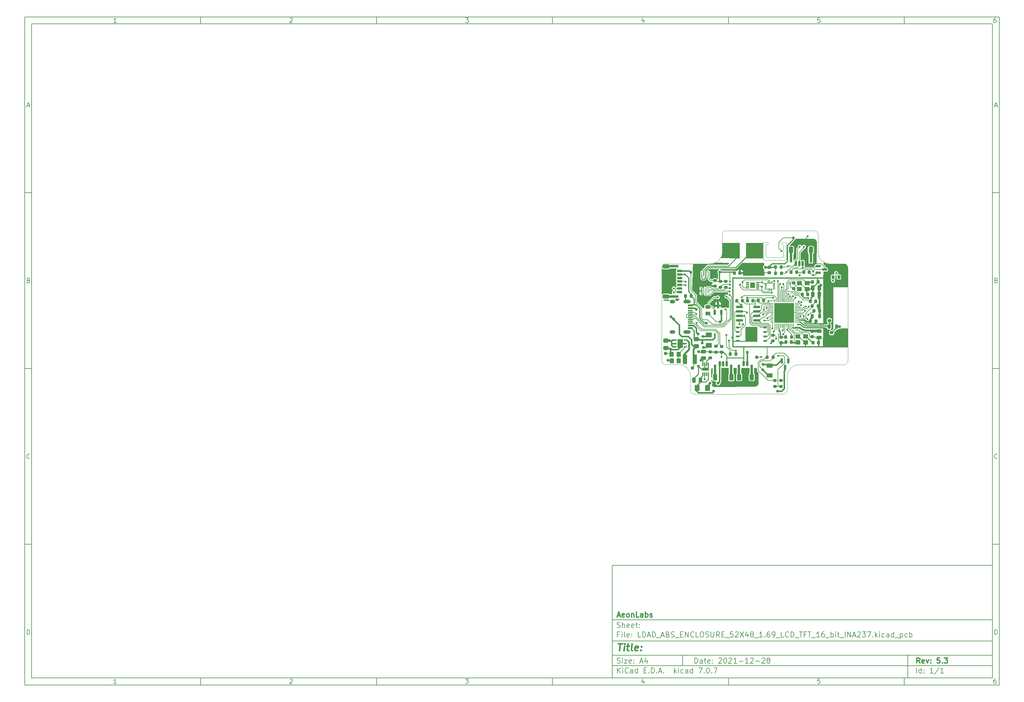
<source format=gbr>
G04 #@! TF.GenerationSoftware,KiCad,Pcbnew,7.0.7*
G04 #@! TF.CreationDate,2023-10-12T17:33:54+02:00*
G04 #@! TF.ProjectId,LDAD_ABS_ENCLOSURE_52X48_1.69_LCD_TFT_16_bit_INA237,4c444144-5f41-4425-935f-454e434c4f53,5.3*
G04 #@! TF.SameCoordinates,Original*
G04 #@! TF.FileFunction,Copper,L1,Top*
G04 #@! TF.FilePolarity,Positive*
%FSLAX46Y46*%
G04 Gerber Fmt 4.6, Leading zero omitted, Abs format (unit mm)*
G04 Created by KiCad (PCBNEW 7.0.7) date 2023-10-12 17:33:54*
%MOMM*%
%LPD*%
G01*
G04 APERTURE LIST*
G04 Aperture macros list*
%AMRoundRect*
0 Rectangle with rounded corners*
0 $1 Rounding radius*
0 $2 $3 $4 $5 $6 $7 $8 $9 X,Y pos of 4 corners*
0 Add a 4 corners polygon primitive as box body*
4,1,4,$2,$3,$4,$5,$6,$7,$8,$9,$2,$3,0*
0 Add four circle primitives for the rounded corners*
1,1,$1+$1,$2,$3*
1,1,$1+$1,$4,$5*
1,1,$1+$1,$6,$7*
1,1,$1+$1,$8,$9*
0 Add four rect primitives between the rounded corners*
20,1,$1+$1,$2,$3,$4,$5,0*
20,1,$1+$1,$4,$5,$6,$7,0*
20,1,$1+$1,$6,$7,$8,$9,0*
20,1,$1+$1,$8,$9,$2,$3,0*%
G04 Aperture macros list end*
%ADD10C,0.100000*%
%ADD11C,0.150000*%
%ADD12C,0.300000*%
%ADD13C,0.400000*%
G04 #@! TA.AperFunction,SMDPad,CuDef*
%ADD14RoundRect,0.150000X-0.150000X0.587500X-0.150000X-0.587500X0.150000X-0.587500X0.150000X0.587500X0*%
G04 #@! TD*
G04 #@! TA.AperFunction,SMDPad,CuDef*
%ADD15RoundRect,0.200000X-0.275000X0.200000X-0.275000X-0.200000X0.275000X-0.200000X0.275000X0.200000X0*%
G04 #@! TD*
G04 #@! TA.AperFunction,SMDPad,CuDef*
%ADD16RoundRect,0.250000X-0.350000X-0.450000X0.350000X-0.450000X0.350000X0.450000X-0.350000X0.450000X0*%
G04 #@! TD*
G04 #@! TA.AperFunction,SMDPad,CuDef*
%ADD17RoundRect,0.250000X0.475000X-0.250000X0.475000X0.250000X-0.475000X0.250000X-0.475000X-0.250000X0*%
G04 #@! TD*
G04 #@! TA.AperFunction,SMDPad,CuDef*
%ADD18R,0.800000X4.500000*%
G04 #@! TD*
G04 #@! TA.AperFunction,SMDPad,CuDef*
%ADD19RoundRect,0.150000X-0.150000X-0.625000X0.150000X-0.625000X0.150000X0.625000X-0.150000X0.625000X0*%
G04 #@! TD*
G04 #@! TA.AperFunction,SMDPad,CuDef*
%ADD20RoundRect,0.250000X-0.350000X-0.650000X0.350000X-0.650000X0.350000X0.650000X-0.350000X0.650000X0*%
G04 #@! TD*
G04 #@! TA.AperFunction,SMDPad,CuDef*
%ADD21RoundRect,0.225000X0.250000X-0.225000X0.250000X0.225000X-0.250000X0.225000X-0.250000X-0.225000X0*%
G04 #@! TD*
G04 #@! TA.AperFunction,SMDPad,CuDef*
%ADD22RoundRect,0.150000X-0.625000X0.150000X-0.625000X-0.150000X0.625000X-0.150000X0.625000X0.150000X0*%
G04 #@! TD*
G04 #@! TA.AperFunction,SMDPad,CuDef*
%ADD23RoundRect,0.250000X-0.650000X0.350000X-0.650000X-0.350000X0.650000X-0.350000X0.650000X0.350000X0*%
G04 #@! TD*
G04 #@! TA.AperFunction,SMDPad,CuDef*
%ADD24RoundRect,0.200000X0.200000X0.275000X-0.200000X0.275000X-0.200000X-0.275000X0.200000X-0.275000X0*%
G04 #@! TD*
G04 #@! TA.AperFunction,SMDPad,CuDef*
%ADD25R,0.840000X0.420000*%
G04 #@! TD*
G04 #@! TA.AperFunction,SMDPad,CuDef*
%ADD26R,1.600000X2.500000*%
G04 #@! TD*
G04 #@! TA.AperFunction,SMDPad,CuDef*
%ADD27RoundRect,0.225000X-0.225000X-0.250000X0.225000X-0.250000X0.225000X0.250000X-0.225000X0.250000X0*%
G04 #@! TD*
G04 #@! TA.AperFunction,SMDPad,CuDef*
%ADD28RoundRect,0.225000X-0.250000X0.225000X-0.250000X-0.225000X0.250000X-0.225000X0.250000X0.225000X0*%
G04 #@! TD*
G04 #@! TA.AperFunction,SMDPad,CuDef*
%ADD29RoundRect,0.012000X-0.138000X0.468000X-0.138000X-0.468000X0.138000X-0.468000X0.138000X0.468000X0*%
G04 #@! TD*
G04 #@! TA.AperFunction,SMDPad,CuDef*
%ADD30R,1.941316X0.920000*%
G04 #@! TD*
G04 #@! TA.AperFunction,SMDPad,CuDef*
%ADD31RoundRect,0.225000X0.225000X0.250000X-0.225000X0.250000X-0.225000X-0.250000X0.225000X-0.250000X0*%
G04 #@! TD*
G04 #@! TA.AperFunction,SMDPad,CuDef*
%ADD32RoundRect,0.200000X0.275000X-0.200000X0.275000X0.200000X-0.275000X0.200000X-0.275000X-0.200000X0*%
G04 #@! TD*
G04 #@! TA.AperFunction,SMDPad,CuDef*
%ADD33RoundRect,0.150000X0.150000X-0.587500X0.150000X0.587500X-0.150000X0.587500X-0.150000X-0.587500X0*%
G04 #@! TD*
G04 #@! TA.AperFunction,SMDPad,CuDef*
%ADD34RoundRect,0.250000X0.475000X-0.337500X0.475000X0.337500X-0.475000X0.337500X-0.475000X-0.337500X0*%
G04 #@! TD*
G04 #@! TA.AperFunction,SMDPad,CuDef*
%ADD35C,1.000000*%
G04 #@! TD*
G04 #@! TA.AperFunction,SMDPad,CuDef*
%ADD36RoundRect,0.200000X-0.200000X-0.275000X0.200000X-0.275000X0.200000X0.275000X-0.200000X0.275000X0*%
G04 #@! TD*
G04 #@! TA.AperFunction,SMDPad,CuDef*
%ADD37RoundRect,0.250000X0.375000X1.075000X-0.375000X1.075000X-0.375000X-1.075000X0.375000X-1.075000X0*%
G04 #@! TD*
G04 #@! TA.AperFunction,SMDPad,CuDef*
%ADD38R,0.580000X0.350000*%
G04 #@! TD*
G04 #@! TA.AperFunction,SMDPad,CuDef*
%ADD39R,0.350000X0.580000*%
G04 #@! TD*
G04 #@! TA.AperFunction,SMDPad,CuDef*
%ADD40RoundRect,0.100000X-0.100000X2.750000X-0.100000X-2.750000X0.100000X-2.750000X0.100000X2.750000X0*%
G04 #@! TD*
G04 #@! TA.AperFunction,SMDPad,CuDef*
%ADD41RoundRect,0.100000X-0.100000X6.400000X-0.100000X-6.400000X0.100000X-6.400000X0.100000X6.400000X0*%
G04 #@! TD*
G04 #@! TA.AperFunction,SMDPad,CuDef*
%ADD42RoundRect,0.102500X12.887500X0.102500X-12.887500X0.102500X-12.887500X-0.102500X12.887500X-0.102500X0*%
G04 #@! TD*
G04 #@! TA.AperFunction,SMDPad,CuDef*
%ADD43RoundRect,0.097500X12.887500X0.097500X-12.887500X0.097500X-12.887500X-0.097500X12.887500X-0.097500X0*%
G04 #@! TD*
G04 #@! TA.AperFunction,SMDPad,CuDef*
%ADD44RoundRect,0.102500X-0.102500X9.867500X-0.102500X-9.867500X0.102500X-9.867500X0.102500X9.867500X0*%
G04 #@! TD*
G04 #@! TA.AperFunction,SMDPad,CuDef*
%ADD45RoundRect,0.050000X0.387500X0.050000X-0.387500X0.050000X-0.387500X-0.050000X0.387500X-0.050000X0*%
G04 #@! TD*
G04 #@! TA.AperFunction,SMDPad,CuDef*
%ADD46RoundRect,0.050000X0.050000X0.387500X-0.050000X0.387500X-0.050000X-0.387500X0.050000X-0.387500X0*%
G04 #@! TD*
G04 #@! TA.AperFunction,SMDPad,CuDef*
%ADD47R,5.600000X5.600000*%
G04 #@! TD*
G04 #@! TA.AperFunction,SMDPad,CuDef*
%ADD48RoundRect,0.250000X-0.475000X0.250000X-0.475000X-0.250000X0.475000X-0.250000X0.475000X0.250000X0*%
G04 #@! TD*
G04 #@! TA.AperFunction,SMDPad,CuDef*
%ADD49RoundRect,0.150000X-0.587500X-0.150000X0.587500X-0.150000X0.587500X0.150000X-0.587500X0.150000X0*%
G04 #@! TD*
G04 #@! TA.AperFunction,SMDPad,CuDef*
%ADD50RoundRect,0.250000X0.250000X0.475000X-0.250000X0.475000X-0.250000X-0.475000X0.250000X-0.475000X0*%
G04 #@! TD*
G04 #@! TA.AperFunction,SMDPad,CuDef*
%ADD51RoundRect,0.250001X0.624999X-0.462499X0.624999X0.462499X-0.624999X0.462499X-0.624999X-0.462499X0*%
G04 #@! TD*
G04 #@! TA.AperFunction,SMDPad,CuDef*
%ADD52RoundRect,0.150000X-0.825000X-0.150000X0.825000X-0.150000X0.825000X0.150000X-0.825000X0.150000X0*%
G04 #@! TD*
G04 #@! TA.AperFunction,SMDPad,CuDef*
%ADD53R,1.400000X1.200000*%
G04 #@! TD*
G04 #@! TA.AperFunction,SMDPad,CuDef*
%ADD54RoundRect,0.250000X-0.625000X0.375000X-0.625000X-0.375000X0.625000X-0.375000X0.625000X0.375000X0*%
G04 #@! TD*
G04 #@! TA.AperFunction,SMDPad,CuDef*
%ADD55RoundRect,0.218750X0.218750X0.381250X-0.218750X0.381250X-0.218750X-0.381250X0.218750X-0.381250X0*%
G04 #@! TD*
G04 #@! TA.AperFunction,SMDPad,CuDef*
%ADD56RoundRect,0.250000X-0.475000X0.337500X-0.475000X-0.337500X0.475000X-0.337500X0.475000X0.337500X0*%
G04 #@! TD*
G04 #@! TA.AperFunction,SMDPad,CuDef*
%ADD57RoundRect,0.250000X-0.312500X-0.625000X0.312500X-0.625000X0.312500X0.625000X-0.312500X0.625000X0*%
G04 #@! TD*
G04 #@! TA.AperFunction,SMDPad,CuDef*
%ADD58R,0.279400X1.536700*%
G04 #@! TD*
G04 #@! TA.AperFunction,SMDPad,CuDef*
%ADD59RoundRect,0.150000X0.150000X0.625000X-0.150000X0.625000X-0.150000X-0.625000X0.150000X-0.625000X0*%
G04 #@! TD*
G04 #@! TA.AperFunction,SMDPad,CuDef*
%ADD60RoundRect,0.250000X0.350000X0.650000X-0.350000X0.650000X-0.350000X-0.650000X0.350000X-0.650000X0*%
G04 #@! TD*
G04 #@! TA.AperFunction,SMDPad,CuDef*
%ADD61R,0.850000X0.300000*%
G04 #@! TD*
G04 #@! TA.AperFunction,SMDPad,CuDef*
%ADD62R,1.400000X1.600000*%
G04 #@! TD*
G04 #@! TA.AperFunction,ComponentPad*
%ADD63C,2.800000*%
G04 #@! TD*
G04 #@! TA.AperFunction,SMDPad,CuDef*
%ADD64RoundRect,0.250000X-0.250000X-0.475000X0.250000X-0.475000X0.250000X0.475000X-0.250000X0.475000X0*%
G04 #@! TD*
G04 #@! TA.AperFunction,SMDPad,CuDef*
%ADD65R,1.450000X0.600000*%
G04 #@! TD*
G04 #@! TA.AperFunction,SMDPad,CuDef*
%ADD66R,1.450000X0.300000*%
G04 #@! TD*
G04 #@! TA.AperFunction,ComponentPad*
%ADD67O,2.100000X1.000000*%
G04 #@! TD*
G04 #@! TA.AperFunction,ComponentPad*
%ADD68O,1.600000X1.000000*%
G04 #@! TD*
G04 #@! TA.AperFunction,SMDPad,CuDef*
%ADD69RoundRect,0.250000X0.450000X-0.262500X0.450000X0.262500X-0.450000X0.262500X-0.450000X-0.262500X0*%
G04 #@! TD*
G04 #@! TA.AperFunction,SMDPad,CuDef*
%ADD70R,4.500000X0.800000*%
G04 #@! TD*
G04 #@! TA.AperFunction,SMDPad,CuDef*
%ADD71RoundRect,0.250000X0.350000X0.450000X-0.350000X0.450000X-0.350000X-0.450000X0.350000X-0.450000X0*%
G04 #@! TD*
G04 #@! TA.AperFunction,SMDPad,CuDef*
%ADD72RoundRect,0.066000X-0.404000X-0.154000X0.404000X-0.154000X0.404000X0.154000X-0.404000X0.154000X0*%
G04 #@! TD*
G04 #@! TA.AperFunction,SMDPad,CuDef*
%ADD73R,3.400000X4.300000*%
G04 #@! TD*
G04 #@! TA.AperFunction,SMDPad,CuDef*
%ADD74RoundRect,0.250001X-0.462499X-0.624999X0.462499X-0.624999X0.462499X0.624999X-0.462499X0.624999X0*%
G04 #@! TD*
G04 #@! TA.AperFunction,ViaPad*
%ADD75C,0.600000*%
G04 #@! TD*
G04 #@! TA.AperFunction,ViaPad*
%ADD76C,0.800000*%
G04 #@! TD*
G04 #@! TA.AperFunction,ViaPad*
%ADD77C,0.700000*%
G04 #@! TD*
G04 #@! TA.AperFunction,Conductor*
%ADD78C,0.150000*%
G04 #@! TD*
G04 #@! TA.AperFunction,Conductor*
%ADD79C,0.250000*%
G04 #@! TD*
G04 #@! TA.AperFunction,Conductor*
%ADD80C,0.300000*%
G04 #@! TD*
G04 #@! TA.AperFunction,Conductor*
%ADD81C,0.200000*%
G04 #@! TD*
G04 #@! TA.AperFunction,Conductor*
%ADD82C,0.400000*%
G04 #@! TD*
G04 #@! TA.AperFunction,Conductor*
%ADD83C,0.320000*%
G04 #@! TD*
G04 #@! TA.AperFunction,Conductor*
%ADD84C,0.510000*%
G04 #@! TD*
G04 #@! TA.AperFunction,Profile*
%ADD85C,0.100000*%
G04 #@! TD*
G04 #@! TA.AperFunction,Profile*
%ADD86C,0.120000*%
G04 #@! TD*
G04 APERTURE END LIST*
D10*
D11*
X177002200Y-166007200D02*
X285002200Y-166007200D01*
X285002200Y-198007200D01*
X177002200Y-198007200D01*
X177002200Y-166007200D01*
D10*
D11*
X10000000Y-10000000D02*
X287002200Y-10000000D01*
X287002200Y-200007200D01*
X10000000Y-200007200D01*
X10000000Y-10000000D01*
D10*
D11*
X12000000Y-12000000D02*
X285002200Y-12000000D01*
X285002200Y-198007200D01*
X12000000Y-198007200D01*
X12000000Y-12000000D01*
D10*
D11*
X60000000Y-12000000D02*
X60000000Y-10000000D01*
D10*
D11*
X110000000Y-12000000D02*
X110000000Y-10000000D01*
D10*
D11*
X160000000Y-12000000D02*
X160000000Y-10000000D01*
D10*
D11*
X210000000Y-12000000D02*
X210000000Y-10000000D01*
D10*
D11*
X260000000Y-12000000D02*
X260000000Y-10000000D01*
D10*
D11*
X36089160Y-11593604D02*
X35346303Y-11593604D01*
X35717731Y-11593604D02*
X35717731Y-10293604D01*
X35717731Y-10293604D02*
X35593922Y-10479319D01*
X35593922Y-10479319D02*
X35470112Y-10603128D01*
X35470112Y-10603128D02*
X35346303Y-10665033D01*
D10*
D11*
X85346303Y-10417414D02*
X85408207Y-10355509D01*
X85408207Y-10355509D02*
X85532017Y-10293604D01*
X85532017Y-10293604D02*
X85841541Y-10293604D01*
X85841541Y-10293604D02*
X85965350Y-10355509D01*
X85965350Y-10355509D02*
X86027255Y-10417414D01*
X86027255Y-10417414D02*
X86089160Y-10541223D01*
X86089160Y-10541223D02*
X86089160Y-10665033D01*
X86089160Y-10665033D02*
X86027255Y-10850747D01*
X86027255Y-10850747D02*
X85284398Y-11593604D01*
X85284398Y-11593604D02*
X86089160Y-11593604D01*
D10*
D11*
X135284398Y-10293604D02*
X136089160Y-10293604D01*
X136089160Y-10293604D02*
X135655826Y-10788842D01*
X135655826Y-10788842D02*
X135841541Y-10788842D01*
X135841541Y-10788842D02*
X135965350Y-10850747D01*
X135965350Y-10850747D02*
X136027255Y-10912652D01*
X136027255Y-10912652D02*
X136089160Y-11036461D01*
X136089160Y-11036461D02*
X136089160Y-11345985D01*
X136089160Y-11345985D02*
X136027255Y-11469795D01*
X136027255Y-11469795D02*
X135965350Y-11531700D01*
X135965350Y-11531700D02*
X135841541Y-11593604D01*
X135841541Y-11593604D02*
X135470112Y-11593604D01*
X135470112Y-11593604D02*
X135346303Y-11531700D01*
X135346303Y-11531700D02*
X135284398Y-11469795D01*
D10*
D11*
X185965350Y-10726938D02*
X185965350Y-11593604D01*
X185655826Y-10231700D02*
X185346303Y-11160271D01*
X185346303Y-11160271D02*
X186151064Y-11160271D01*
D10*
D11*
X236027255Y-10293604D02*
X235408207Y-10293604D01*
X235408207Y-10293604D02*
X235346303Y-10912652D01*
X235346303Y-10912652D02*
X235408207Y-10850747D01*
X235408207Y-10850747D02*
X235532017Y-10788842D01*
X235532017Y-10788842D02*
X235841541Y-10788842D01*
X235841541Y-10788842D02*
X235965350Y-10850747D01*
X235965350Y-10850747D02*
X236027255Y-10912652D01*
X236027255Y-10912652D02*
X236089160Y-11036461D01*
X236089160Y-11036461D02*
X236089160Y-11345985D01*
X236089160Y-11345985D02*
X236027255Y-11469795D01*
X236027255Y-11469795D02*
X235965350Y-11531700D01*
X235965350Y-11531700D02*
X235841541Y-11593604D01*
X235841541Y-11593604D02*
X235532017Y-11593604D01*
X235532017Y-11593604D02*
X235408207Y-11531700D01*
X235408207Y-11531700D02*
X235346303Y-11469795D01*
D10*
D11*
X285965350Y-10293604D02*
X285717731Y-10293604D01*
X285717731Y-10293604D02*
X285593922Y-10355509D01*
X285593922Y-10355509D02*
X285532017Y-10417414D01*
X285532017Y-10417414D02*
X285408207Y-10603128D01*
X285408207Y-10603128D02*
X285346303Y-10850747D01*
X285346303Y-10850747D02*
X285346303Y-11345985D01*
X285346303Y-11345985D02*
X285408207Y-11469795D01*
X285408207Y-11469795D02*
X285470112Y-11531700D01*
X285470112Y-11531700D02*
X285593922Y-11593604D01*
X285593922Y-11593604D02*
X285841541Y-11593604D01*
X285841541Y-11593604D02*
X285965350Y-11531700D01*
X285965350Y-11531700D02*
X286027255Y-11469795D01*
X286027255Y-11469795D02*
X286089160Y-11345985D01*
X286089160Y-11345985D02*
X286089160Y-11036461D01*
X286089160Y-11036461D02*
X286027255Y-10912652D01*
X286027255Y-10912652D02*
X285965350Y-10850747D01*
X285965350Y-10850747D02*
X285841541Y-10788842D01*
X285841541Y-10788842D02*
X285593922Y-10788842D01*
X285593922Y-10788842D02*
X285470112Y-10850747D01*
X285470112Y-10850747D02*
X285408207Y-10912652D01*
X285408207Y-10912652D02*
X285346303Y-11036461D01*
D10*
D11*
X60000000Y-198007200D02*
X60000000Y-200007200D01*
D10*
D11*
X110000000Y-198007200D02*
X110000000Y-200007200D01*
D10*
D11*
X160000000Y-198007200D02*
X160000000Y-200007200D01*
D10*
D11*
X210000000Y-198007200D02*
X210000000Y-200007200D01*
D10*
D11*
X260000000Y-198007200D02*
X260000000Y-200007200D01*
D10*
D11*
X36089160Y-199600804D02*
X35346303Y-199600804D01*
X35717731Y-199600804D02*
X35717731Y-198300804D01*
X35717731Y-198300804D02*
X35593922Y-198486519D01*
X35593922Y-198486519D02*
X35470112Y-198610328D01*
X35470112Y-198610328D02*
X35346303Y-198672233D01*
D10*
D11*
X85346303Y-198424614D02*
X85408207Y-198362709D01*
X85408207Y-198362709D02*
X85532017Y-198300804D01*
X85532017Y-198300804D02*
X85841541Y-198300804D01*
X85841541Y-198300804D02*
X85965350Y-198362709D01*
X85965350Y-198362709D02*
X86027255Y-198424614D01*
X86027255Y-198424614D02*
X86089160Y-198548423D01*
X86089160Y-198548423D02*
X86089160Y-198672233D01*
X86089160Y-198672233D02*
X86027255Y-198857947D01*
X86027255Y-198857947D02*
X85284398Y-199600804D01*
X85284398Y-199600804D02*
X86089160Y-199600804D01*
D10*
D11*
X135284398Y-198300804D02*
X136089160Y-198300804D01*
X136089160Y-198300804D02*
X135655826Y-198796042D01*
X135655826Y-198796042D02*
X135841541Y-198796042D01*
X135841541Y-198796042D02*
X135965350Y-198857947D01*
X135965350Y-198857947D02*
X136027255Y-198919852D01*
X136027255Y-198919852D02*
X136089160Y-199043661D01*
X136089160Y-199043661D02*
X136089160Y-199353185D01*
X136089160Y-199353185D02*
X136027255Y-199476995D01*
X136027255Y-199476995D02*
X135965350Y-199538900D01*
X135965350Y-199538900D02*
X135841541Y-199600804D01*
X135841541Y-199600804D02*
X135470112Y-199600804D01*
X135470112Y-199600804D02*
X135346303Y-199538900D01*
X135346303Y-199538900D02*
X135284398Y-199476995D01*
D10*
D11*
X185965350Y-198734138D02*
X185965350Y-199600804D01*
X185655826Y-198238900D02*
X185346303Y-199167471D01*
X185346303Y-199167471D02*
X186151064Y-199167471D01*
D10*
D11*
X236027255Y-198300804D02*
X235408207Y-198300804D01*
X235408207Y-198300804D02*
X235346303Y-198919852D01*
X235346303Y-198919852D02*
X235408207Y-198857947D01*
X235408207Y-198857947D02*
X235532017Y-198796042D01*
X235532017Y-198796042D02*
X235841541Y-198796042D01*
X235841541Y-198796042D02*
X235965350Y-198857947D01*
X235965350Y-198857947D02*
X236027255Y-198919852D01*
X236027255Y-198919852D02*
X236089160Y-199043661D01*
X236089160Y-199043661D02*
X236089160Y-199353185D01*
X236089160Y-199353185D02*
X236027255Y-199476995D01*
X236027255Y-199476995D02*
X235965350Y-199538900D01*
X235965350Y-199538900D02*
X235841541Y-199600804D01*
X235841541Y-199600804D02*
X235532017Y-199600804D01*
X235532017Y-199600804D02*
X235408207Y-199538900D01*
X235408207Y-199538900D02*
X235346303Y-199476995D01*
D10*
D11*
X285965350Y-198300804D02*
X285717731Y-198300804D01*
X285717731Y-198300804D02*
X285593922Y-198362709D01*
X285593922Y-198362709D02*
X285532017Y-198424614D01*
X285532017Y-198424614D02*
X285408207Y-198610328D01*
X285408207Y-198610328D02*
X285346303Y-198857947D01*
X285346303Y-198857947D02*
X285346303Y-199353185D01*
X285346303Y-199353185D02*
X285408207Y-199476995D01*
X285408207Y-199476995D02*
X285470112Y-199538900D01*
X285470112Y-199538900D02*
X285593922Y-199600804D01*
X285593922Y-199600804D02*
X285841541Y-199600804D01*
X285841541Y-199600804D02*
X285965350Y-199538900D01*
X285965350Y-199538900D02*
X286027255Y-199476995D01*
X286027255Y-199476995D02*
X286089160Y-199353185D01*
X286089160Y-199353185D02*
X286089160Y-199043661D01*
X286089160Y-199043661D02*
X286027255Y-198919852D01*
X286027255Y-198919852D02*
X285965350Y-198857947D01*
X285965350Y-198857947D02*
X285841541Y-198796042D01*
X285841541Y-198796042D02*
X285593922Y-198796042D01*
X285593922Y-198796042D02*
X285470112Y-198857947D01*
X285470112Y-198857947D02*
X285408207Y-198919852D01*
X285408207Y-198919852D02*
X285346303Y-199043661D01*
D10*
D11*
X10000000Y-60000000D02*
X12000000Y-60000000D01*
D10*
D11*
X10000000Y-110000000D02*
X12000000Y-110000000D01*
D10*
D11*
X10000000Y-160000000D02*
X12000000Y-160000000D01*
D10*
D11*
X10690476Y-35222176D02*
X11309523Y-35222176D01*
X10566666Y-35593604D02*
X10999999Y-34293604D01*
X10999999Y-34293604D02*
X11433333Y-35593604D01*
D10*
D11*
X11092857Y-84912652D02*
X11278571Y-84974557D01*
X11278571Y-84974557D02*
X11340476Y-85036461D01*
X11340476Y-85036461D02*
X11402380Y-85160271D01*
X11402380Y-85160271D02*
X11402380Y-85345985D01*
X11402380Y-85345985D02*
X11340476Y-85469795D01*
X11340476Y-85469795D02*
X11278571Y-85531700D01*
X11278571Y-85531700D02*
X11154761Y-85593604D01*
X11154761Y-85593604D02*
X10659523Y-85593604D01*
X10659523Y-85593604D02*
X10659523Y-84293604D01*
X10659523Y-84293604D02*
X11092857Y-84293604D01*
X11092857Y-84293604D02*
X11216666Y-84355509D01*
X11216666Y-84355509D02*
X11278571Y-84417414D01*
X11278571Y-84417414D02*
X11340476Y-84541223D01*
X11340476Y-84541223D02*
X11340476Y-84665033D01*
X11340476Y-84665033D02*
X11278571Y-84788842D01*
X11278571Y-84788842D02*
X11216666Y-84850747D01*
X11216666Y-84850747D02*
X11092857Y-84912652D01*
X11092857Y-84912652D02*
X10659523Y-84912652D01*
D10*
D11*
X11402380Y-135469795D02*
X11340476Y-135531700D01*
X11340476Y-135531700D02*
X11154761Y-135593604D01*
X11154761Y-135593604D02*
X11030952Y-135593604D01*
X11030952Y-135593604D02*
X10845238Y-135531700D01*
X10845238Y-135531700D02*
X10721428Y-135407890D01*
X10721428Y-135407890D02*
X10659523Y-135284080D01*
X10659523Y-135284080D02*
X10597619Y-135036461D01*
X10597619Y-135036461D02*
X10597619Y-134850747D01*
X10597619Y-134850747D02*
X10659523Y-134603128D01*
X10659523Y-134603128D02*
X10721428Y-134479319D01*
X10721428Y-134479319D02*
X10845238Y-134355509D01*
X10845238Y-134355509D02*
X11030952Y-134293604D01*
X11030952Y-134293604D02*
X11154761Y-134293604D01*
X11154761Y-134293604D02*
X11340476Y-134355509D01*
X11340476Y-134355509D02*
X11402380Y-134417414D01*
D10*
D11*
X10659523Y-185593604D02*
X10659523Y-184293604D01*
X10659523Y-184293604D02*
X10969047Y-184293604D01*
X10969047Y-184293604D02*
X11154761Y-184355509D01*
X11154761Y-184355509D02*
X11278571Y-184479319D01*
X11278571Y-184479319D02*
X11340476Y-184603128D01*
X11340476Y-184603128D02*
X11402380Y-184850747D01*
X11402380Y-184850747D02*
X11402380Y-185036461D01*
X11402380Y-185036461D02*
X11340476Y-185284080D01*
X11340476Y-185284080D02*
X11278571Y-185407890D01*
X11278571Y-185407890D02*
X11154761Y-185531700D01*
X11154761Y-185531700D02*
X10969047Y-185593604D01*
X10969047Y-185593604D02*
X10659523Y-185593604D01*
D10*
D11*
X287002200Y-60000000D02*
X285002200Y-60000000D01*
D10*
D11*
X287002200Y-110000000D02*
X285002200Y-110000000D01*
D10*
D11*
X287002200Y-160000000D02*
X285002200Y-160000000D01*
D10*
D11*
X285692676Y-35222176D02*
X286311723Y-35222176D01*
X285568866Y-35593604D02*
X286002199Y-34293604D01*
X286002199Y-34293604D02*
X286435533Y-35593604D01*
D10*
D11*
X286095057Y-84912652D02*
X286280771Y-84974557D01*
X286280771Y-84974557D02*
X286342676Y-85036461D01*
X286342676Y-85036461D02*
X286404580Y-85160271D01*
X286404580Y-85160271D02*
X286404580Y-85345985D01*
X286404580Y-85345985D02*
X286342676Y-85469795D01*
X286342676Y-85469795D02*
X286280771Y-85531700D01*
X286280771Y-85531700D02*
X286156961Y-85593604D01*
X286156961Y-85593604D02*
X285661723Y-85593604D01*
X285661723Y-85593604D02*
X285661723Y-84293604D01*
X285661723Y-84293604D02*
X286095057Y-84293604D01*
X286095057Y-84293604D02*
X286218866Y-84355509D01*
X286218866Y-84355509D02*
X286280771Y-84417414D01*
X286280771Y-84417414D02*
X286342676Y-84541223D01*
X286342676Y-84541223D02*
X286342676Y-84665033D01*
X286342676Y-84665033D02*
X286280771Y-84788842D01*
X286280771Y-84788842D02*
X286218866Y-84850747D01*
X286218866Y-84850747D02*
X286095057Y-84912652D01*
X286095057Y-84912652D02*
X285661723Y-84912652D01*
D10*
D11*
X286404580Y-135469795D02*
X286342676Y-135531700D01*
X286342676Y-135531700D02*
X286156961Y-135593604D01*
X286156961Y-135593604D02*
X286033152Y-135593604D01*
X286033152Y-135593604D02*
X285847438Y-135531700D01*
X285847438Y-135531700D02*
X285723628Y-135407890D01*
X285723628Y-135407890D02*
X285661723Y-135284080D01*
X285661723Y-135284080D02*
X285599819Y-135036461D01*
X285599819Y-135036461D02*
X285599819Y-134850747D01*
X285599819Y-134850747D02*
X285661723Y-134603128D01*
X285661723Y-134603128D02*
X285723628Y-134479319D01*
X285723628Y-134479319D02*
X285847438Y-134355509D01*
X285847438Y-134355509D02*
X286033152Y-134293604D01*
X286033152Y-134293604D02*
X286156961Y-134293604D01*
X286156961Y-134293604D02*
X286342676Y-134355509D01*
X286342676Y-134355509D02*
X286404580Y-134417414D01*
D10*
D11*
X285661723Y-185593604D02*
X285661723Y-184293604D01*
X285661723Y-184293604D02*
X285971247Y-184293604D01*
X285971247Y-184293604D02*
X286156961Y-184355509D01*
X286156961Y-184355509D02*
X286280771Y-184479319D01*
X286280771Y-184479319D02*
X286342676Y-184603128D01*
X286342676Y-184603128D02*
X286404580Y-184850747D01*
X286404580Y-184850747D02*
X286404580Y-185036461D01*
X286404580Y-185036461D02*
X286342676Y-185284080D01*
X286342676Y-185284080D02*
X286280771Y-185407890D01*
X286280771Y-185407890D02*
X286156961Y-185531700D01*
X286156961Y-185531700D02*
X285971247Y-185593604D01*
X285971247Y-185593604D02*
X285661723Y-185593604D01*
D10*
D11*
X200458026Y-193793328D02*
X200458026Y-192293328D01*
X200458026Y-192293328D02*
X200815169Y-192293328D01*
X200815169Y-192293328D02*
X201029455Y-192364757D01*
X201029455Y-192364757D02*
X201172312Y-192507614D01*
X201172312Y-192507614D02*
X201243741Y-192650471D01*
X201243741Y-192650471D02*
X201315169Y-192936185D01*
X201315169Y-192936185D02*
X201315169Y-193150471D01*
X201315169Y-193150471D02*
X201243741Y-193436185D01*
X201243741Y-193436185D02*
X201172312Y-193579042D01*
X201172312Y-193579042D02*
X201029455Y-193721900D01*
X201029455Y-193721900D02*
X200815169Y-193793328D01*
X200815169Y-193793328D02*
X200458026Y-193793328D01*
X202600884Y-193793328D02*
X202600884Y-193007614D01*
X202600884Y-193007614D02*
X202529455Y-192864757D01*
X202529455Y-192864757D02*
X202386598Y-192793328D01*
X202386598Y-192793328D02*
X202100884Y-192793328D01*
X202100884Y-192793328D02*
X201958026Y-192864757D01*
X202600884Y-193721900D02*
X202458026Y-193793328D01*
X202458026Y-193793328D02*
X202100884Y-193793328D01*
X202100884Y-193793328D02*
X201958026Y-193721900D01*
X201958026Y-193721900D02*
X201886598Y-193579042D01*
X201886598Y-193579042D02*
X201886598Y-193436185D01*
X201886598Y-193436185D02*
X201958026Y-193293328D01*
X201958026Y-193293328D02*
X202100884Y-193221900D01*
X202100884Y-193221900D02*
X202458026Y-193221900D01*
X202458026Y-193221900D02*
X202600884Y-193150471D01*
X203100884Y-192793328D02*
X203672312Y-192793328D01*
X203315169Y-192293328D02*
X203315169Y-193579042D01*
X203315169Y-193579042D02*
X203386598Y-193721900D01*
X203386598Y-193721900D02*
X203529455Y-193793328D01*
X203529455Y-193793328D02*
X203672312Y-193793328D01*
X204743741Y-193721900D02*
X204600884Y-193793328D01*
X204600884Y-193793328D02*
X204315170Y-193793328D01*
X204315170Y-193793328D02*
X204172312Y-193721900D01*
X204172312Y-193721900D02*
X204100884Y-193579042D01*
X204100884Y-193579042D02*
X204100884Y-193007614D01*
X204100884Y-193007614D02*
X204172312Y-192864757D01*
X204172312Y-192864757D02*
X204315170Y-192793328D01*
X204315170Y-192793328D02*
X204600884Y-192793328D01*
X204600884Y-192793328D02*
X204743741Y-192864757D01*
X204743741Y-192864757D02*
X204815170Y-193007614D01*
X204815170Y-193007614D02*
X204815170Y-193150471D01*
X204815170Y-193150471D02*
X204100884Y-193293328D01*
X205458026Y-193650471D02*
X205529455Y-193721900D01*
X205529455Y-193721900D02*
X205458026Y-193793328D01*
X205458026Y-193793328D02*
X205386598Y-193721900D01*
X205386598Y-193721900D02*
X205458026Y-193650471D01*
X205458026Y-193650471D02*
X205458026Y-193793328D01*
X205458026Y-192864757D02*
X205529455Y-192936185D01*
X205529455Y-192936185D02*
X205458026Y-193007614D01*
X205458026Y-193007614D02*
X205386598Y-192936185D01*
X205386598Y-192936185D02*
X205458026Y-192864757D01*
X205458026Y-192864757D02*
X205458026Y-193007614D01*
X207243741Y-192436185D02*
X207315169Y-192364757D01*
X207315169Y-192364757D02*
X207458027Y-192293328D01*
X207458027Y-192293328D02*
X207815169Y-192293328D01*
X207815169Y-192293328D02*
X207958027Y-192364757D01*
X207958027Y-192364757D02*
X208029455Y-192436185D01*
X208029455Y-192436185D02*
X208100884Y-192579042D01*
X208100884Y-192579042D02*
X208100884Y-192721900D01*
X208100884Y-192721900D02*
X208029455Y-192936185D01*
X208029455Y-192936185D02*
X207172312Y-193793328D01*
X207172312Y-193793328D02*
X208100884Y-193793328D01*
X209029455Y-192293328D02*
X209172312Y-192293328D01*
X209172312Y-192293328D02*
X209315169Y-192364757D01*
X209315169Y-192364757D02*
X209386598Y-192436185D01*
X209386598Y-192436185D02*
X209458026Y-192579042D01*
X209458026Y-192579042D02*
X209529455Y-192864757D01*
X209529455Y-192864757D02*
X209529455Y-193221900D01*
X209529455Y-193221900D02*
X209458026Y-193507614D01*
X209458026Y-193507614D02*
X209386598Y-193650471D01*
X209386598Y-193650471D02*
X209315169Y-193721900D01*
X209315169Y-193721900D02*
X209172312Y-193793328D01*
X209172312Y-193793328D02*
X209029455Y-193793328D01*
X209029455Y-193793328D02*
X208886598Y-193721900D01*
X208886598Y-193721900D02*
X208815169Y-193650471D01*
X208815169Y-193650471D02*
X208743740Y-193507614D01*
X208743740Y-193507614D02*
X208672312Y-193221900D01*
X208672312Y-193221900D02*
X208672312Y-192864757D01*
X208672312Y-192864757D02*
X208743740Y-192579042D01*
X208743740Y-192579042D02*
X208815169Y-192436185D01*
X208815169Y-192436185D02*
X208886598Y-192364757D01*
X208886598Y-192364757D02*
X209029455Y-192293328D01*
X210100883Y-192436185D02*
X210172311Y-192364757D01*
X210172311Y-192364757D02*
X210315169Y-192293328D01*
X210315169Y-192293328D02*
X210672311Y-192293328D01*
X210672311Y-192293328D02*
X210815169Y-192364757D01*
X210815169Y-192364757D02*
X210886597Y-192436185D01*
X210886597Y-192436185D02*
X210958026Y-192579042D01*
X210958026Y-192579042D02*
X210958026Y-192721900D01*
X210958026Y-192721900D02*
X210886597Y-192936185D01*
X210886597Y-192936185D02*
X210029454Y-193793328D01*
X210029454Y-193793328D02*
X210958026Y-193793328D01*
X212386597Y-193793328D02*
X211529454Y-193793328D01*
X211958025Y-193793328D02*
X211958025Y-192293328D01*
X211958025Y-192293328D02*
X211815168Y-192507614D01*
X211815168Y-192507614D02*
X211672311Y-192650471D01*
X211672311Y-192650471D02*
X211529454Y-192721900D01*
X213029453Y-193221900D02*
X214172311Y-193221900D01*
X215672311Y-193793328D02*
X214815168Y-193793328D01*
X215243739Y-193793328D02*
X215243739Y-192293328D01*
X215243739Y-192293328D02*
X215100882Y-192507614D01*
X215100882Y-192507614D02*
X214958025Y-192650471D01*
X214958025Y-192650471D02*
X214815168Y-192721900D01*
X216243739Y-192436185D02*
X216315167Y-192364757D01*
X216315167Y-192364757D02*
X216458025Y-192293328D01*
X216458025Y-192293328D02*
X216815167Y-192293328D01*
X216815167Y-192293328D02*
X216958025Y-192364757D01*
X216958025Y-192364757D02*
X217029453Y-192436185D01*
X217029453Y-192436185D02*
X217100882Y-192579042D01*
X217100882Y-192579042D02*
X217100882Y-192721900D01*
X217100882Y-192721900D02*
X217029453Y-192936185D01*
X217029453Y-192936185D02*
X216172310Y-193793328D01*
X216172310Y-193793328D02*
X217100882Y-193793328D01*
X217743738Y-193221900D02*
X218886596Y-193221900D01*
X219529453Y-192436185D02*
X219600881Y-192364757D01*
X219600881Y-192364757D02*
X219743739Y-192293328D01*
X219743739Y-192293328D02*
X220100881Y-192293328D01*
X220100881Y-192293328D02*
X220243739Y-192364757D01*
X220243739Y-192364757D02*
X220315167Y-192436185D01*
X220315167Y-192436185D02*
X220386596Y-192579042D01*
X220386596Y-192579042D02*
X220386596Y-192721900D01*
X220386596Y-192721900D02*
X220315167Y-192936185D01*
X220315167Y-192936185D02*
X219458024Y-193793328D01*
X219458024Y-193793328D02*
X220386596Y-193793328D01*
X221243738Y-192936185D02*
X221100881Y-192864757D01*
X221100881Y-192864757D02*
X221029452Y-192793328D01*
X221029452Y-192793328D02*
X220958024Y-192650471D01*
X220958024Y-192650471D02*
X220958024Y-192579042D01*
X220958024Y-192579042D02*
X221029452Y-192436185D01*
X221029452Y-192436185D02*
X221100881Y-192364757D01*
X221100881Y-192364757D02*
X221243738Y-192293328D01*
X221243738Y-192293328D02*
X221529452Y-192293328D01*
X221529452Y-192293328D02*
X221672310Y-192364757D01*
X221672310Y-192364757D02*
X221743738Y-192436185D01*
X221743738Y-192436185D02*
X221815167Y-192579042D01*
X221815167Y-192579042D02*
X221815167Y-192650471D01*
X221815167Y-192650471D02*
X221743738Y-192793328D01*
X221743738Y-192793328D02*
X221672310Y-192864757D01*
X221672310Y-192864757D02*
X221529452Y-192936185D01*
X221529452Y-192936185D02*
X221243738Y-192936185D01*
X221243738Y-192936185D02*
X221100881Y-193007614D01*
X221100881Y-193007614D02*
X221029452Y-193079042D01*
X221029452Y-193079042D02*
X220958024Y-193221900D01*
X220958024Y-193221900D02*
X220958024Y-193507614D01*
X220958024Y-193507614D02*
X221029452Y-193650471D01*
X221029452Y-193650471D02*
X221100881Y-193721900D01*
X221100881Y-193721900D02*
X221243738Y-193793328D01*
X221243738Y-193793328D02*
X221529452Y-193793328D01*
X221529452Y-193793328D02*
X221672310Y-193721900D01*
X221672310Y-193721900D02*
X221743738Y-193650471D01*
X221743738Y-193650471D02*
X221815167Y-193507614D01*
X221815167Y-193507614D02*
X221815167Y-193221900D01*
X221815167Y-193221900D02*
X221743738Y-193079042D01*
X221743738Y-193079042D02*
X221672310Y-193007614D01*
X221672310Y-193007614D02*
X221529452Y-192936185D01*
D10*
D11*
X177002200Y-194507200D02*
X285002200Y-194507200D01*
D10*
D11*
X178458026Y-196593328D02*
X178458026Y-195093328D01*
X179315169Y-196593328D02*
X178672312Y-195736185D01*
X179315169Y-195093328D02*
X178458026Y-195950471D01*
X179958026Y-196593328D02*
X179958026Y-195593328D01*
X179958026Y-195093328D02*
X179886598Y-195164757D01*
X179886598Y-195164757D02*
X179958026Y-195236185D01*
X179958026Y-195236185D02*
X180029455Y-195164757D01*
X180029455Y-195164757D02*
X179958026Y-195093328D01*
X179958026Y-195093328D02*
X179958026Y-195236185D01*
X181529455Y-196450471D02*
X181458027Y-196521900D01*
X181458027Y-196521900D02*
X181243741Y-196593328D01*
X181243741Y-196593328D02*
X181100884Y-196593328D01*
X181100884Y-196593328D02*
X180886598Y-196521900D01*
X180886598Y-196521900D02*
X180743741Y-196379042D01*
X180743741Y-196379042D02*
X180672312Y-196236185D01*
X180672312Y-196236185D02*
X180600884Y-195950471D01*
X180600884Y-195950471D02*
X180600884Y-195736185D01*
X180600884Y-195736185D02*
X180672312Y-195450471D01*
X180672312Y-195450471D02*
X180743741Y-195307614D01*
X180743741Y-195307614D02*
X180886598Y-195164757D01*
X180886598Y-195164757D02*
X181100884Y-195093328D01*
X181100884Y-195093328D02*
X181243741Y-195093328D01*
X181243741Y-195093328D02*
X181458027Y-195164757D01*
X181458027Y-195164757D02*
X181529455Y-195236185D01*
X182815170Y-196593328D02*
X182815170Y-195807614D01*
X182815170Y-195807614D02*
X182743741Y-195664757D01*
X182743741Y-195664757D02*
X182600884Y-195593328D01*
X182600884Y-195593328D02*
X182315170Y-195593328D01*
X182315170Y-195593328D02*
X182172312Y-195664757D01*
X182815170Y-196521900D02*
X182672312Y-196593328D01*
X182672312Y-196593328D02*
X182315170Y-196593328D01*
X182315170Y-196593328D02*
X182172312Y-196521900D01*
X182172312Y-196521900D02*
X182100884Y-196379042D01*
X182100884Y-196379042D02*
X182100884Y-196236185D01*
X182100884Y-196236185D02*
X182172312Y-196093328D01*
X182172312Y-196093328D02*
X182315170Y-196021900D01*
X182315170Y-196021900D02*
X182672312Y-196021900D01*
X182672312Y-196021900D02*
X182815170Y-195950471D01*
X184172313Y-196593328D02*
X184172313Y-195093328D01*
X184172313Y-196521900D02*
X184029455Y-196593328D01*
X184029455Y-196593328D02*
X183743741Y-196593328D01*
X183743741Y-196593328D02*
X183600884Y-196521900D01*
X183600884Y-196521900D02*
X183529455Y-196450471D01*
X183529455Y-196450471D02*
X183458027Y-196307614D01*
X183458027Y-196307614D02*
X183458027Y-195879042D01*
X183458027Y-195879042D02*
X183529455Y-195736185D01*
X183529455Y-195736185D02*
X183600884Y-195664757D01*
X183600884Y-195664757D02*
X183743741Y-195593328D01*
X183743741Y-195593328D02*
X184029455Y-195593328D01*
X184029455Y-195593328D02*
X184172313Y-195664757D01*
X186029455Y-195807614D02*
X186529455Y-195807614D01*
X186743741Y-196593328D02*
X186029455Y-196593328D01*
X186029455Y-196593328D02*
X186029455Y-195093328D01*
X186029455Y-195093328D02*
X186743741Y-195093328D01*
X187386598Y-196450471D02*
X187458027Y-196521900D01*
X187458027Y-196521900D02*
X187386598Y-196593328D01*
X187386598Y-196593328D02*
X187315170Y-196521900D01*
X187315170Y-196521900D02*
X187386598Y-196450471D01*
X187386598Y-196450471D02*
X187386598Y-196593328D01*
X188100884Y-196593328D02*
X188100884Y-195093328D01*
X188100884Y-195093328D02*
X188458027Y-195093328D01*
X188458027Y-195093328D02*
X188672313Y-195164757D01*
X188672313Y-195164757D02*
X188815170Y-195307614D01*
X188815170Y-195307614D02*
X188886599Y-195450471D01*
X188886599Y-195450471D02*
X188958027Y-195736185D01*
X188958027Y-195736185D02*
X188958027Y-195950471D01*
X188958027Y-195950471D02*
X188886599Y-196236185D01*
X188886599Y-196236185D02*
X188815170Y-196379042D01*
X188815170Y-196379042D02*
X188672313Y-196521900D01*
X188672313Y-196521900D02*
X188458027Y-196593328D01*
X188458027Y-196593328D02*
X188100884Y-196593328D01*
X189600884Y-196450471D02*
X189672313Y-196521900D01*
X189672313Y-196521900D02*
X189600884Y-196593328D01*
X189600884Y-196593328D02*
X189529456Y-196521900D01*
X189529456Y-196521900D02*
X189600884Y-196450471D01*
X189600884Y-196450471D02*
X189600884Y-196593328D01*
X190243742Y-196164757D02*
X190958028Y-196164757D01*
X190100885Y-196593328D02*
X190600885Y-195093328D01*
X190600885Y-195093328D02*
X191100885Y-196593328D01*
X191600884Y-196450471D02*
X191672313Y-196521900D01*
X191672313Y-196521900D02*
X191600884Y-196593328D01*
X191600884Y-196593328D02*
X191529456Y-196521900D01*
X191529456Y-196521900D02*
X191600884Y-196450471D01*
X191600884Y-196450471D02*
X191600884Y-196593328D01*
X194600884Y-196593328D02*
X194600884Y-195093328D01*
X194743742Y-196021900D02*
X195172313Y-196593328D01*
X195172313Y-195593328D02*
X194600884Y-196164757D01*
X195815170Y-196593328D02*
X195815170Y-195593328D01*
X195815170Y-195093328D02*
X195743742Y-195164757D01*
X195743742Y-195164757D02*
X195815170Y-195236185D01*
X195815170Y-195236185D02*
X195886599Y-195164757D01*
X195886599Y-195164757D02*
X195815170Y-195093328D01*
X195815170Y-195093328D02*
X195815170Y-195236185D01*
X197172314Y-196521900D02*
X197029456Y-196593328D01*
X197029456Y-196593328D02*
X196743742Y-196593328D01*
X196743742Y-196593328D02*
X196600885Y-196521900D01*
X196600885Y-196521900D02*
X196529456Y-196450471D01*
X196529456Y-196450471D02*
X196458028Y-196307614D01*
X196458028Y-196307614D02*
X196458028Y-195879042D01*
X196458028Y-195879042D02*
X196529456Y-195736185D01*
X196529456Y-195736185D02*
X196600885Y-195664757D01*
X196600885Y-195664757D02*
X196743742Y-195593328D01*
X196743742Y-195593328D02*
X197029456Y-195593328D01*
X197029456Y-195593328D02*
X197172314Y-195664757D01*
X198458028Y-196593328D02*
X198458028Y-195807614D01*
X198458028Y-195807614D02*
X198386599Y-195664757D01*
X198386599Y-195664757D02*
X198243742Y-195593328D01*
X198243742Y-195593328D02*
X197958028Y-195593328D01*
X197958028Y-195593328D02*
X197815170Y-195664757D01*
X198458028Y-196521900D02*
X198315170Y-196593328D01*
X198315170Y-196593328D02*
X197958028Y-196593328D01*
X197958028Y-196593328D02*
X197815170Y-196521900D01*
X197815170Y-196521900D02*
X197743742Y-196379042D01*
X197743742Y-196379042D02*
X197743742Y-196236185D01*
X197743742Y-196236185D02*
X197815170Y-196093328D01*
X197815170Y-196093328D02*
X197958028Y-196021900D01*
X197958028Y-196021900D02*
X198315170Y-196021900D01*
X198315170Y-196021900D02*
X198458028Y-195950471D01*
X199815171Y-196593328D02*
X199815171Y-195093328D01*
X199815171Y-196521900D02*
X199672313Y-196593328D01*
X199672313Y-196593328D02*
X199386599Y-196593328D01*
X199386599Y-196593328D02*
X199243742Y-196521900D01*
X199243742Y-196521900D02*
X199172313Y-196450471D01*
X199172313Y-196450471D02*
X199100885Y-196307614D01*
X199100885Y-196307614D02*
X199100885Y-195879042D01*
X199100885Y-195879042D02*
X199172313Y-195736185D01*
X199172313Y-195736185D02*
X199243742Y-195664757D01*
X199243742Y-195664757D02*
X199386599Y-195593328D01*
X199386599Y-195593328D02*
X199672313Y-195593328D01*
X199672313Y-195593328D02*
X199815171Y-195664757D01*
X201529456Y-195093328D02*
X202529456Y-195093328D01*
X202529456Y-195093328D02*
X201886599Y-196593328D01*
X203100884Y-196450471D02*
X203172313Y-196521900D01*
X203172313Y-196521900D02*
X203100884Y-196593328D01*
X203100884Y-196593328D02*
X203029456Y-196521900D01*
X203029456Y-196521900D02*
X203100884Y-196450471D01*
X203100884Y-196450471D02*
X203100884Y-196593328D01*
X204100885Y-195093328D02*
X204243742Y-195093328D01*
X204243742Y-195093328D02*
X204386599Y-195164757D01*
X204386599Y-195164757D02*
X204458028Y-195236185D01*
X204458028Y-195236185D02*
X204529456Y-195379042D01*
X204529456Y-195379042D02*
X204600885Y-195664757D01*
X204600885Y-195664757D02*
X204600885Y-196021900D01*
X204600885Y-196021900D02*
X204529456Y-196307614D01*
X204529456Y-196307614D02*
X204458028Y-196450471D01*
X204458028Y-196450471D02*
X204386599Y-196521900D01*
X204386599Y-196521900D02*
X204243742Y-196593328D01*
X204243742Y-196593328D02*
X204100885Y-196593328D01*
X204100885Y-196593328D02*
X203958028Y-196521900D01*
X203958028Y-196521900D02*
X203886599Y-196450471D01*
X203886599Y-196450471D02*
X203815170Y-196307614D01*
X203815170Y-196307614D02*
X203743742Y-196021900D01*
X203743742Y-196021900D02*
X203743742Y-195664757D01*
X203743742Y-195664757D02*
X203815170Y-195379042D01*
X203815170Y-195379042D02*
X203886599Y-195236185D01*
X203886599Y-195236185D02*
X203958028Y-195164757D01*
X203958028Y-195164757D02*
X204100885Y-195093328D01*
X205243741Y-196450471D02*
X205315170Y-196521900D01*
X205315170Y-196521900D02*
X205243741Y-196593328D01*
X205243741Y-196593328D02*
X205172313Y-196521900D01*
X205172313Y-196521900D02*
X205243741Y-196450471D01*
X205243741Y-196450471D02*
X205243741Y-196593328D01*
X205815170Y-195093328D02*
X206815170Y-195093328D01*
X206815170Y-195093328D02*
X206172313Y-196593328D01*
D10*
D11*
X177002200Y-191507200D02*
X285002200Y-191507200D01*
D10*
D12*
X264413853Y-193785528D02*
X263913853Y-193071242D01*
X263556710Y-193785528D02*
X263556710Y-192285528D01*
X263556710Y-192285528D02*
X264128139Y-192285528D01*
X264128139Y-192285528D02*
X264270996Y-192356957D01*
X264270996Y-192356957D02*
X264342425Y-192428385D01*
X264342425Y-192428385D02*
X264413853Y-192571242D01*
X264413853Y-192571242D02*
X264413853Y-192785528D01*
X264413853Y-192785528D02*
X264342425Y-192928385D01*
X264342425Y-192928385D02*
X264270996Y-192999814D01*
X264270996Y-192999814D02*
X264128139Y-193071242D01*
X264128139Y-193071242D02*
X263556710Y-193071242D01*
X265628139Y-193714100D02*
X265485282Y-193785528D01*
X265485282Y-193785528D02*
X265199568Y-193785528D01*
X265199568Y-193785528D02*
X265056710Y-193714100D01*
X265056710Y-193714100D02*
X264985282Y-193571242D01*
X264985282Y-193571242D02*
X264985282Y-192999814D01*
X264985282Y-192999814D02*
X265056710Y-192856957D01*
X265056710Y-192856957D02*
X265199568Y-192785528D01*
X265199568Y-192785528D02*
X265485282Y-192785528D01*
X265485282Y-192785528D02*
X265628139Y-192856957D01*
X265628139Y-192856957D02*
X265699568Y-192999814D01*
X265699568Y-192999814D02*
X265699568Y-193142671D01*
X265699568Y-193142671D02*
X264985282Y-193285528D01*
X266199567Y-192785528D02*
X266556710Y-193785528D01*
X266556710Y-193785528D02*
X266913853Y-192785528D01*
X267485281Y-193642671D02*
X267556710Y-193714100D01*
X267556710Y-193714100D02*
X267485281Y-193785528D01*
X267485281Y-193785528D02*
X267413853Y-193714100D01*
X267413853Y-193714100D02*
X267485281Y-193642671D01*
X267485281Y-193642671D02*
X267485281Y-193785528D01*
X267485281Y-192856957D02*
X267556710Y-192928385D01*
X267556710Y-192928385D02*
X267485281Y-192999814D01*
X267485281Y-192999814D02*
X267413853Y-192928385D01*
X267413853Y-192928385D02*
X267485281Y-192856957D01*
X267485281Y-192856957D02*
X267485281Y-192999814D01*
X270056710Y-192285528D02*
X269342424Y-192285528D01*
X269342424Y-192285528D02*
X269270996Y-192999814D01*
X269270996Y-192999814D02*
X269342424Y-192928385D01*
X269342424Y-192928385D02*
X269485282Y-192856957D01*
X269485282Y-192856957D02*
X269842424Y-192856957D01*
X269842424Y-192856957D02*
X269985282Y-192928385D01*
X269985282Y-192928385D02*
X270056710Y-192999814D01*
X270056710Y-192999814D02*
X270128139Y-193142671D01*
X270128139Y-193142671D02*
X270128139Y-193499814D01*
X270128139Y-193499814D02*
X270056710Y-193642671D01*
X270056710Y-193642671D02*
X269985282Y-193714100D01*
X269985282Y-193714100D02*
X269842424Y-193785528D01*
X269842424Y-193785528D02*
X269485282Y-193785528D01*
X269485282Y-193785528D02*
X269342424Y-193714100D01*
X269342424Y-193714100D02*
X269270996Y-193642671D01*
X270770995Y-193642671D02*
X270842424Y-193714100D01*
X270842424Y-193714100D02*
X270770995Y-193785528D01*
X270770995Y-193785528D02*
X270699567Y-193714100D01*
X270699567Y-193714100D02*
X270770995Y-193642671D01*
X270770995Y-193642671D02*
X270770995Y-193785528D01*
X271342424Y-192285528D02*
X272270996Y-192285528D01*
X272270996Y-192285528D02*
X271770996Y-192856957D01*
X271770996Y-192856957D02*
X271985281Y-192856957D01*
X271985281Y-192856957D02*
X272128139Y-192928385D01*
X272128139Y-192928385D02*
X272199567Y-192999814D01*
X272199567Y-192999814D02*
X272270996Y-193142671D01*
X272270996Y-193142671D02*
X272270996Y-193499814D01*
X272270996Y-193499814D02*
X272199567Y-193642671D01*
X272199567Y-193642671D02*
X272128139Y-193714100D01*
X272128139Y-193714100D02*
X271985281Y-193785528D01*
X271985281Y-193785528D02*
X271556710Y-193785528D01*
X271556710Y-193785528D02*
X271413853Y-193714100D01*
X271413853Y-193714100D02*
X271342424Y-193642671D01*
D10*
D11*
X178386598Y-193721900D02*
X178600884Y-193793328D01*
X178600884Y-193793328D02*
X178958026Y-193793328D01*
X178958026Y-193793328D02*
X179100884Y-193721900D01*
X179100884Y-193721900D02*
X179172312Y-193650471D01*
X179172312Y-193650471D02*
X179243741Y-193507614D01*
X179243741Y-193507614D02*
X179243741Y-193364757D01*
X179243741Y-193364757D02*
X179172312Y-193221900D01*
X179172312Y-193221900D02*
X179100884Y-193150471D01*
X179100884Y-193150471D02*
X178958026Y-193079042D01*
X178958026Y-193079042D02*
X178672312Y-193007614D01*
X178672312Y-193007614D02*
X178529455Y-192936185D01*
X178529455Y-192936185D02*
X178458026Y-192864757D01*
X178458026Y-192864757D02*
X178386598Y-192721900D01*
X178386598Y-192721900D02*
X178386598Y-192579042D01*
X178386598Y-192579042D02*
X178458026Y-192436185D01*
X178458026Y-192436185D02*
X178529455Y-192364757D01*
X178529455Y-192364757D02*
X178672312Y-192293328D01*
X178672312Y-192293328D02*
X179029455Y-192293328D01*
X179029455Y-192293328D02*
X179243741Y-192364757D01*
X179886597Y-193793328D02*
X179886597Y-192793328D01*
X179886597Y-192293328D02*
X179815169Y-192364757D01*
X179815169Y-192364757D02*
X179886597Y-192436185D01*
X179886597Y-192436185D02*
X179958026Y-192364757D01*
X179958026Y-192364757D02*
X179886597Y-192293328D01*
X179886597Y-192293328D02*
X179886597Y-192436185D01*
X180458026Y-192793328D02*
X181243741Y-192793328D01*
X181243741Y-192793328D02*
X180458026Y-193793328D01*
X180458026Y-193793328D02*
X181243741Y-193793328D01*
X182386598Y-193721900D02*
X182243741Y-193793328D01*
X182243741Y-193793328D02*
X181958027Y-193793328D01*
X181958027Y-193793328D02*
X181815169Y-193721900D01*
X181815169Y-193721900D02*
X181743741Y-193579042D01*
X181743741Y-193579042D02*
X181743741Y-193007614D01*
X181743741Y-193007614D02*
X181815169Y-192864757D01*
X181815169Y-192864757D02*
X181958027Y-192793328D01*
X181958027Y-192793328D02*
X182243741Y-192793328D01*
X182243741Y-192793328D02*
X182386598Y-192864757D01*
X182386598Y-192864757D02*
X182458027Y-193007614D01*
X182458027Y-193007614D02*
X182458027Y-193150471D01*
X182458027Y-193150471D02*
X181743741Y-193293328D01*
X183100883Y-193650471D02*
X183172312Y-193721900D01*
X183172312Y-193721900D02*
X183100883Y-193793328D01*
X183100883Y-193793328D02*
X183029455Y-193721900D01*
X183029455Y-193721900D02*
X183100883Y-193650471D01*
X183100883Y-193650471D02*
X183100883Y-193793328D01*
X183100883Y-192864757D02*
X183172312Y-192936185D01*
X183172312Y-192936185D02*
X183100883Y-193007614D01*
X183100883Y-193007614D02*
X183029455Y-192936185D01*
X183029455Y-192936185D02*
X183100883Y-192864757D01*
X183100883Y-192864757D02*
X183100883Y-193007614D01*
X184886598Y-193364757D02*
X185600884Y-193364757D01*
X184743741Y-193793328D02*
X185243741Y-192293328D01*
X185243741Y-192293328D02*
X185743741Y-193793328D01*
X186886598Y-192793328D02*
X186886598Y-193793328D01*
X186529455Y-192221900D02*
X186172312Y-193293328D01*
X186172312Y-193293328D02*
X187100883Y-193293328D01*
D10*
D11*
X263458026Y-196593328D02*
X263458026Y-195093328D01*
X264815170Y-196593328D02*
X264815170Y-195093328D01*
X264815170Y-196521900D02*
X264672312Y-196593328D01*
X264672312Y-196593328D02*
X264386598Y-196593328D01*
X264386598Y-196593328D02*
X264243741Y-196521900D01*
X264243741Y-196521900D02*
X264172312Y-196450471D01*
X264172312Y-196450471D02*
X264100884Y-196307614D01*
X264100884Y-196307614D02*
X264100884Y-195879042D01*
X264100884Y-195879042D02*
X264172312Y-195736185D01*
X264172312Y-195736185D02*
X264243741Y-195664757D01*
X264243741Y-195664757D02*
X264386598Y-195593328D01*
X264386598Y-195593328D02*
X264672312Y-195593328D01*
X264672312Y-195593328D02*
X264815170Y-195664757D01*
X265529455Y-196450471D02*
X265600884Y-196521900D01*
X265600884Y-196521900D02*
X265529455Y-196593328D01*
X265529455Y-196593328D02*
X265458027Y-196521900D01*
X265458027Y-196521900D02*
X265529455Y-196450471D01*
X265529455Y-196450471D02*
X265529455Y-196593328D01*
X265529455Y-195664757D02*
X265600884Y-195736185D01*
X265600884Y-195736185D02*
X265529455Y-195807614D01*
X265529455Y-195807614D02*
X265458027Y-195736185D01*
X265458027Y-195736185D02*
X265529455Y-195664757D01*
X265529455Y-195664757D02*
X265529455Y-195807614D01*
X268172313Y-196593328D02*
X267315170Y-196593328D01*
X267743741Y-196593328D02*
X267743741Y-195093328D01*
X267743741Y-195093328D02*
X267600884Y-195307614D01*
X267600884Y-195307614D02*
X267458027Y-195450471D01*
X267458027Y-195450471D02*
X267315170Y-195521900D01*
X269886598Y-195021900D02*
X268600884Y-196950471D01*
X271172313Y-196593328D02*
X270315170Y-196593328D01*
X270743741Y-196593328D02*
X270743741Y-195093328D01*
X270743741Y-195093328D02*
X270600884Y-195307614D01*
X270600884Y-195307614D02*
X270458027Y-195450471D01*
X270458027Y-195450471D02*
X270315170Y-195521900D01*
D10*
D11*
X177002200Y-187507200D02*
X285002200Y-187507200D01*
D10*
D13*
X178693928Y-188211638D02*
X179836785Y-188211638D01*
X179015357Y-190211638D02*
X179265357Y-188211638D01*
X180253452Y-190211638D02*
X180420119Y-188878304D01*
X180503452Y-188211638D02*
X180396309Y-188306876D01*
X180396309Y-188306876D02*
X180479643Y-188402114D01*
X180479643Y-188402114D02*
X180586786Y-188306876D01*
X180586786Y-188306876D02*
X180503452Y-188211638D01*
X180503452Y-188211638D02*
X180479643Y-188402114D01*
X181086786Y-188878304D02*
X181848690Y-188878304D01*
X181455833Y-188211638D02*
X181241548Y-189925923D01*
X181241548Y-189925923D02*
X181312976Y-190116400D01*
X181312976Y-190116400D02*
X181491548Y-190211638D01*
X181491548Y-190211638D02*
X181682024Y-190211638D01*
X182634405Y-190211638D02*
X182455833Y-190116400D01*
X182455833Y-190116400D02*
X182384405Y-189925923D01*
X182384405Y-189925923D02*
X182598690Y-188211638D01*
X184170119Y-190116400D02*
X183967738Y-190211638D01*
X183967738Y-190211638D02*
X183586785Y-190211638D01*
X183586785Y-190211638D02*
X183408214Y-190116400D01*
X183408214Y-190116400D02*
X183336785Y-189925923D01*
X183336785Y-189925923D02*
X183432024Y-189164019D01*
X183432024Y-189164019D02*
X183551071Y-188973542D01*
X183551071Y-188973542D02*
X183753452Y-188878304D01*
X183753452Y-188878304D02*
X184134404Y-188878304D01*
X184134404Y-188878304D02*
X184312976Y-188973542D01*
X184312976Y-188973542D02*
X184384404Y-189164019D01*
X184384404Y-189164019D02*
X184360595Y-189354495D01*
X184360595Y-189354495D02*
X183384404Y-189544971D01*
X185134405Y-190021161D02*
X185217738Y-190116400D01*
X185217738Y-190116400D02*
X185110595Y-190211638D01*
X185110595Y-190211638D02*
X185027262Y-190116400D01*
X185027262Y-190116400D02*
X185134405Y-190021161D01*
X185134405Y-190021161D02*
X185110595Y-190211638D01*
X185265357Y-188973542D02*
X185348690Y-189068780D01*
X185348690Y-189068780D02*
X185241548Y-189164019D01*
X185241548Y-189164019D02*
X185158214Y-189068780D01*
X185158214Y-189068780D02*
X185265357Y-188973542D01*
X185265357Y-188973542D02*
X185241548Y-189164019D01*
D10*
D11*
X178958026Y-185607614D02*
X178458026Y-185607614D01*
X178458026Y-186393328D02*
X178458026Y-184893328D01*
X178458026Y-184893328D02*
X179172312Y-184893328D01*
X179743740Y-186393328D02*
X179743740Y-185393328D01*
X179743740Y-184893328D02*
X179672312Y-184964757D01*
X179672312Y-184964757D02*
X179743740Y-185036185D01*
X179743740Y-185036185D02*
X179815169Y-184964757D01*
X179815169Y-184964757D02*
X179743740Y-184893328D01*
X179743740Y-184893328D02*
X179743740Y-185036185D01*
X180672312Y-186393328D02*
X180529455Y-186321900D01*
X180529455Y-186321900D02*
X180458026Y-186179042D01*
X180458026Y-186179042D02*
X180458026Y-184893328D01*
X181815169Y-186321900D02*
X181672312Y-186393328D01*
X181672312Y-186393328D02*
X181386598Y-186393328D01*
X181386598Y-186393328D02*
X181243740Y-186321900D01*
X181243740Y-186321900D02*
X181172312Y-186179042D01*
X181172312Y-186179042D02*
X181172312Y-185607614D01*
X181172312Y-185607614D02*
X181243740Y-185464757D01*
X181243740Y-185464757D02*
X181386598Y-185393328D01*
X181386598Y-185393328D02*
X181672312Y-185393328D01*
X181672312Y-185393328D02*
X181815169Y-185464757D01*
X181815169Y-185464757D02*
X181886598Y-185607614D01*
X181886598Y-185607614D02*
X181886598Y-185750471D01*
X181886598Y-185750471D02*
X181172312Y-185893328D01*
X182529454Y-186250471D02*
X182600883Y-186321900D01*
X182600883Y-186321900D02*
X182529454Y-186393328D01*
X182529454Y-186393328D02*
X182458026Y-186321900D01*
X182458026Y-186321900D02*
X182529454Y-186250471D01*
X182529454Y-186250471D02*
X182529454Y-186393328D01*
X182529454Y-185464757D02*
X182600883Y-185536185D01*
X182600883Y-185536185D02*
X182529454Y-185607614D01*
X182529454Y-185607614D02*
X182458026Y-185536185D01*
X182458026Y-185536185D02*
X182529454Y-185464757D01*
X182529454Y-185464757D02*
X182529454Y-185607614D01*
X185100883Y-186393328D02*
X184386597Y-186393328D01*
X184386597Y-186393328D02*
X184386597Y-184893328D01*
X185600883Y-186393328D02*
X185600883Y-184893328D01*
X185600883Y-184893328D02*
X185958026Y-184893328D01*
X185958026Y-184893328D02*
X186172312Y-184964757D01*
X186172312Y-184964757D02*
X186315169Y-185107614D01*
X186315169Y-185107614D02*
X186386598Y-185250471D01*
X186386598Y-185250471D02*
X186458026Y-185536185D01*
X186458026Y-185536185D02*
X186458026Y-185750471D01*
X186458026Y-185750471D02*
X186386598Y-186036185D01*
X186386598Y-186036185D02*
X186315169Y-186179042D01*
X186315169Y-186179042D02*
X186172312Y-186321900D01*
X186172312Y-186321900D02*
X185958026Y-186393328D01*
X185958026Y-186393328D02*
X185600883Y-186393328D01*
X187029455Y-185964757D02*
X187743741Y-185964757D01*
X186886598Y-186393328D02*
X187386598Y-184893328D01*
X187386598Y-184893328D02*
X187886598Y-186393328D01*
X188386597Y-186393328D02*
X188386597Y-184893328D01*
X188386597Y-184893328D02*
X188743740Y-184893328D01*
X188743740Y-184893328D02*
X188958026Y-184964757D01*
X188958026Y-184964757D02*
X189100883Y-185107614D01*
X189100883Y-185107614D02*
X189172312Y-185250471D01*
X189172312Y-185250471D02*
X189243740Y-185536185D01*
X189243740Y-185536185D02*
X189243740Y-185750471D01*
X189243740Y-185750471D02*
X189172312Y-186036185D01*
X189172312Y-186036185D02*
X189100883Y-186179042D01*
X189100883Y-186179042D02*
X188958026Y-186321900D01*
X188958026Y-186321900D02*
X188743740Y-186393328D01*
X188743740Y-186393328D02*
X188386597Y-186393328D01*
X189529455Y-186536185D02*
X190672312Y-186536185D01*
X190958026Y-185964757D02*
X191672312Y-185964757D01*
X190815169Y-186393328D02*
X191315169Y-184893328D01*
X191315169Y-184893328D02*
X191815169Y-186393328D01*
X192815168Y-185607614D02*
X193029454Y-185679042D01*
X193029454Y-185679042D02*
X193100883Y-185750471D01*
X193100883Y-185750471D02*
X193172311Y-185893328D01*
X193172311Y-185893328D02*
X193172311Y-186107614D01*
X193172311Y-186107614D02*
X193100883Y-186250471D01*
X193100883Y-186250471D02*
X193029454Y-186321900D01*
X193029454Y-186321900D02*
X192886597Y-186393328D01*
X192886597Y-186393328D02*
X192315168Y-186393328D01*
X192315168Y-186393328D02*
X192315168Y-184893328D01*
X192315168Y-184893328D02*
X192815168Y-184893328D01*
X192815168Y-184893328D02*
X192958026Y-184964757D01*
X192958026Y-184964757D02*
X193029454Y-185036185D01*
X193029454Y-185036185D02*
X193100883Y-185179042D01*
X193100883Y-185179042D02*
X193100883Y-185321900D01*
X193100883Y-185321900D02*
X193029454Y-185464757D01*
X193029454Y-185464757D02*
X192958026Y-185536185D01*
X192958026Y-185536185D02*
X192815168Y-185607614D01*
X192815168Y-185607614D02*
X192315168Y-185607614D01*
X193743740Y-186321900D02*
X193958026Y-186393328D01*
X193958026Y-186393328D02*
X194315168Y-186393328D01*
X194315168Y-186393328D02*
X194458026Y-186321900D01*
X194458026Y-186321900D02*
X194529454Y-186250471D01*
X194529454Y-186250471D02*
X194600883Y-186107614D01*
X194600883Y-186107614D02*
X194600883Y-185964757D01*
X194600883Y-185964757D02*
X194529454Y-185821900D01*
X194529454Y-185821900D02*
X194458026Y-185750471D01*
X194458026Y-185750471D02*
X194315168Y-185679042D01*
X194315168Y-185679042D02*
X194029454Y-185607614D01*
X194029454Y-185607614D02*
X193886597Y-185536185D01*
X193886597Y-185536185D02*
X193815168Y-185464757D01*
X193815168Y-185464757D02*
X193743740Y-185321900D01*
X193743740Y-185321900D02*
X193743740Y-185179042D01*
X193743740Y-185179042D02*
X193815168Y-185036185D01*
X193815168Y-185036185D02*
X193886597Y-184964757D01*
X193886597Y-184964757D02*
X194029454Y-184893328D01*
X194029454Y-184893328D02*
X194386597Y-184893328D01*
X194386597Y-184893328D02*
X194600883Y-184964757D01*
X194886597Y-186536185D02*
X196029454Y-186536185D01*
X196386596Y-185607614D02*
X196886596Y-185607614D01*
X197100882Y-186393328D02*
X196386596Y-186393328D01*
X196386596Y-186393328D02*
X196386596Y-184893328D01*
X196386596Y-184893328D02*
X197100882Y-184893328D01*
X197743739Y-186393328D02*
X197743739Y-184893328D01*
X197743739Y-184893328D02*
X198600882Y-186393328D01*
X198600882Y-186393328D02*
X198600882Y-184893328D01*
X200172311Y-186250471D02*
X200100883Y-186321900D01*
X200100883Y-186321900D02*
X199886597Y-186393328D01*
X199886597Y-186393328D02*
X199743740Y-186393328D01*
X199743740Y-186393328D02*
X199529454Y-186321900D01*
X199529454Y-186321900D02*
X199386597Y-186179042D01*
X199386597Y-186179042D02*
X199315168Y-186036185D01*
X199315168Y-186036185D02*
X199243740Y-185750471D01*
X199243740Y-185750471D02*
X199243740Y-185536185D01*
X199243740Y-185536185D02*
X199315168Y-185250471D01*
X199315168Y-185250471D02*
X199386597Y-185107614D01*
X199386597Y-185107614D02*
X199529454Y-184964757D01*
X199529454Y-184964757D02*
X199743740Y-184893328D01*
X199743740Y-184893328D02*
X199886597Y-184893328D01*
X199886597Y-184893328D02*
X200100883Y-184964757D01*
X200100883Y-184964757D02*
X200172311Y-185036185D01*
X201529454Y-186393328D02*
X200815168Y-186393328D01*
X200815168Y-186393328D02*
X200815168Y-184893328D01*
X202315169Y-184893328D02*
X202600883Y-184893328D01*
X202600883Y-184893328D02*
X202743740Y-184964757D01*
X202743740Y-184964757D02*
X202886597Y-185107614D01*
X202886597Y-185107614D02*
X202958026Y-185393328D01*
X202958026Y-185393328D02*
X202958026Y-185893328D01*
X202958026Y-185893328D02*
X202886597Y-186179042D01*
X202886597Y-186179042D02*
X202743740Y-186321900D01*
X202743740Y-186321900D02*
X202600883Y-186393328D01*
X202600883Y-186393328D02*
X202315169Y-186393328D01*
X202315169Y-186393328D02*
X202172312Y-186321900D01*
X202172312Y-186321900D02*
X202029454Y-186179042D01*
X202029454Y-186179042D02*
X201958026Y-185893328D01*
X201958026Y-185893328D02*
X201958026Y-185393328D01*
X201958026Y-185393328D02*
X202029454Y-185107614D01*
X202029454Y-185107614D02*
X202172312Y-184964757D01*
X202172312Y-184964757D02*
X202315169Y-184893328D01*
X203529455Y-186321900D02*
X203743741Y-186393328D01*
X203743741Y-186393328D02*
X204100883Y-186393328D01*
X204100883Y-186393328D02*
X204243741Y-186321900D01*
X204243741Y-186321900D02*
X204315169Y-186250471D01*
X204315169Y-186250471D02*
X204386598Y-186107614D01*
X204386598Y-186107614D02*
X204386598Y-185964757D01*
X204386598Y-185964757D02*
X204315169Y-185821900D01*
X204315169Y-185821900D02*
X204243741Y-185750471D01*
X204243741Y-185750471D02*
X204100883Y-185679042D01*
X204100883Y-185679042D02*
X203815169Y-185607614D01*
X203815169Y-185607614D02*
X203672312Y-185536185D01*
X203672312Y-185536185D02*
X203600883Y-185464757D01*
X203600883Y-185464757D02*
X203529455Y-185321900D01*
X203529455Y-185321900D02*
X203529455Y-185179042D01*
X203529455Y-185179042D02*
X203600883Y-185036185D01*
X203600883Y-185036185D02*
X203672312Y-184964757D01*
X203672312Y-184964757D02*
X203815169Y-184893328D01*
X203815169Y-184893328D02*
X204172312Y-184893328D01*
X204172312Y-184893328D02*
X204386598Y-184964757D01*
X205029454Y-184893328D02*
X205029454Y-186107614D01*
X205029454Y-186107614D02*
X205100883Y-186250471D01*
X205100883Y-186250471D02*
X205172312Y-186321900D01*
X205172312Y-186321900D02*
X205315169Y-186393328D01*
X205315169Y-186393328D02*
X205600883Y-186393328D01*
X205600883Y-186393328D02*
X205743740Y-186321900D01*
X205743740Y-186321900D02*
X205815169Y-186250471D01*
X205815169Y-186250471D02*
X205886597Y-186107614D01*
X205886597Y-186107614D02*
X205886597Y-184893328D01*
X207458026Y-186393328D02*
X206958026Y-185679042D01*
X206600883Y-186393328D02*
X206600883Y-184893328D01*
X206600883Y-184893328D02*
X207172312Y-184893328D01*
X207172312Y-184893328D02*
X207315169Y-184964757D01*
X207315169Y-184964757D02*
X207386598Y-185036185D01*
X207386598Y-185036185D02*
X207458026Y-185179042D01*
X207458026Y-185179042D02*
X207458026Y-185393328D01*
X207458026Y-185393328D02*
X207386598Y-185536185D01*
X207386598Y-185536185D02*
X207315169Y-185607614D01*
X207315169Y-185607614D02*
X207172312Y-185679042D01*
X207172312Y-185679042D02*
X206600883Y-185679042D01*
X208100883Y-185607614D02*
X208600883Y-185607614D01*
X208815169Y-186393328D02*
X208100883Y-186393328D01*
X208100883Y-186393328D02*
X208100883Y-184893328D01*
X208100883Y-184893328D02*
X208815169Y-184893328D01*
X209100884Y-186536185D02*
X210243741Y-186536185D01*
X211315169Y-184893328D02*
X210600883Y-184893328D01*
X210600883Y-184893328D02*
X210529455Y-185607614D01*
X210529455Y-185607614D02*
X210600883Y-185536185D01*
X210600883Y-185536185D02*
X210743741Y-185464757D01*
X210743741Y-185464757D02*
X211100883Y-185464757D01*
X211100883Y-185464757D02*
X211243741Y-185536185D01*
X211243741Y-185536185D02*
X211315169Y-185607614D01*
X211315169Y-185607614D02*
X211386598Y-185750471D01*
X211386598Y-185750471D02*
X211386598Y-186107614D01*
X211386598Y-186107614D02*
X211315169Y-186250471D01*
X211315169Y-186250471D02*
X211243741Y-186321900D01*
X211243741Y-186321900D02*
X211100883Y-186393328D01*
X211100883Y-186393328D02*
X210743741Y-186393328D01*
X210743741Y-186393328D02*
X210600883Y-186321900D01*
X210600883Y-186321900D02*
X210529455Y-186250471D01*
X211958026Y-185036185D02*
X212029454Y-184964757D01*
X212029454Y-184964757D02*
X212172312Y-184893328D01*
X212172312Y-184893328D02*
X212529454Y-184893328D01*
X212529454Y-184893328D02*
X212672312Y-184964757D01*
X212672312Y-184964757D02*
X212743740Y-185036185D01*
X212743740Y-185036185D02*
X212815169Y-185179042D01*
X212815169Y-185179042D02*
X212815169Y-185321900D01*
X212815169Y-185321900D02*
X212743740Y-185536185D01*
X212743740Y-185536185D02*
X211886597Y-186393328D01*
X211886597Y-186393328D02*
X212815169Y-186393328D01*
X213315168Y-184893328D02*
X214315168Y-186393328D01*
X214315168Y-184893328D02*
X213315168Y-186393328D01*
X215529454Y-185393328D02*
X215529454Y-186393328D01*
X215172311Y-184821900D02*
X214815168Y-185893328D01*
X214815168Y-185893328D02*
X215743739Y-185893328D01*
X216529453Y-185536185D02*
X216386596Y-185464757D01*
X216386596Y-185464757D02*
X216315167Y-185393328D01*
X216315167Y-185393328D02*
X216243739Y-185250471D01*
X216243739Y-185250471D02*
X216243739Y-185179042D01*
X216243739Y-185179042D02*
X216315167Y-185036185D01*
X216315167Y-185036185D02*
X216386596Y-184964757D01*
X216386596Y-184964757D02*
X216529453Y-184893328D01*
X216529453Y-184893328D02*
X216815167Y-184893328D01*
X216815167Y-184893328D02*
X216958025Y-184964757D01*
X216958025Y-184964757D02*
X217029453Y-185036185D01*
X217029453Y-185036185D02*
X217100882Y-185179042D01*
X217100882Y-185179042D02*
X217100882Y-185250471D01*
X217100882Y-185250471D02*
X217029453Y-185393328D01*
X217029453Y-185393328D02*
X216958025Y-185464757D01*
X216958025Y-185464757D02*
X216815167Y-185536185D01*
X216815167Y-185536185D02*
X216529453Y-185536185D01*
X216529453Y-185536185D02*
X216386596Y-185607614D01*
X216386596Y-185607614D02*
X216315167Y-185679042D01*
X216315167Y-185679042D02*
X216243739Y-185821900D01*
X216243739Y-185821900D02*
X216243739Y-186107614D01*
X216243739Y-186107614D02*
X216315167Y-186250471D01*
X216315167Y-186250471D02*
X216386596Y-186321900D01*
X216386596Y-186321900D02*
X216529453Y-186393328D01*
X216529453Y-186393328D02*
X216815167Y-186393328D01*
X216815167Y-186393328D02*
X216958025Y-186321900D01*
X216958025Y-186321900D02*
X217029453Y-186250471D01*
X217029453Y-186250471D02*
X217100882Y-186107614D01*
X217100882Y-186107614D02*
X217100882Y-185821900D01*
X217100882Y-185821900D02*
X217029453Y-185679042D01*
X217029453Y-185679042D02*
X216958025Y-185607614D01*
X216958025Y-185607614D02*
X216815167Y-185536185D01*
X217386596Y-186536185D02*
X218529453Y-186536185D01*
X219672310Y-186393328D02*
X218815167Y-186393328D01*
X219243738Y-186393328D02*
X219243738Y-184893328D01*
X219243738Y-184893328D02*
X219100881Y-185107614D01*
X219100881Y-185107614D02*
X218958024Y-185250471D01*
X218958024Y-185250471D02*
X218815167Y-185321900D01*
X220315166Y-186250471D02*
X220386595Y-186321900D01*
X220386595Y-186321900D02*
X220315166Y-186393328D01*
X220315166Y-186393328D02*
X220243738Y-186321900D01*
X220243738Y-186321900D02*
X220315166Y-186250471D01*
X220315166Y-186250471D02*
X220315166Y-186393328D01*
X221672310Y-184893328D02*
X221386595Y-184893328D01*
X221386595Y-184893328D02*
X221243738Y-184964757D01*
X221243738Y-184964757D02*
X221172310Y-185036185D01*
X221172310Y-185036185D02*
X221029452Y-185250471D01*
X221029452Y-185250471D02*
X220958024Y-185536185D01*
X220958024Y-185536185D02*
X220958024Y-186107614D01*
X220958024Y-186107614D02*
X221029452Y-186250471D01*
X221029452Y-186250471D02*
X221100881Y-186321900D01*
X221100881Y-186321900D02*
X221243738Y-186393328D01*
X221243738Y-186393328D02*
X221529452Y-186393328D01*
X221529452Y-186393328D02*
X221672310Y-186321900D01*
X221672310Y-186321900D02*
X221743738Y-186250471D01*
X221743738Y-186250471D02*
X221815167Y-186107614D01*
X221815167Y-186107614D02*
X221815167Y-185750471D01*
X221815167Y-185750471D02*
X221743738Y-185607614D01*
X221743738Y-185607614D02*
X221672310Y-185536185D01*
X221672310Y-185536185D02*
X221529452Y-185464757D01*
X221529452Y-185464757D02*
X221243738Y-185464757D01*
X221243738Y-185464757D02*
X221100881Y-185536185D01*
X221100881Y-185536185D02*
X221029452Y-185607614D01*
X221029452Y-185607614D02*
X220958024Y-185750471D01*
X222529452Y-186393328D02*
X222815166Y-186393328D01*
X222815166Y-186393328D02*
X222958023Y-186321900D01*
X222958023Y-186321900D02*
X223029452Y-186250471D01*
X223029452Y-186250471D02*
X223172309Y-186036185D01*
X223172309Y-186036185D02*
X223243738Y-185750471D01*
X223243738Y-185750471D02*
X223243738Y-185179042D01*
X223243738Y-185179042D02*
X223172309Y-185036185D01*
X223172309Y-185036185D02*
X223100881Y-184964757D01*
X223100881Y-184964757D02*
X222958023Y-184893328D01*
X222958023Y-184893328D02*
X222672309Y-184893328D01*
X222672309Y-184893328D02*
X222529452Y-184964757D01*
X222529452Y-184964757D02*
X222458023Y-185036185D01*
X222458023Y-185036185D02*
X222386595Y-185179042D01*
X222386595Y-185179042D02*
X222386595Y-185536185D01*
X222386595Y-185536185D02*
X222458023Y-185679042D01*
X222458023Y-185679042D02*
X222529452Y-185750471D01*
X222529452Y-185750471D02*
X222672309Y-185821900D01*
X222672309Y-185821900D02*
X222958023Y-185821900D01*
X222958023Y-185821900D02*
X223100881Y-185750471D01*
X223100881Y-185750471D02*
X223172309Y-185679042D01*
X223172309Y-185679042D02*
X223243738Y-185536185D01*
X223529452Y-186536185D02*
X224672309Y-186536185D01*
X225743737Y-186393328D02*
X225029451Y-186393328D01*
X225029451Y-186393328D02*
X225029451Y-184893328D01*
X227100880Y-186250471D02*
X227029452Y-186321900D01*
X227029452Y-186321900D02*
X226815166Y-186393328D01*
X226815166Y-186393328D02*
X226672309Y-186393328D01*
X226672309Y-186393328D02*
X226458023Y-186321900D01*
X226458023Y-186321900D02*
X226315166Y-186179042D01*
X226315166Y-186179042D02*
X226243737Y-186036185D01*
X226243737Y-186036185D02*
X226172309Y-185750471D01*
X226172309Y-185750471D02*
X226172309Y-185536185D01*
X226172309Y-185536185D02*
X226243737Y-185250471D01*
X226243737Y-185250471D02*
X226315166Y-185107614D01*
X226315166Y-185107614D02*
X226458023Y-184964757D01*
X226458023Y-184964757D02*
X226672309Y-184893328D01*
X226672309Y-184893328D02*
X226815166Y-184893328D01*
X226815166Y-184893328D02*
X227029452Y-184964757D01*
X227029452Y-184964757D02*
X227100880Y-185036185D01*
X227743737Y-186393328D02*
X227743737Y-184893328D01*
X227743737Y-184893328D02*
X228100880Y-184893328D01*
X228100880Y-184893328D02*
X228315166Y-184964757D01*
X228315166Y-184964757D02*
X228458023Y-185107614D01*
X228458023Y-185107614D02*
X228529452Y-185250471D01*
X228529452Y-185250471D02*
X228600880Y-185536185D01*
X228600880Y-185536185D02*
X228600880Y-185750471D01*
X228600880Y-185750471D02*
X228529452Y-186036185D01*
X228529452Y-186036185D02*
X228458023Y-186179042D01*
X228458023Y-186179042D02*
X228315166Y-186321900D01*
X228315166Y-186321900D02*
X228100880Y-186393328D01*
X228100880Y-186393328D02*
X227743737Y-186393328D01*
X228886595Y-186536185D02*
X230029452Y-186536185D01*
X230172309Y-184893328D02*
X231029452Y-184893328D01*
X230600880Y-186393328D02*
X230600880Y-184893328D01*
X232029451Y-185607614D02*
X231529451Y-185607614D01*
X231529451Y-186393328D02*
X231529451Y-184893328D01*
X231529451Y-184893328D02*
X232243737Y-184893328D01*
X232600880Y-184893328D02*
X233458023Y-184893328D01*
X233029451Y-186393328D02*
X233029451Y-184893328D01*
X233600880Y-186536185D02*
X234743737Y-186536185D01*
X235886594Y-186393328D02*
X235029451Y-186393328D01*
X235458022Y-186393328D02*
X235458022Y-184893328D01*
X235458022Y-184893328D02*
X235315165Y-185107614D01*
X235315165Y-185107614D02*
X235172308Y-185250471D01*
X235172308Y-185250471D02*
X235029451Y-185321900D01*
X237172308Y-184893328D02*
X236886593Y-184893328D01*
X236886593Y-184893328D02*
X236743736Y-184964757D01*
X236743736Y-184964757D02*
X236672308Y-185036185D01*
X236672308Y-185036185D02*
X236529450Y-185250471D01*
X236529450Y-185250471D02*
X236458022Y-185536185D01*
X236458022Y-185536185D02*
X236458022Y-186107614D01*
X236458022Y-186107614D02*
X236529450Y-186250471D01*
X236529450Y-186250471D02*
X236600879Y-186321900D01*
X236600879Y-186321900D02*
X236743736Y-186393328D01*
X236743736Y-186393328D02*
X237029450Y-186393328D01*
X237029450Y-186393328D02*
X237172308Y-186321900D01*
X237172308Y-186321900D02*
X237243736Y-186250471D01*
X237243736Y-186250471D02*
X237315165Y-186107614D01*
X237315165Y-186107614D02*
X237315165Y-185750471D01*
X237315165Y-185750471D02*
X237243736Y-185607614D01*
X237243736Y-185607614D02*
X237172308Y-185536185D01*
X237172308Y-185536185D02*
X237029450Y-185464757D01*
X237029450Y-185464757D02*
X236743736Y-185464757D01*
X236743736Y-185464757D02*
X236600879Y-185536185D01*
X236600879Y-185536185D02*
X236529450Y-185607614D01*
X236529450Y-185607614D02*
X236458022Y-185750471D01*
X237600879Y-186536185D02*
X238743736Y-186536185D01*
X239100878Y-186393328D02*
X239100878Y-184893328D01*
X239100878Y-185464757D02*
X239243736Y-185393328D01*
X239243736Y-185393328D02*
X239529450Y-185393328D01*
X239529450Y-185393328D02*
X239672307Y-185464757D01*
X239672307Y-185464757D02*
X239743736Y-185536185D01*
X239743736Y-185536185D02*
X239815164Y-185679042D01*
X239815164Y-185679042D02*
X239815164Y-186107614D01*
X239815164Y-186107614D02*
X239743736Y-186250471D01*
X239743736Y-186250471D02*
X239672307Y-186321900D01*
X239672307Y-186321900D02*
X239529450Y-186393328D01*
X239529450Y-186393328D02*
X239243736Y-186393328D01*
X239243736Y-186393328D02*
X239100878Y-186321900D01*
X240458021Y-186393328D02*
X240458021Y-185393328D01*
X240458021Y-184893328D02*
X240386593Y-184964757D01*
X240386593Y-184964757D02*
X240458021Y-185036185D01*
X240458021Y-185036185D02*
X240529450Y-184964757D01*
X240529450Y-184964757D02*
X240458021Y-184893328D01*
X240458021Y-184893328D02*
X240458021Y-185036185D01*
X240958022Y-185393328D02*
X241529450Y-185393328D01*
X241172307Y-184893328D02*
X241172307Y-186179042D01*
X241172307Y-186179042D02*
X241243736Y-186321900D01*
X241243736Y-186321900D02*
X241386593Y-186393328D01*
X241386593Y-186393328D02*
X241529450Y-186393328D01*
X241672308Y-186536185D02*
X242815165Y-186536185D01*
X243172307Y-186393328D02*
X243172307Y-184893328D01*
X243886593Y-186393328D02*
X243886593Y-184893328D01*
X243886593Y-184893328D02*
X244743736Y-186393328D01*
X244743736Y-186393328D02*
X244743736Y-184893328D01*
X245386594Y-185964757D02*
X246100880Y-185964757D01*
X245243737Y-186393328D02*
X245743737Y-184893328D01*
X245743737Y-184893328D02*
X246243737Y-186393328D01*
X246672308Y-185036185D02*
X246743736Y-184964757D01*
X246743736Y-184964757D02*
X246886594Y-184893328D01*
X246886594Y-184893328D02*
X247243736Y-184893328D01*
X247243736Y-184893328D02*
X247386594Y-184964757D01*
X247386594Y-184964757D02*
X247458022Y-185036185D01*
X247458022Y-185036185D02*
X247529451Y-185179042D01*
X247529451Y-185179042D02*
X247529451Y-185321900D01*
X247529451Y-185321900D02*
X247458022Y-185536185D01*
X247458022Y-185536185D02*
X246600879Y-186393328D01*
X246600879Y-186393328D02*
X247529451Y-186393328D01*
X248029450Y-184893328D02*
X248958022Y-184893328D01*
X248958022Y-184893328D02*
X248458022Y-185464757D01*
X248458022Y-185464757D02*
X248672307Y-185464757D01*
X248672307Y-185464757D02*
X248815165Y-185536185D01*
X248815165Y-185536185D02*
X248886593Y-185607614D01*
X248886593Y-185607614D02*
X248958022Y-185750471D01*
X248958022Y-185750471D02*
X248958022Y-186107614D01*
X248958022Y-186107614D02*
X248886593Y-186250471D01*
X248886593Y-186250471D02*
X248815165Y-186321900D01*
X248815165Y-186321900D02*
X248672307Y-186393328D01*
X248672307Y-186393328D02*
X248243736Y-186393328D01*
X248243736Y-186393328D02*
X248100879Y-186321900D01*
X248100879Y-186321900D02*
X248029450Y-186250471D01*
X249458021Y-184893328D02*
X250458021Y-184893328D01*
X250458021Y-184893328D02*
X249815164Y-186393328D01*
X251029449Y-186250471D02*
X251100878Y-186321900D01*
X251100878Y-186321900D02*
X251029449Y-186393328D01*
X251029449Y-186393328D02*
X250958021Y-186321900D01*
X250958021Y-186321900D02*
X251029449Y-186250471D01*
X251029449Y-186250471D02*
X251029449Y-186393328D01*
X251743735Y-186393328D02*
X251743735Y-184893328D01*
X251886593Y-185821900D02*
X252315164Y-186393328D01*
X252315164Y-185393328D02*
X251743735Y-185964757D01*
X252958021Y-186393328D02*
X252958021Y-185393328D01*
X252958021Y-184893328D02*
X252886593Y-184964757D01*
X252886593Y-184964757D02*
X252958021Y-185036185D01*
X252958021Y-185036185D02*
X253029450Y-184964757D01*
X253029450Y-184964757D02*
X252958021Y-184893328D01*
X252958021Y-184893328D02*
X252958021Y-185036185D01*
X254315165Y-186321900D02*
X254172307Y-186393328D01*
X254172307Y-186393328D02*
X253886593Y-186393328D01*
X253886593Y-186393328D02*
X253743736Y-186321900D01*
X253743736Y-186321900D02*
X253672307Y-186250471D01*
X253672307Y-186250471D02*
X253600879Y-186107614D01*
X253600879Y-186107614D02*
X253600879Y-185679042D01*
X253600879Y-185679042D02*
X253672307Y-185536185D01*
X253672307Y-185536185D02*
X253743736Y-185464757D01*
X253743736Y-185464757D02*
X253886593Y-185393328D01*
X253886593Y-185393328D02*
X254172307Y-185393328D01*
X254172307Y-185393328D02*
X254315165Y-185464757D01*
X255600879Y-186393328D02*
X255600879Y-185607614D01*
X255600879Y-185607614D02*
X255529450Y-185464757D01*
X255529450Y-185464757D02*
X255386593Y-185393328D01*
X255386593Y-185393328D02*
X255100879Y-185393328D01*
X255100879Y-185393328D02*
X254958021Y-185464757D01*
X255600879Y-186321900D02*
X255458021Y-186393328D01*
X255458021Y-186393328D02*
X255100879Y-186393328D01*
X255100879Y-186393328D02*
X254958021Y-186321900D01*
X254958021Y-186321900D02*
X254886593Y-186179042D01*
X254886593Y-186179042D02*
X254886593Y-186036185D01*
X254886593Y-186036185D02*
X254958021Y-185893328D01*
X254958021Y-185893328D02*
X255100879Y-185821900D01*
X255100879Y-185821900D02*
X255458021Y-185821900D01*
X255458021Y-185821900D02*
X255600879Y-185750471D01*
X256958022Y-186393328D02*
X256958022Y-184893328D01*
X256958022Y-186321900D02*
X256815164Y-186393328D01*
X256815164Y-186393328D02*
X256529450Y-186393328D01*
X256529450Y-186393328D02*
X256386593Y-186321900D01*
X256386593Y-186321900D02*
X256315164Y-186250471D01*
X256315164Y-186250471D02*
X256243736Y-186107614D01*
X256243736Y-186107614D02*
X256243736Y-185679042D01*
X256243736Y-185679042D02*
X256315164Y-185536185D01*
X256315164Y-185536185D02*
X256386593Y-185464757D01*
X256386593Y-185464757D02*
X256529450Y-185393328D01*
X256529450Y-185393328D02*
X256815164Y-185393328D01*
X256815164Y-185393328D02*
X256958022Y-185464757D01*
X257315165Y-186536185D02*
X258458022Y-186536185D01*
X258815164Y-185393328D02*
X258815164Y-186893328D01*
X258815164Y-185464757D02*
X258958022Y-185393328D01*
X258958022Y-185393328D02*
X259243736Y-185393328D01*
X259243736Y-185393328D02*
X259386593Y-185464757D01*
X259386593Y-185464757D02*
X259458022Y-185536185D01*
X259458022Y-185536185D02*
X259529450Y-185679042D01*
X259529450Y-185679042D02*
X259529450Y-186107614D01*
X259529450Y-186107614D02*
X259458022Y-186250471D01*
X259458022Y-186250471D02*
X259386593Y-186321900D01*
X259386593Y-186321900D02*
X259243736Y-186393328D01*
X259243736Y-186393328D02*
X258958022Y-186393328D01*
X258958022Y-186393328D02*
X258815164Y-186321900D01*
X260815165Y-186321900D02*
X260672307Y-186393328D01*
X260672307Y-186393328D02*
X260386593Y-186393328D01*
X260386593Y-186393328D02*
X260243736Y-186321900D01*
X260243736Y-186321900D02*
X260172307Y-186250471D01*
X260172307Y-186250471D02*
X260100879Y-186107614D01*
X260100879Y-186107614D02*
X260100879Y-185679042D01*
X260100879Y-185679042D02*
X260172307Y-185536185D01*
X260172307Y-185536185D02*
X260243736Y-185464757D01*
X260243736Y-185464757D02*
X260386593Y-185393328D01*
X260386593Y-185393328D02*
X260672307Y-185393328D01*
X260672307Y-185393328D02*
X260815165Y-185464757D01*
X261458021Y-186393328D02*
X261458021Y-184893328D01*
X261458021Y-185464757D02*
X261600879Y-185393328D01*
X261600879Y-185393328D02*
X261886593Y-185393328D01*
X261886593Y-185393328D02*
X262029450Y-185464757D01*
X262029450Y-185464757D02*
X262100879Y-185536185D01*
X262100879Y-185536185D02*
X262172307Y-185679042D01*
X262172307Y-185679042D02*
X262172307Y-186107614D01*
X262172307Y-186107614D02*
X262100879Y-186250471D01*
X262100879Y-186250471D02*
X262029450Y-186321900D01*
X262029450Y-186321900D02*
X261886593Y-186393328D01*
X261886593Y-186393328D02*
X261600879Y-186393328D01*
X261600879Y-186393328D02*
X261458021Y-186321900D01*
D10*
D11*
X177002200Y-181507200D02*
X285002200Y-181507200D01*
D10*
D11*
X178386598Y-183621900D02*
X178600884Y-183693328D01*
X178600884Y-183693328D02*
X178958026Y-183693328D01*
X178958026Y-183693328D02*
X179100884Y-183621900D01*
X179100884Y-183621900D02*
X179172312Y-183550471D01*
X179172312Y-183550471D02*
X179243741Y-183407614D01*
X179243741Y-183407614D02*
X179243741Y-183264757D01*
X179243741Y-183264757D02*
X179172312Y-183121900D01*
X179172312Y-183121900D02*
X179100884Y-183050471D01*
X179100884Y-183050471D02*
X178958026Y-182979042D01*
X178958026Y-182979042D02*
X178672312Y-182907614D01*
X178672312Y-182907614D02*
X178529455Y-182836185D01*
X178529455Y-182836185D02*
X178458026Y-182764757D01*
X178458026Y-182764757D02*
X178386598Y-182621900D01*
X178386598Y-182621900D02*
X178386598Y-182479042D01*
X178386598Y-182479042D02*
X178458026Y-182336185D01*
X178458026Y-182336185D02*
X178529455Y-182264757D01*
X178529455Y-182264757D02*
X178672312Y-182193328D01*
X178672312Y-182193328D02*
X179029455Y-182193328D01*
X179029455Y-182193328D02*
X179243741Y-182264757D01*
X179886597Y-183693328D02*
X179886597Y-182193328D01*
X180529455Y-183693328D02*
X180529455Y-182907614D01*
X180529455Y-182907614D02*
X180458026Y-182764757D01*
X180458026Y-182764757D02*
X180315169Y-182693328D01*
X180315169Y-182693328D02*
X180100883Y-182693328D01*
X180100883Y-182693328D02*
X179958026Y-182764757D01*
X179958026Y-182764757D02*
X179886597Y-182836185D01*
X181815169Y-183621900D02*
X181672312Y-183693328D01*
X181672312Y-183693328D02*
X181386598Y-183693328D01*
X181386598Y-183693328D02*
X181243740Y-183621900D01*
X181243740Y-183621900D02*
X181172312Y-183479042D01*
X181172312Y-183479042D02*
X181172312Y-182907614D01*
X181172312Y-182907614D02*
X181243740Y-182764757D01*
X181243740Y-182764757D02*
X181386598Y-182693328D01*
X181386598Y-182693328D02*
X181672312Y-182693328D01*
X181672312Y-182693328D02*
X181815169Y-182764757D01*
X181815169Y-182764757D02*
X181886598Y-182907614D01*
X181886598Y-182907614D02*
X181886598Y-183050471D01*
X181886598Y-183050471D02*
X181172312Y-183193328D01*
X183100883Y-183621900D02*
X182958026Y-183693328D01*
X182958026Y-183693328D02*
X182672312Y-183693328D01*
X182672312Y-183693328D02*
X182529454Y-183621900D01*
X182529454Y-183621900D02*
X182458026Y-183479042D01*
X182458026Y-183479042D02*
X182458026Y-182907614D01*
X182458026Y-182907614D02*
X182529454Y-182764757D01*
X182529454Y-182764757D02*
X182672312Y-182693328D01*
X182672312Y-182693328D02*
X182958026Y-182693328D01*
X182958026Y-182693328D02*
X183100883Y-182764757D01*
X183100883Y-182764757D02*
X183172312Y-182907614D01*
X183172312Y-182907614D02*
X183172312Y-183050471D01*
X183172312Y-183050471D02*
X182458026Y-183193328D01*
X183600883Y-182693328D02*
X184172311Y-182693328D01*
X183815168Y-182193328D02*
X183815168Y-183479042D01*
X183815168Y-183479042D02*
X183886597Y-183621900D01*
X183886597Y-183621900D02*
X184029454Y-183693328D01*
X184029454Y-183693328D02*
X184172311Y-183693328D01*
X184672311Y-183550471D02*
X184743740Y-183621900D01*
X184743740Y-183621900D02*
X184672311Y-183693328D01*
X184672311Y-183693328D02*
X184600883Y-183621900D01*
X184600883Y-183621900D02*
X184672311Y-183550471D01*
X184672311Y-183550471D02*
X184672311Y-183693328D01*
X184672311Y-182764757D02*
X184743740Y-182836185D01*
X184743740Y-182836185D02*
X184672311Y-182907614D01*
X184672311Y-182907614D02*
X184600883Y-182836185D01*
X184600883Y-182836185D02*
X184672311Y-182764757D01*
X184672311Y-182764757D02*
X184672311Y-182907614D01*
D10*
D12*
X178485282Y-180256957D02*
X179199568Y-180256957D01*
X178342425Y-180685528D02*
X178842425Y-179185528D01*
X178842425Y-179185528D02*
X179342425Y-180685528D01*
X180413853Y-180614100D02*
X180270996Y-180685528D01*
X180270996Y-180685528D02*
X179985282Y-180685528D01*
X179985282Y-180685528D02*
X179842424Y-180614100D01*
X179842424Y-180614100D02*
X179770996Y-180471242D01*
X179770996Y-180471242D02*
X179770996Y-179899814D01*
X179770996Y-179899814D02*
X179842424Y-179756957D01*
X179842424Y-179756957D02*
X179985282Y-179685528D01*
X179985282Y-179685528D02*
X180270996Y-179685528D01*
X180270996Y-179685528D02*
X180413853Y-179756957D01*
X180413853Y-179756957D02*
X180485282Y-179899814D01*
X180485282Y-179899814D02*
X180485282Y-180042671D01*
X180485282Y-180042671D02*
X179770996Y-180185528D01*
X181342424Y-180685528D02*
X181199567Y-180614100D01*
X181199567Y-180614100D02*
X181128138Y-180542671D01*
X181128138Y-180542671D02*
X181056710Y-180399814D01*
X181056710Y-180399814D02*
X181056710Y-179971242D01*
X181056710Y-179971242D02*
X181128138Y-179828385D01*
X181128138Y-179828385D02*
X181199567Y-179756957D01*
X181199567Y-179756957D02*
X181342424Y-179685528D01*
X181342424Y-179685528D02*
X181556710Y-179685528D01*
X181556710Y-179685528D02*
X181699567Y-179756957D01*
X181699567Y-179756957D02*
X181770996Y-179828385D01*
X181770996Y-179828385D02*
X181842424Y-179971242D01*
X181842424Y-179971242D02*
X181842424Y-180399814D01*
X181842424Y-180399814D02*
X181770996Y-180542671D01*
X181770996Y-180542671D02*
X181699567Y-180614100D01*
X181699567Y-180614100D02*
X181556710Y-180685528D01*
X181556710Y-180685528D02*
X181342424Y-180685528D01*
X182485281Y-179685528D02*
X182485281Y-180685528D01*
X182485281Y-179828385D02*
X182556710Y-179756957D01*
X182556710Y-179756957D02*
X182699567Y-179685528D01*
X182699567Y-179685528D02*
X182913853Y-179685528D01*
X182913853Y-179685528D02*
X183056710Y-179756957D01*
X183056710Y-179756957D02*
X183128139Y-179899814D01*
X183128139Y-179899814D02*
X183128139Y-180685528D01*
X184556710Y-180685528D02*
X183842424Y-180685528D01*
X183842424Y-180685528D02*
X183842424Y-179185528D01*
X185699568Y-180685528D02*
X185699568Y-179899814D01*
X185699568Y-179899814D02*
X185628139Y-179756957D01*
X185628139Y-179756957D02*
X185485282Y-179685528D01*
X185485282Y-179685528D02*
X185199568Y-179685528D01*
X185199568Y-179685528D02*
X185056710Y-179756957D01*
X185699568Y-180614100D02*
X185556710Y-180685528D01*
X185556710Y-180685528D02*
X185199568Y-180685528D01*
X185199568Y-180685528D02*
X185056710Y-180614100D01*
X185056710Y-180614100D02*
X184985282Y-180471242D01*
X184985282Y-180471242D02*
X184985282Y-180328385D01*
X184985282Y-180328385D02*
X185056710Y-180185528D01*
X185056710Y-180185528D02*
X185199568Y-180114100D01*
X185199568Y-180114100D02*
X185556710Y-180114100D01*
X185556710Y-180114100D02*
X185699568Y-180042671D01*
X186413853Y-180685528D02*
X186413853Y-179185528D01*
X186413853Y-179756957D02*
X186556711Y-179685528D01*
X186556711Y-179685528D02*
X186842425Y-179685528D01*
X186842425Y-179685528D02*
X186985282Y-179756957D01*
X186985282Y-179756957D02*
X187056711Y-179828385D01*
X187056711Y-179828385D02*
X187128139Y-179971242D01*
X187128139Y-179971242D02*
X187128139Y-180399814D01*
X187128139Y-180399814D02*
X187056711Y-180542671D01*
X187056711Y-180542671D02*
X186985282Y-180614100D01*
X186985282Y-180614100D02*
X186842425Y-180685528D01*
X186842425Y-180685528D02*
X186556711Y-180685528D01*
X186556711Y-180685528D02*
X186413853Y-180614100D01*
X187699568Y-180614100D02*
X187842425Y-180685528D01*
X187842425Y-180685528D02*
X188128139Y-180685528D01*
X188128139Y-180685528D02*
X188270996Y-180614100D01*
X188270996Y-180614100D02*
X188342425Y-180471242D01*
X188342425Y-180471242D02*
X188342425Y-180399814D01*
X188342425Y-180399814D02*
X188270996Y-180256957D01*
X188270996Y-180256957D02*
X188128139Y-180185528D01*
X188128139Y-180185528D02*
X187913854Y-180185528D01*
X187913854Y-180185528D02*
X187770996Y-180114100D01*
X187770996Y-180114100D02*
X187699568Y-179971242D01*
X187699568Y-179971242D02*
X187699568Y-179899814D01*
X187699568Y-179899814D02*
X187770996Y-179756957D01*
X187770996Y-179756957D02*
X187913854Y-179685528D01*
X187913854Y-179685528D02*
X188128139Y-179685528D01*
X188128139Y-179685528D02*
X188270996Y-179756957D01*
D10*
D11*
D10*
D11*
D10*
D11*
D10*
D11*
D10*
D11*
X197002200Y-191507200D02*
X197002200Y-194507200D01*
D10*
D11*
X261002200Y-191507200D02*
X261002200Y-198007200D01*
D14*
G04 #@! TO.P,DMP1045U_1,1*
G04 #@! TO.N,USB_5V0*
X227060000Y-107810000D03*
G04 #@! TO.P,DMP1045U_1,2*
G04 #@! TO.N,VIN*
X225160000Y-107810000D03*
G04 #@! TO.P,DMP1045U_1,3*
G04 #@! TO.N,VIN_BAT*
X226110000Y-109685000D03*
G04 #@! TD*
D15*
G04 #@! TO.P,BAT_SENSE_R2,1*
G04 #@! TO.N,VIN_BAT*
X224900000Y-113415000D03*
G04 #@! TO.P,BAT_SENSE_R2,2*
G04 #@! TO.N,BAT_SENSE_IO21*
X224900000Y-115065000D03*
G04 #@! TD*
D16*
G04 #@! TO.P,AUR_R1,1*
G04 #@! TO.N,3V3*
X193880000Y-107810000D03*
G04 #@! TO.P,AUR_R1,2*
G04 #@! TO.N,Net-(AUR1-FB)*
X195880000Y-107810000D03*
G04 #@! TD*
D17*
G04 #@! TO.P,E_VDDA_C2,1*
G04 #@! TO.N,GND*
X235710000Y-101230000D03*
G04 #@! TO.P,E_VDDA_C2,2*
G04 #@! TO.N,3V3*
X235710000Y-99330000D03*
G04 #@! TD*
D18*
G04 #@! TO.P,,1*
G04 #@! TO.N,N/C*
X227820000Y-77620000D03*
G04 #@! TD*
D19*
G04 #@! TO.P,ExtSWBAT_PLUG2,1,Pin_1*
G04 #@! TO.N,VIN_BATF*
X207520000Y-108620000D03*
G04 #@! TO.P,ExtSWBAT_PLUG2,2,Pin_2*
G04 #@! TO.N,unconnected-(ExtSWBAT_PLUG2-Pin_2-Pad2)*
X208520000Y-108620000D03*
G04 #@! TO.P,ExtSWBAT_PLUG2,3,Pin_3*
G04 #@! TO.N,GND*
X209520000Y-108620000D03*
D20*
G04 #@! TO.P,ExtSWBAT_PLUG2,MP*
G04 #@! TO.N,N/C*
X206220000Y-112495000D03*
X210820000Y-112495000D03*
G04 #@! TD*
D21*
G04 #@! TO.P,ATH20_C2,1*
G04 #@! TO.N,GNDD*
X221600000Y-82765000D03*
G04 #@! TO.P,ATH20_C2,2*
G04 #@! TO.N,3V3*
X221600000Y-81215000D03*
G04 #@! TD*
D22*
G04 #@! TO.P,JICSP1,1,Pin_1*
G04 #@! TO.N,3V3*
X196135000Y-82240000D03*
G04 #@! TO.P,JICSP1,2,Pin_2*
G04 #@! TO.N,GND*
X196135000Y-83240000D03*
G04 #@! TO.P,JICSP1,3,Pin_3*
G04 #@! TO.N,unconnected-(JICSP1-Pin_3-Pad3)*
X196135000Y-84240000D03*
G04 #@! TO.P,JICSP1,4,Pin_4*
G04 #@! TO.N,TXD0*
X196135000Y-85240000D03*
G04 #@! TO.P,JICSP1,5,Pin_5*
G04 #@! TO.N,RXD0*
X196135000Y-86240000D03*
G04 #@! TO.P,JICSP1,6,Pin_6*
G04 #@! TO.N,ESP_GPIO0_BOOT-DTR*
X196135000Y-87240000D03*
G04 #@! TO.P,JICSP1,7,Pin_7*
G04 #@! TO.N,CHIP_EN*
X196135000Y-88240000D03*
D23*
G04 #@! TO.P,JICSP1,MP*
G04 #@! TO.N,N/C*
X192260000Y-80940000D03*
X192260000Y-89540000D03*
G04 #@! TD*
D24*
G04 #@! TO.P,DMP1045_R1,1*
G04 #@! TO.N,USB_5V0*
X222675000Y-106810000D03*
G04 #@! TO.P,DMP1045_R1,2*
G04 #@! TO.N,GND*
X221025000Y-106810000D03*
G04 #@! TD*
D25*
G04 #@! TO.P,AUR1,1,FB*
G04 #@! TO.N,Net-(AUR1-FB)*
X197760000Y-103820000D03*
G04 #@! TO.P,AUR1,2,GND*
G04 #@! TO.N,GND*
X197760000Y-102870000D03*
G04 #@! TO.P,AUR1,3,SW*
G04 #@! TO.N,Net-(AUR1-SW)*
X197760000Y-101920000D03*
G04 #@! TO.P,AUR1,4,VIN_SW*
G04 #@! TO.N,VIN*
X194890000Y-101920000D03*
G04 #@! TO.P,AUR1,5,VIN_A*
X194890000Y-102870000D03*
G04 #@! TO.P,AUR1,6,EN*
X194890000Y-103820000D03*
D26*
G04 #@! TO.P,AUR1,7,GND*
G04 #@! TO.N,GND*
X196325000Y-102870000D03*
G04 #@! TD*
D27*
G04 #@! TO.P,E_XTAL40_C1,1*
G04 #@! TO.N,Net-(ESP32S1-XTAL_P)*
X234025000Y-102630000D03*
G04 #@! TO.P,E_XTAL40_C1,2*
G04 #@! TO.N,GND*
X235575000Y-102630000D03*
G04 #@! TD*
D28*
G04 #@! TO.P,E_LNA_C1,1*
G04 #@! TO.N,Net-(E_LNA_ANT2-SIG)*
X239340000Y-99790000D03*
G04 #@! TO.P,E_LNA_C1,2*
G04 #@! TO.N,GND*
X239340000Y-101340000D03*
G04 #@! TD*
D29*
G04 #@! TO.P,U3,1,V_Temp*
G04 #@! TO.N,GND*
X204230000Y-108810000D03*
G04 #@! TO.P,U3,2,I_SET*
G04 #@! TO.N,Net-(U3-I_SET)*
X203720000Y-108810000D03*
G04 #@! TO.P,U3,3,GND*
G04 #@! TO.N,GND*
X203220000Y-108820000D03*
G04 #@! TO.P,U3,4,VIN*
G04 #@! TO.N,USB_5V0*
X202720000Y-108820000D03*
G04 #@! TO.P,U3,5,BAT+*
G04 #@! TO.N,VIN_BAT*
X202720000Y-111600000D03*
G04 #@! TO.P,U3,6,LED_DONE*
G04 #@! TO.N,STDBY_LED_G*
X203220000Y-111600000D03*
G04 #@! TO.P,U3,7,LED_CHR*
G04 #@! TO.N,CHRG_LED_R*
X203720000Y-111600000D03*
G04 #@! TO.P,U3,8,FB*
G04 #@! TO.N,VIN_BAT*
X204220000Y-111595000D03*
D30*
G04 #@! TO.P,U3,9,GND*
G04 #@! TO.N,GND*
X203510000Y-110180000D03*
G04 #@! TD*
D27*
G04 #@! TO.P,E_XTAL32_C2,1*
G04 #@! TO.N,Net-(ESP32S1-GPIO16{slash}ADC2_CH5{slash}XTAL_32K_N)*
X233905000Y-85370000D03*
G04 #@! TO.P,E_XTAL32_C2,2*
G04 #@! TO.N,GND*
X235455000Y-85370000D03*
G04 #@! TD*
D31*
G04 #@! TO.P,ATSHA_C1,1*
G04 #@! TO.N,GNDD*
X213245000Y-82860000D03*
G04 #@! TO.P,ATSHA_C1,2*
G04 #@! TO.N,3V3*
X211695000Y-82860000D03*
G04 #@! TD*
D32*
G04 #@! TO.P,BAT_SENSE_R1,1*
G04 #@! TO.N,BAT_SENSE_IO21*
X223220000Y-115075000D03*
G04 #@! TO.P,BAT_SENSE_R1,2*
G04 #@! TO.N,GND*
X223220000Y-113425000D03*
G04 #@! TD*
D33*
G04 #@! TO.P,MTRT1,1*
G04 #@! TO.N,PERIPHERALS_PWR_EN_IO10*
X206110000Y-94040000D03*
G04 #@! TO.P,MTRT1,2*
G04 #@! TO.N,GND*
X208010000Y-94040000D03*
G04 #@! TO.P,MTRT1,3*
G04 #@! TO.N,GNDD*
X207060000Y-92165000D03*
G04 #@! TD*
D34*
G04 #@! TO.P,AUR_C1,1*
G04 #@! TO.N,3V3*
X200840000Y-103677500D03*
G04 #@! TO.P,AUR_C1,2*
G04 #@! TO.N,GND*
X200840000Y-101602500D03*
G04 #@! TD*
D27*
G04 #@! TO.P,VOLTAGE_REF_C2,1*
G04 #@! TO.N,GNDD*
X231410000Y-82580000D03*
G04 #@! TO.P,VOLTAGE_REF_C2,2*
G04 #@! TO.N,VOLTAGE_REF_IO07*
X232960000Y-82580000D03*
G04 #@! TD*
D35*
G04 #@! TO.P,TP3,1,1*
G04 #@! TO.N,GND*
X192150000Y-105660000D03*
G04 #@! TD*
D28*
G04 #@! TO.P,E_XTAL32_C1,1*
G04 #@! TO.N,Net-(ESP32S1-GPIO15{slash}ADC2_CH4{slash}XTAL_32K_P)*
X228560000Y-85645000D03*
G04 #@! TO.P,E_XTAL32_C1,2*
G04 #@! TO.N,GND*
X228560000Y-87195000D03*
G04 #@! TD*
D21*
G04 #@! TO.P,E_LNA_C2,1*
G04 #@! TO.N,Net-(ESP32S1-LNA_IN{slash}RF)*
X238670000Y-96355000D03*
G04 #@! TO.P,E_LNA_C2,2*
G04 #@! TO.N,GND*
X238670000Y-94805000D03*
G04 #@! TD*
G04 #@! TO.P,E_VDDA_C1,1*
G04 #@! TO.N,GND*
X233830000Y-100955000D03*
G04 #@! TO.P,E_VDDA_C1,2*
G04 #@! TO.N,3V3*
X233830000Y-99405000D03*
G04 #@! TD*
D18*
G04 #@! TO.P,,1*
G04 #@! TO.N,N/C*
X206200000Y-111130000D03*
G04 #@! TD*
D36*
G04 #@! TO.P,USB_PLYG_R2,1*
G04 #@! TO.N,Net-(J1-SHIELD-PadS1)*
X197785000Y-89390000D03*
G04 #@! TO.P,USB_PLYG_R2,2*
G04 #@! TO.N,GND*
X199435000Y-89390000D03*
G04 #@! TD*
D37*
G04 #@! TO.P,AUR_l1,1,1*
G04 #@! TO.N,3V3*
X200440000Y-107370000D03*
G04 #@! TO.P,AUR_l1,2,2*
G04 #@! TO.N,Net-(AUR1-SW)*
X197640000Y-107370000D03*
G04 #@! TD*
D38*
G04 #@! TO.P,IMU1,1,SDO/SA0*
G04 #@! TO.N,unconnected-(IMU1-SDO{slash}SA0-Pad1)*
X222970000Y-87340000D03*
G04 #@! TO.P,IMU1,2,SDX*
G04 #@! TO.N,unconnected-(IMU1-SDX-Pad2)*
X222970000Y-86840000D03*
G04 #@! TO.P,IMU1,3,SCX*
G04 #@! TO.N,unconnected-(IMU1-SCX-Pad3)*
X222970000Y-86340000D03*
G04 #@! TO.P,IMU1,4,INT1*
G04 #@! TO.N,unconnected-(IMU1-INT1-Pad4)*
X222970000Y-85840000D03*
D39*
G04 #@! TO.P,IMU1,5,VDDIO*
G04 #@! TO.N,3V3*
X222295000Y-85665000D03*
G04 #@! TO.P,IMU1,6,GND*
G04 #@! TO.N,GNDD*
X221795000Y-85665000D03*
G04 #@! TO.P,IMU1,7,GND*
X221295000Y-85665000D03*
D38*
G04 #@! TO.P,IMU1,8,VDD*
G04 #@! TO.N,3V3*
X220620000Y-85840000D03*
G04 #@! TO.P,IMU1,9,INT2*
G04 #@! TO.N,unconnected-(IMU1-INT2-Pad9)*
X220620000Y-86340000D03*
G04 #@! TO.P,IMU1,10,NC*
G04 #@! TO.N,unconnected-(IMU1-NC-Pad10)*
X220620000Y-86840000D03*
G04 #@! TO.P,IMU1,11,NC*
G04 #@! TO.N,unconnected-(IMU1-NC-Pad11)*
X220620000Y-87340000D03*
D39*
G04 #@! TO.P,IMU1,12,CS*
G04 #@! TO.N,unconnected-(IMU1-CS-Pad12)*
X221295000Y-87515000D03*
G04 #@! TO.P,IMU1,13,SCL*
G04 #@! TO.N,GPIO9_I2C_SCL*
X221795000Y-87515000D03*
G04 #@! TO.P,IMU1,14,SDA*
G04 #@! TO.N,GPIO8_I2C_SDA*
X222295000Y-87515000D03*
G04 #@! TD*
D40*
G04 #@! TO.P,ESP32_SHIELD1,1,Shield*
G04 #@! TO.N,GND*
X237090000Y-101160000D03*
D41*
X237070000Y-90570000D03*
D42*
X224120000Y-103805000D03*
D43*
X224115000Y-84275000D03*
D44*
X211315000Y-94050000D03*
G04 #@! TD*
D45*
G04 #@! TO.P,ESP32S1,1,LNA_IN/RF*
G04 #@! TO.N,Net-(ESP32S1-LNA_IN{slash}RF)*
X229267500Y-96780000D03*
G04 #@! TO.P,ESP32S1,2,VDD3P3*
G04 #@! TO.N,Net-(ESP32S1-VDD3P3-Pad2)*
X229267500Y-96380000D03*
G04 #@! TO.P,ESP32S1,3,VDD3P3*
X229267500Y-95980000D03*
G04 #@! TO.P,ESP32S1,4,CHIP_PU/RESET*
G04 #@! TO.N,CHIP_EN*
X229267500Y-95580000D03*
G04 #@! TO.P,ESP32S1,5,GPIO0/BOOT*
G04 #@! TO.N,ESP_GPIO0_BOOT-DTR*
X229267500Y-95180000D03*
G04 #@! TO.P,ESP32S1,6,GPIO1/ADC1_CH0*
G04 #@! TO.N,BAT_SENSE_IO21*
X229267500Y-94780000D03*
G04 #@! TO.P,ESP32S1,7,GPIO2/ADC1_CH1*
G04 #@! TO.N,LED_G_IO02*
X229267500Y-94380000D03*
G04 #@! TO.P,ESP32S1,8,GPIO3/ADC1_CH2*
G04 #@! TO.N,GND*
X229267500Y-93980000D03*
G04 #@! TO.P,ESP32S1,9,GPIO4/ADC1_CH3*
G04 #@! TO.N,LED_R_IO04*
X229267500Y-93580000D03*
G04 #@! TO.P,ESP32S1,10,GPIO5/ADC1_CH4*
G04 #@! TO.N,LED_B_IO05*
X229267500Y-93180000D03*
G04 #@! TO.P,ESP32S1,11,GPIO6/ADC1_CH5*
G04 #@! TO.N,ADC_IN_IO04*
X229267500Y-92780000D03*
G04 #@! TO.P,ESP32S1,12,GPIO7/ADC1_CH6*
G04 #@! TO.N,VOLTAGE_REF_IO07*
X229267500Y-92380000D03*
G04 #@! TO.P,ESP32S1,13,GPIO8/ADC1_CH7*
G04 #@! TO.N,GPIO8_I2C_SDA*
X229267500Y-91980000D03*
G04 #@! TO.P,ESP32S1,14,GPIO9/ADC1_CH8*
G04 #@! TO.N,GPIO9_I2C_SCL*
X229267500Y-91580000D03*
D46*
G04 #@! TO.P,ESP32S1,15,GPIO10/ADC1_CH9*
G04 #@! TO.N,PERIPHERALS_PWR_EN_IO10*
X228430000Y-90742500D03*
G04 #@! TO.P,ESP32S1,16,GPIO11/ADC2_CH0*
G04 #@! TO.N,unconnected-(ESP32S1-GPIO11{slash}ADC2_CH0-Pad16)*
X228030000Y-90742500D03*
G04 #@! TO.P,ESP32S1,17,GPIO12/ADC2_CH1*
G04 #@! TO.N,LCD_I2C_SCL_IO12*
X227630000Y-90742500D03*
G04 #@! TO.P,ESP32S1,18,GPIO13/ADC2_CH2*
G04 #@! TO.N,LCD_CS_IO13*
X227230000Y-90742500D03*
G04 #@! TO.P,ESP32S1,19,GPIO14/ADC2_CH3*
G04 #@! TO.N,DAC_CALIBRATION*
X226830000Y-90742500D03*
G04 #@! TO.P,ESP32S1,20,VDD3P3_RTC*
G04 #@! TO.N,3V3*
X226430000Y-90742500D03*
G04 #@! TO.P,ESP32S1,21,GPIO15/ADC2_CH4/XTAL_32K_P*
G04 #@! TO.N,Net-(ESP32S1-GPIO15{slash}ADC2_CH4{slash}XTAL_32K_P)*
X226030000Y-90742500D03*
G04 #@! TO.P,ESP32S1,22,GPIO16/ADC2_CH5/XTAL_32K_N*
G04 #@! TO.N,Net-(ESP32S1-GPIO16{slash}ADC2_CH5{slash}XTAL_32K_N)*
X225630000Y-90742500D03*
G04 #@! TO.P,ESP32S1,23,GPIO17/ADC2_CH6/DAC_2*
G04 #@! TO.N,LCD_DC_IO17*
X225230000Y-90742500D03*
G04 #@! TO.P,ESP32S1,24,GPIO18/ADC2_CH7/DAC_1*
G04 #@! TO.N,DAC_CALIBRATION*
X224830000Y-90742500D03*
G04 #@! TO.P,ESP32S1,25,GPIO19/USB_D-/ADC2_CH8*
G04 #@! TO.N,USB_D-*
X224430000Y-90742500D03*
G04 #@! TO.P,ESP32S1,26,GPIO20/USB_D+/ADC2_CH9*
G04 #@! TO.N,USB_D+*
X224030000Y-90742500D03*
G04 #@! TO.P,ESP32S1,27,GPIO21*
G04 #@! TO.N,LCD_LED_IO21*
X223630000Y-90742500D03*
G04 #@! TO.P,ESP32S1,28,SPI_CS1/GPIO26*
G04 #@! TO.N,SPICS1*
X223230000Y-90742500D03*
D45*
G04 #@! TO.P,ESP32S1,29,VDD_SPI*
G04 #@! TO.N,VDD_SPI*
X222392500Y-91580000D03*
G04 #@! TO.P,ESP32S1,30,SPIHD/GPIO27*
G04 #@! TO.N,SPIHD*
X222392500Y-91980000D03*
G04 #@! TO.P,ESP32S1,31,SPIWP/GPIO28*
G04 #@! TO.N,SPIWP*
X222392500Y-92380000D03*
G04 #@! TO.P,ESP32S1,32,SPICS0/GPIO29*
G04 #@! TO.N,SPICS0*
X222392500Y-92780000D03*
G04 #@! TO.P,ESP32S1,33,SPICLK/GPIO30*
G04 #@! TO.N,SPICLK*
X222392500Y-93180000D03*
G04 #@! TO.P,ESP32S1,34,SPIQ/GPIO31*
G04 #@! TO.N,SPIQ*
X222392500Y-93580000D03*
G04 #@! TO.P,ESP32S1,35,SPID/GPIO32*
G04 #@! TO.N,SPID*
X222392500Y-93980000D03*
G04 #@! TO.P,ESP32S1,36,SPICLK_N/GPIO48*
G04 #@! TO.N,unconnected-(ESP32S1-SPICLK_N{slash}GPIO48-Pad36)*
X222392500Y-94380000D03*
G04 #@! TO.P,ESP32S1,37,SPICLK_P/GPIO47*
G04 #@! TO.N,unconnected-(ESP32S1-SPICLK_P{slash}GPIO47-Pad37)*
X222392500Y-94780000D03*
G04 #@! TO.P,ESP32S1,38,GPIO33*
G04 #@! TO.N,INA237_ALRT_IO33*
X222392500Y-95180000D03*
G04 #@! TO.P,ESP32S1,39,GPIO34*
G04 #@! TO.N,unconnected-(ESP32S1-GPIO34-Pad39)*
X222392500Y-95580000D03*
G04 #@! TO.P,ESP32S1,40,GPIO35*
G04 #@! TO.N,TEMT6000_IO35*
X222392500Y-95980000D03*
G04 #@! TO.P,ESP32S1,41,GPIO36*
G04 #@! TO.N,unconnected-(ESP32S1-GPIO36-Pad41)*
X222392500Y-96380000D03*
G04 #@! TO.P,ESP32S1,42,GPIO37*
G04 #@! TO.N,LCD_RST_IO37*
X222392500Y-96780000D03*
D46*
G04 #@! TO.P,ESP32S1,43,GPIO38*
G04 #@! TO.N,LCD_I2C_SDA_IO38*
X223230000Y-97617500D03*
G04 #@! TO.P,ESP32S1,44,MTCK/JTAG/GPIO39*
G04 #@! TO.N,unconnected-(ESP32S1-MTCK{slash}JTAG{slash}GPIO39-Pad44)*
X223630000Y-97617500D03*
G04 #@! TO.P,ESP32S1,45,MTDO/JTAG/GPIO40*
G04 #@! TO.N,unconnected-(ESP32S1-MTDO{slash}JTAG{slash}GPIO40-Pad45)*
X224030000Y-97617500D03*
G04 #@! TO.P,ESP32S1,46,VDD3P3_CPU*
G04 #@! TO.N,3V3*
X224430000Y-97617500D03*
G04 #@! TO.P,ESP32S1,47,MTDI/JTAG/GPIO41*
G04 #@! TO.N,unconnected-(ESP32S1-MTDI{slash}JTAG{slash}GPIO41-Pad47)*
X224830000Y-97617500D03*
G04 #@! TO.P,ESP32S1,48,MTMS/JTAG/GPIO42*
G04 #@! TO.N,unconnected-(ESP32S1-MTMS{slash}JTAG{slash}GPIO42-Pad48)*
X225230000Y-97617500D03*
G04 #@! TO.P,ESP32S1,49,U0TXD/PROG/GPIO43*
G04 #@! TO.N,Net-(ESP32S1-U0TXD{slash}PROG{slash}GPIO43)*
X225630000Y-97617500D03*
G04 #@! TO.P,ESP32S1,50,U0RXD/PROG/GPIO44*
G04 #@! TO.N,RXD0*
X226030000Y-97617500D03*
G04 #@! TO.P,ESP32S1,51,GPIO45*
G04 #@! TO.N,GND*
X226430000Y-97617500D03*
G04 #@! TO.P,ESP32S1,52,GPIO46*
G04 #@! TO.N,ESP_GPIO0_BOOT-DTR*
X226830000Y-97617500D03*
G04 #@! TO.P,ESP32S1,53,XTAL_N*
G04 #@! TO.N,Net-(ESP32S1-XTAL_N)*
X227230000Y-97617500D03*
G04 #@! TO.P,ESP32S1,54,XTAL_P*
G04 #@! TO.N,Net-(ESP32S1-XTAL_P)*
X227630000Y-97617500D03*
G04 #@! TO.P,ESP32S1,55,VDDA*
G04 #@! TO.N,3V3*
X228030000Y-97617500D03*
G04 #@! TO.P,ESP32S1,56,VDDA*
X228430000Y-97617500D03*
D47*
G04 #@! TO.P,ESP32S1,57,GND*
G04 #@! TO.N,GND*
X225830000Y-94180000D03*
G04 #@! TD*
D18*
G04 #@! TO.P,,1*
G04 #@! TO.N,N/C*
X213000000Y-111090000D03*
G04 #@! TD*
D48*
G04 #@! TO.P,CN3965_C1,1*
G04 #@! TO.N,GND*
X202900000Y-105150000D03*
G04 #@! TO.P,CN3965_C1,2*
G04 #@! TO.N,USB_5V0*
X202900000Y-107050000D03*
G04 #@! TD*
D18*
G04 #@! TO.P,,1*
G04 #@! TO.N,N/C*
X210760000Y-111150000D03*
G04 #@! TD*
D27*
G04 #@! TO.P,E_RTS_C1,1*
G04 #@! TO.N,GND*
X233290000Y-90860000D03*
G04 #@! TO.P,E_RTS_C1,2*
G04 #@! TO.N,CHIP_EN*
X234840000Y-90860000D03*
G04 #@! TD*
D49*
G04 #@! TO.P,U1,1,Vin*
G04 #@! TO.N,3V3*
X235450000Y-80880000D03*
G04 #@! TO.P,U1,2,Vout*
G04 #@! TO.N,VOLTAGE_REF_IO07*
X235450000Y-82780000D03*
G04 #@! TO.P,U1,3,Vss*
G04 #@! TO.N,GNDD*
X237325000Y-81830000D03*
G04 #@! TD*
D15*
G04 #@! TO.P,USB_PLUG_R1,1*
G04 #@! TO.N,Net-(J1-CC2)*
X206450000Y-103670000D03*
G04 #@! TO.P,USB_PLUG_R1,2*
G04 #@! TO.N,GND*
X206450000Y-105320000D03*
G04 #@! TD*
D27*
G04 #@! TO.P,E_VDD_3_C4,1*
G04 #@! TO.N,Net-(ESP32S1-VDD3P3-Pad2)*
X233315000Y-96510000D03*
G04 #@! TO.P,E_VDD_3_C4,2*
G04 #@! TO.N,GND*
X234865000Y-96510000D03*
G04 #@! TD*
D50*
G04 #@! TO.P,E_VDD_3_C2,1*
G04 #@! TO.N,3V3*
X235830000Y-88900000D03*
G04 #@! TO.P,E_VDD_3_C2,2*
G04 #@! TO.N,GND*
X233930000Y-88900000D03*
G04 #@! TD*
D28*
G04 #@! TO.P,E_VDD_CPU_C1,1*
G04 #@! TO.N,3V3*
X224990000Y-101135000D03*
G04 #@! TO.P,E_VDD_CPU_C1,2*
G04 #@! TO.N,GND*
X224990000Y-102685000D03*
G04 #@! TD*
D36*
G04 #@! TO.P,I2C_SCL_R1,1*
G04 #@! TO.N,3V3*
X223395000Y-82890000D03*
G04 #@! TO.P,I2C_SCL_R1,2*
G04 #@! TO.N,GPIO9_I2C_SCL*
X225045000Y-82890000D03*
G04 #@! TD*
D51*
G04 #@! TO.P,PWR_FUSE1,1*
G04 #@! TO.N,USB_5V0*
X204420000Y-103377500D03*
G04 #@! TO.P,PWR_FUSE1,2*
G04 #@! TO.N,USB_5V0F*
X204420000Y-100402500D03*
G04 #@! TD*
D52*
G04 #@! TO.P,EPS1,1,~{CE}*
G04 #@! TO.N,SPICS1*
X213140000Y-92490000D03*
G04 #@! TO.P,EPS1,2,SIO1*
G04 #@! TO.N,SPIQ*
X213140000Y-93760000D03*
G04 #@! TO.P,EPS1,3,SIO2*
G04 #@! TO.N,SPIWP*
X213140000Y-95030000D03*
G04 #@! TO.P,EPS1,4,VSS*
G04 #@! TO.N,GND*
X213140000Y-96300000D03*
G04 #@! TO.P,EPS1,5,SiO0*
G04 #@! TO.N,SPID*
X218090000Y-96300000D03*
G04 #@! TO.P,EPS1,6,SCLK*
G04 #@! TO.N,SPICLK*
X218090000Y-95030000D03*
G04 #@! TO.P,EPS1,7,SIO3*
G04 #@! TO.N,SPIHD*
X218090000Y-93760000D03*
G04 #@! TO.P,EPS1,8,VCC*
G04 #@! TO.N,VDD_SPI*
X218090000Y-92490000D03*
G04 #@! TD*
D36*
G04 #@! TO.P,E_DTR_R1,1*
G04 #@! TO.N,3V3*
X226295000Y-101050000D03*
G04 #@! TO.P,E_DTR_R1,2*
G04 #@! TO.N,ESP_GPIO0_BOOT-DTR*
X227945000Y-101050000D03*
G04 #@! TD*
D53*
G04 #@! TO.P,E_XTAL40_1,1,1*
G04 #@! TO.N,Net-(ESP32S1-XTAL_P)*
X231930000Y-100890000D03*
G04 #@! TO.P,E_XTAL40_1,2,2*
G04 #@! TO.N,GND*
X229730000Y-100890000D03*
G04 #@! TO.P,E_XTAL40_1,3,3*
G04 #@! TO.N,Net-(ESP32S1-XTAL_N)*
X229730000Y-102590000D03*
G04 #@! TO.P,E_XTAL40_1,4,4*
G04 #@! TO.N,GND*
X231930000Y-102590000D03*
G04 #@! TD*
D54*
G04 #@! TO.P,DMP1045_SCHOT1,1,K*
G04 #@! TO.N,VIN*
X221650000Y-109135000D03*
G04 #@! TO.P,DMP1045_SCHOT1,2,A*
G04 #@! TO.N,USB_5V0*
X221650000Y-111935000D03*
G04 #@! TD*
D53*
G04 #@! TO.P,E_XTAL32_1,1,1*
G04 #@! TO.N,Net-(ESP32S1-GPIO16{slash}ADC2_CH5{slash}XTAL_32K_N)*
X232340000Y-85700000D03*
G04 #@! TO.P,E_XTAL32_1,2,2*
G04 #@! TO.N,GND*
X230140000Y-85700000D03*
G04 #@! TO.P,E_XTAL32_1,3,3*
G04 #@! TO.N,Net-(ESP32S1-GPIO15{slash}ADC2_CH4{slash}XTAL_32K_P)*
X230140000Y-87400000D03*
G04 #@! TO.P,E_XTAL32_1,4,4*
G04 #@! TO.N,GND*
X232340000Y-87400000D03*
G04 #@! TD*
D55*
G04 #@! TO.P,E_VDD_L1,1,1*
G04 #@! TO.N,3V3*
X235882500Y-95080000D03*
G04 #@! TO.P,E_VDD_L1,2,2*
G04 #@! TO.N,Net-(ESP32S1-VDD3P3-Pad2)*
X233757500Y-95080000D03*
G04 #@! TD*
D36*
G04 #@! TO.P,TMPR1,1*
G04 #@! TO.N,GNDD*
X210495000Y-105840000D03*
G04 #@! TO.P,TMPR1,2*
G04 #@! TO.N,TEMT6000_IO35*
X212145000Y-105840000D03*
G04 #@! TD*
D15*
G04 #@! TO.P,IMR1,1*
G04 #@! TO.N,3V3*
X207710000Y-85210000D03*
G04 #@! TO.P,IMR1,2*
G04 #@! TO.N,GPIO8_I2C_SDA*
X207710000Y-86860000D03*
G04 #@! TD*
D24*
G04 #@! TO.P,I2C_SDA_R1,1*
G04 #@! TO.N,GPIO8_I2C_SDA*
X225005000Y-81180000D03*
G04 #@! TO.P,I2C_SDA_R1,2*
G04 #@! TO.N,3V3*
X223355000Y-81180000D03*
G04 #@! TD*
D56*
G04 #@! TO.P,AUR_C2,1*
G04 #@! TO.N,VIN*
X192250000Y-102052500D03*
G04 #@! TO.P,AUR_C2,2*
G04 #@! TO.N,GND*
X192250000Y-104127500D03*
G04 #@! TD*
D31*
G04 #@! TO.P,E_SPI_C1,1*
G04 #@! TO.N,VDD_SPI*
X216945000Y-90690000D03*
G04 #@! TO.P,E_SPI_C1,2*
G04 #@! TO.N,GND*
X215395000Y-90690000D03*
G04 #@! TD*
D21*
G04 #@! TO.P,INA4_C1,1*
G04 #@! TO.N,GNDD*
X206170000Y-86530000D03*
G04 #@! TO.P,INA4_C1,2*
G04 #@! TO.N,3V3*
X206170000Y-84980000D03*
G04 #@! TD*
D57*
G04 #@! TO.P,ER1,1*
G04 #@! TO.N,INA237_PROBE_-*
X212627500Y-77780000D03*
G04 #@! TO.P,ER1,2*
G04 #@! TO.N,INA237_PROBE_+*
X215552500Y-77780000D03*
G04 #@! TD*
D58*
G04 #@! TO.P,U5,1,A1*
G04 #@! TO.N,GNDD*
X202399748Y-87917750D03*
G04 #@! TO.P,U5,2,A0*
X202899874Y-87917750D03*
G04 #@! TO.P,U5,3,ALERT*
G04 #@! TO.N,INA237_ALRT_IO33*
X203400000Y-87917750D03*
G04 #@! TO.P,U5,4,SDA*
G04 #@! TO.N,GPIO8_I2C_SDA*
X203900126Y-87917750D03*
G04 #@! TO.P,U5,5,SCL*
G04 #@! TO.N,GPIO9_I2C_SCL*
X204400252Y-87917750D03*
G04 #@! TO.P,U5,6,VS*
G04 #@! TO.N,3V3*
X204400252Y-83282250D03*
G04 #@! TO.P,U5,7,GND*
G04 #@! TO.N,GNDD*
X203900126Y-83282250D03*
G04 #@! TO.P,U5,8,VBUS*
G04 #@! TO.N,INA237_PROBE_+*
X203400000Y-83282250D03*
G04 #@! TO.P,U5,9,IN-*
G04 #@! TO.N,INA237_PROBE_-*
X202899874Y-83282250D03*
G04 #@! TO.P,U5,10,IN+*
G04 #@! TO.N,INA237_PROBE_+*
X202399748Y-83282250D03*
G04 #@! TD*
D59*
G04 #@! TO.P,I2C_PLUG1,1,Pin_1*
G04 #@! TO.N,GNDD*
X232120000Y-80140000D03*
G04 #@! TO.P,I2C_PLUG1,2,Pin_2*
G04 #@! TO.N,3V3*
X231120000Y-80140000D03*
G04 #@! TO.P,I2C_PLUG1,3,Pin_3*
G04 #@! TO.N,GPIO9_I2C_SCL*
X230120000Y-80140000D03*
G04 #@! TO.P,I2C_PLUG1,4,Pin_4*
G04 #@! TO.N,GPIO8_I2C_SDA*
X229120000Y-80140000D03*
D60*
G04 #@! TO.P,I2C_PLUG1,MP*
G04 #@! TO.N,N/C*
X233420000Y-76265000D03*
X227820000Y-76265000D03*
G04 #@! TD*
D24*
G04 #@! TO.P,E_RTS_R1,1*
G04 #@! TO.N,3V3*
X235465000Y-92210000D03*
G04 #@! TO.P,E_RTS_R1,2*
G04 #@! TO.N,CHIP_EN*
X233815000Y-92210000D03*
G04 #@! TD*
D61*
G04 #@! TO.P,U2,1*
G04 #@! TO.N,N/C*
X215400000Y-85530000D03*
G04 #@! TO.P,U2,2*
X215400000Y-86030000D03*
G04 #@! TO.P,U2,3*
X215400000Y-86530000D03*
G04 #@! TO.P,U2,4,GND*
G04 #@! TO.N,GNDD*
X215400000Y-87030000D03*
G04 #@! TO.P,U2,5,SDA*
G04 #@! TO.N,GPIO8_I2C_SDA*
X218300000Y-87030000D03*
G04 #@! TO.P,U2,6,SCL*
G04 #@! TO.N,GPIO9_I2C_SCL*
X218300000Y-86530000D03*
G04 #@! TO.P,U2,7*
G04 #@! TO.N,N/C*
X218300000Y-86030000D03*
G04 #@! TO.P,U2,8,VCC*
G04 #@! TO.N,3V3*
X218300000Y-85530000D03*
D62*
G04 #@! TO.P,U2,9,EXP*
G04 #@! TO.N,unconnected-(U2-EXP-Pad9)*
X216850000Y-86280000D03*
G04 #@! TD*
D63*
G04 #@! TO.P,REF\u002A\u002A,1*
G04 #@! TO.N,INA237_PROBE_+*
X217950000Y-75730000D03*
G04 #@! TD*
D64*
G04 #@! TO.P,CN3065_C2,1*
G04 #@! TO.N,GND*
X200170000Y-113310000D03*
G04 #@! TO.P,CN3065_C2,2*
G04 #@! TO.N,VIN_BAT*
X202070000Y-113310000D03*
G04 #@! TD*
D36*
G04 #@! TO.P,PSRAM_R1,1*
G04 #@! TO.N,SPICS1*
X212355000Y-90730000D03*
G04 #@! TO.P,PSRAM_R1,2*
G04 #@! TO.N,VDD_SPI*
X214005000Y-90730000D03*
G04 #@! TD*
D65*
G04 #@! TO.P,J1,A4,A4*
G04 #@! TO.N,USB_5V0F*
X199165000Y-92820000D03*
D66*
G04 #@! TO.P,J1,A5,CC1*
G04 #@! TO.N,Net-(J1-CC1)*
X199165000Y-94020000D03*
G04 #@! TO.P,J1,A6,DP1*
G04 #@! TO.N,USB_D+*
X199165000Y-95020000D03*
G04 #@! TO.P,J1,A7,DN1*
G04 #@! TO.N,USB_D-*
X199165000Y-95520000D03*
G04 #@! TO.P,J1,A8,SBU1*
G04 #@! TO.N,unconnected-(J1-SBU1-PadA8)*
X199165000Y-96520000D03*
D65*
G04 #@! TO.P,J1,A9,A9*
G04 #@! TO.N,USB_5V0F*
X199165000Y-97720000D03*
G04 #@! TO.P,J1,B1,B1*
G04 #@! TO.N,GND*
X199165000Y-98520000D03*
D66*
G04 #@! TO.P,J1,B5,CC2*
G04 #@! TO.N,Net-(J1-CC2)*
X199165000Y-97020000D03*
G04 #@! TO.P,J1,B6,DP2*
G04 #@! TO.N,USB_D+*
X199165000Y-96020000D03*
G04 #@! TO.P,J1,B7,DN2*
G04 #@! TO.N,USB_D-*
X199165000Y-94520000D03*
G04 #@! TO.P,J1,B8,SBU2*
G04 #@! TO.N,unconnected-(J1-SBU2-PadB8)*
X199165000Y-93520000D03*
D65*
G04 #@! TO.P,J1,B12,B12*
G04 #@! TO.N,GND*
X199165000Y-92020000D03*
D67*
G04 #@! TO.P,J1,S1,SHIELD*
G04 #@! TO.N,Net-(J1-SHIELD-PadS1)*
X198250000Y-90950000D03*
D68*
X194070000Y-90950000D03*
D67*
X198250000Y-99590000D03*
D68*
X194070000Y-99590000D03*
G04 #@! TD*
D15*
G04 #@! TO.P,USB_PLUG_R3,1*
G04 #@! TO.N,Net-(J1-CC1)*
X208050000Y-103720000D03*
G04 #@! TO.P,USB_PLUG_R3,2*
G04 #@! TO.N,GND*
X208050000Y-105370000D03*
G04 #@! TD*
D31*
G04 #@! TO.P,E_XTAL40_C2,1*
G04 #@! TO.N,Net-(ESP32S1-XTAL_N)*
X227895000Y-102480000D03*
G04 #@! TO.P,E_XTAL40_C2,2*
G04 #@! TO.N,GND*
X226345000Y-102480000D03*
G04 #@! TD*
D36*
G04 #@! TO.P,LR1,1*
G04 #@! TO.N,LED_R_IO04*
X239725000Y-84000000D03*
G04 #@! TO.P,LR1,2*
G04 #@! TO.N,Net-(LED1-RA)*
X241375000Y-84000000D03*
G04 #@! TD*
D69*
G04 #@! TO.P,MTRR1,1*
G04 #@! TO.N,GND*
X204130000Y-94320000D03*
G04 #@! TO.P,MTRR1,2*
G04 #@! TO.N,PERIPHERALS_PWR_EN_IO10*
X204130000Y-92495000D03*
G04 #@! TD*
D50*
G04 #@! TO.P,E_VDD_3_C1,1*
G04 #@! TO.N,3V3*
X235870000Y-87040000D03*
G04 #@! TO.P,E_VDD_3_C1,2*
G04 #@! TO.N,GND*
X233970000Y-87040000D03*
G04 #@! TD*
D27*
G04 #@! TO.P,E_VDD_RTC_C1,1*
G04 #@! TO.N,3V3*
X231015000Y-88890000D03*
G04 #@! TO.P,E_VDD_RTC_C1,2*
G04 #@! TO.N,GND*
X232565000Y-88890000D03*
G04 #@! TD*
D35*
G04 #@! TO.P,TP1,1,1*
G04 #@! TO.N,VIN*
X218090000Y-106800000D03*
G04 #@! TD*
D32*
G04 #@! TO.P,E_UART_TX_1,1*
G04 #@! TO.N,TXD0*
X222650000Y-102165000D03*
G04 #@! TO.P,E_UART_TX_1,2*
G04 #@! TO.N,Net-(ESP32S1-U0TXD{slash}PROG{slash}GPIO43)*
X222650000Y-100515000D03*
G04 #@! TD*
D31*
G04 #@! TO.P,VOLTAGE_REF_C1,1*
G04 #@! TO.N,GNDD*
X229370000Y-82580000D03*
G04 #@! TO.P,VOLTAGE_REF_C1,2*
G04 #@! TO.N,3V3*
X227820000Y-82580000D03*
G04 #@! TD*
D55*
G04 #@! TO.P,E_LNA_l1,1,1*
G04 #@! TO.N,Net-(E_LNA_ANT2-SIG)*
X240732500Y-98070000D03*
G04 #@! TO.P,E_LNA_l1,2,2*
G04 #@! TO.N,Net-(ESP32S1-LNA_IN{slash}RF)*
X238607500Y-98070000D03*
G04 #@! TD*
D70*
G04 #@! TO.P,,1*
G04 #@! TO.N,N/C*
X193610000Y-80900000D03*
G04 #@! TD*
D71*
G04 #@! TO.P,AUR_R2,1*
G04 #@! TO.N,Net-(AUR1-FB)*
X195870000Y-105910000D03*
G04 #@! TO.P,AUR_R2,2*
G04 #@! TO.N,GND*
X193870000Y-105910000D03*
G04 #@! TD*
D35*
G04 #@! TO.P,TP2,1,1*
G04 #@! TO.N,3V3*
X199730000Y-109860000D03*
G04 #@! TD*
D31*
G04 #@! TO.P,E_VDD_3_C3,1*
G04 #@! TO.N,3V3*
X235895000Y-93610000D03*
G04 #@! TO.P,E_VDD_3_C3,2*
G04 #@! TO.N,GND*
X234345000Y-93610000D03*
G04 #@! TD*
D18*
G04 #@! TO.P,,1*
G04 #@! TO.N,N/C*
X233430000Y-77630000D03*
G04 #@! TD*
D72*
G04 #@! TO.P,ESP_FLASH1,1,~{CS}*
G04 #@! TO.N,SPICS0*
X212610000Y-98360000D03*
G04 #@! TO.P,ESP_FLASH1,2,DO(IO1)*
G04 #@! TO.N,SPIQ*
X212610000Y-99630000D03*
G04 #@! TO.P,ESP_FLASH1,3,IO2*
G04 #@! TO.N,SPIWP*
X212610000Y-100900000D03*
G04 #@! TO.P,ESP_FLASH1,4,GND*
G04 #@! TO.N,GND*
X212610000Y-102170000D03*
G04 #@! TO.P,ESP_FLASH1,5,DI(IO0)*
G04 #@! TO.N,SPID*
X220400000Y-102170000D03*
G04 #@! TO.P,ESP_FLASH1,6,CLK*
G04 #@! TO.N,SPICLK*
X220400000Y-100900000D03*
G04 #@! TO.P,ESP_FLASH1,7,IO3*
G04 #@! TO.N,SPIHD*
X220400000Y-99630000D03*
G04 #@! TO.P,ESP_FLASH1,8,VCC*
G04 #@! TO.N,VDD_SPI*
X220400000Y-98360000D03*
D73*
G04 #@! TO.P,ESP_FLASH1,9,GND*
G04 #@! TO.N,GND*
X216505000Y-100265000D03*
G04 #@! TD*
D15*
G04 #@! TO.P,CN3065_R1,1*
G04 #@! TO.N,GND*
X204850000Y-105285000D03*
G04 #@! TO.P,CN3065_R1,2*
G04 #@! TO.N,Net-(U3-I_SET)*
X204850000Y-106935000D03*
G04 #@! TD*
G04 #@! TO.P,IMR2,1*
G04 #@! TO.N,3V3*
X209270000Y-85210000D03*
G04 #@! TO.P,IMR2,2*
G04 #@! TO.N,GPIO9_I2C_SCL*
X209270000Y-86860000D03*
G04 #@! TD*
D18*
G04 #@! TO.P,,1*
G04 #@! TO.N,N/C*
X216640000Y-111080000D03*
G04 #@! TD*
D74*
G04 #@! TO.P,BAT_FUSE1,1*
G04 #@! TO.N,VIN_BAT*
X201112500Y-115530000D03*
G04 #@! TO.P,BAT_FUSE1,2*
G04 #@! TO.N,VIN_BATF*
X204087500Y-115530000D03*
G04 #@! TD*
D63*
G04 #@! TO.P,REF\u002A\u002A,1*
G04 #@! TO.N,INA237_PROBE_-*
X210200000Y-75720000D03*
G04 #@! TD*
D27*
G04 #@! TO.P,E_SPI_C2,1*
G04 #@! TO.N,VDD_SPI*
X218475000Y-90640000D03*
G04 #@! TO.P,E_SPI_C2,2*
G04 #@! TO.N,GND*
X220025000Y-90640000D03*
G04 #@! TD*
D19*
G04 #@! TO.P,PWR_PLUG1,1,Pin_1*
G04 #@! TO.N,GND*
X214330000Y-108565000D03*
G04 #@! TO.P,PWR_PLUG1,2,Pin_2*
G04 #@! TO.N,USB_5V0F*
X215330000Y-108565000D03*
D20*
G04 #@! TO.P,PWR_PLUG1,MP*
G04 #@! TO.N,N/C*
X213030000Y-112440000D03*
X216630000Y-112440000D03*
G04 #@! TD*
D70*
G04 #@! TO.P,,1*
G04 #@! TO.N,N/C*
X193620000Y-89500000D03*
G04 #@! TD*
D75*
G04 #@! TO.N,GND*
X227568118Y-85904500D03*
X229800000Y-97517855D03*
X206150000Y-100310000D03*
X238260000Y-101180000D03*
X215340000Y-89830000D03*
X208070000Y-106670000D03*
D76*
X202520000Y-102750000D03*
X207650000Y-96710000D03*
D75*
X237240000Y-85240000D03*
D76*
X201530000Y-105150000D03*
D75*
X213140000Y-97380000D03*
X234610000Y-97060000D03*
D76*
X203750000Y-97040000D03*
D75*
X232675952Y-94695721D03*
X211140000Y-101170000D03*
X229830698Y-85385213D03*
D77*
X193570000Y-104390000D03*
D76*
X227711199Y-96109995D03*
D75*
X223640000Y-92050000D03*
X197660000Y-83280000D03*
X222700000Y-89829500D03*
D76*
X201480000Y-109300000D03*
D75*
G04 #@! TO.N,VOLTAGE_REF_IO07*
X230704679Y-92012350D03*
X234110000Y-83440000D03*
D76*
G04 #@! TO.N,3V3*
X199320000Y-82650000D03*
X194390000Y-95940000D03*
X228445500Y-72850000D03*
X192840000Y-107670000D03*
X235731250Y-89883321D03*
X236230000Y-86270000D03*
X207520000Y-82560000D03*
X220500000Y-81200000D03*
D75*
X223040000Y-85110000D03*
D76*
X193690000Y-95300000D03*
D75*
X219570000Y-85430000D03*
X200100000Y-105290000D03*
D77*
X235667500Y-92914500D03*
D75*
X232660000Y-89970000D03*
X209175500Y-93160000D03*
X225080000Y-76540000D03*
X231120000Y-81440000D03*
X224497603Y-99289931D03*
D76*
X234650000Y-99310000D03*
D75*
X210390000Y-85280000D03*
G04 #@! TO.N,CHIP_EN*
X232448876Y-95922567D03*
X194490000Y-88330000D03*
G04 #@! TO.N,ESP_GPIO0_BOOT-DTR*
X230466400Y-95118821D03*
X194450000Y-87220000D03*
X226736280Y-99016280D03*
G04 #@! TO.N,GPIO8_I2C_SDA*
X213290000Y-86140000D03*
X226960000Y-80880000D03*
X210410000Y-86150000D03*
X222290000Y-88440000D03*
X230759191Y-91150447D03*
X230260000Y-75349502D03*
G04 #@! TO.N,USB_D-*
X209450000Y-89510000D03*
X224630000Y-85970000D03*
G04 #@! TO.N,SPIWP*
X220040000Y-93300000D03*
X214510000Y-95040000D03*
G04 #@! TO.N,SPICS0*
X220850000Y-92830000D03*
X214160000Y-97390000D03*
G04 #@! TO.N,SPIQ*
X219810000Y-94610000D03*
X215240000Y-94080000D03*
G04 #@! TO.N,USB_D+*
X224040000Y-85140000D03*
X210330000Y-89080000D03*
G04 #@! TO.N,TXD0*
X197850000Y-85260000D03*
X222120000Y-102830000D03*
G04 #@! TO.N,RXD0*
X225563653Y-100248153D03*
X197850000Y-86270000D03*
G04 #@! TO.N,DAC_CALIBRATION*
X227029500Y-88805443D03*
X225150000Y-86880000D03*
G04 #@! TO.N,GPIO9_I2C_SCL*
X226490000Y-82590000D03*
X231427500Y-75367500D03*
X210390000Y-87170000D03*
X229972653Y-90944071D03*
X219500000Y-86690000D03*
G04 #@! TO.N,Net-(ESP32S1-U0TXD{slash}PROG{slash}GPIO43)*
X223588672Y-101570000D03*
X225450000Y-99150000D03*
G04 #@! TO.N,SPICS1*
X221310000Y-90837614D03*
X213680000Y-91770000D03*
D76*
G04 #@! TO.N,VIN_BATF*
X204770000Y-114200000D03*
X207060000Y-114150000D03*
G04 #@! TO.N,VIN_BAT*
X223950000Y-116460000D03*
X205810000Y-116460000D03*
D75*
G04 #@! TO.N,STDBY_LED_G*
X203260000Y-113020000D03*
D76*
G04 #@! TO.N,VIN*
X193270000Y-102040000D03*
X219800000Y-108830000D03*
D75*
X219280000Y-106710000D03*
X223520000Y-108980000D03*
D76*
G04 #@! TO.N,USB_5V0*
X219757500Y-110342500D03*
X202870000Y-103960000D03*
X202210000Y-107680000D03*
D75*
G04 #@! TO.N,BAT_SENSE_IO21*
X224150000Y-106400000D03*
X231410000Y-95118821D03*
G04 #@! TO.N,Net-(J1-CC1)*
X200890000Y-94530000D03*
X200940000Y-97090000D03*
G04 #@! TO.N,Net-(LED1-RA)*
X240620000Y-82840000D03*
D76*
G04 #@! TO.N,USB_5V0F*
X215350000Y-105330000D03*
X202690000Y-100900500D03*
X200860000Y-93140000D03*
X201330000Y-100230000D03*
G04 #@! TO.N,Net-(E_LNA_ANT2-SIG)*
X241580000Y-98030000D03*
D75*
G04 #@! TO.N,LED_G_IO02*
X231745283Y-93625495D03*
G04 #@! TO.N,LED_R_IO04*
X232846233Y-92376233D03*
X239728522Y-85039254D03*
G04 #@! TO.N,LED_B_IO05*
X231907173Y-92435495D03*
G04 #@! TO.N,LCD_LED_IO21*
X213810000Y-89740000D03*
G04 #@! TO.N,LCD_DC_IO17*
X225560000Y-85980000D03*
G04 #@! TO.N,LCD_I2C_SDA_IO38*
X222863252Y-99499307D03*
G04 #@! TO.N,LCD_RST_IO37*
X222444500Y-98620000D03*
G04 #@! TO.N,LCD_CS_IO13*
X227502489Y-89450023D03*
G04 #@! TO.N,LCD_I2C_SCL_IO12*
X228380373Y-89445500D03*
G04 #@! TO.N,GNDD*
X232510000Y-72410000D03*
X230260000Y-83540000D03*
D76*
X205520000Y-82220000D03*
D75*
X209380000Y-100450000D03*
X213260000Y-82010000D03*
X234110000Y-82430000D03*
X214020000Y-85430000D03*
X206970000Y-91070000D03*
G04 #@! TO.N,PERIPHERALS_PWR_EN_IO10*
X229090000Y-89900000D03*
X206970000Y-89760000D03*
G04 #@! TO.N,INA237_ALRT_IO33*
X210370000Y-88080000D03*
X221130000Y-95670000D03*
G04 #@! TO.N,TEMT6000_IO35*
X210210000Y-102020000D03*
X212130000Y-104890000D03*
X220260000Y-96400000D03*
G04 #@! TD*
D78*
G04 #@! TO.N,GND*
X211315000Y-94050000D02*
X211315000Y-100245000D01*
D79*
X201480000Y-109300000D02*
X201480000Y-109370000D01*
X209600000Y-106950000D02*
X214300000Y-106950000D01*
D80*
X203131040Y-97040000D02*
X201870000Y-95778960D01*
D81*
X224960000Y-102725000D02*
X224775000Y-102725000D01*
D79*
X200420000Y-113785000D02*
X200420000Y-113710000D01*
D81*
X231391954Y-99578914D02*
X231501361Y-99688321D01*
X229642436Y-99035318D02*
X229835244Y-99073679D01*
D82*
X208010000Y-96350000D02*
X208010000Y-94040000D01*
D81*
X231501361Y-99688321D02*
X232608321Y-99688321D01*
D80*
X196175000Y-83280000D02*
X196135000Y-83240000D01*
D82*
X202450000Y-101810000D02*
X201047500Y-101810000D01*
D79*
X201480000Y-109300000D02*
X201480000Y-111540000D01*
D81*
X229445500Y-88445500D02*
X227568118Y-86568118D01*
D80*
X200330000Y-91880000D02*
X199305000Y-91880000D01*
D78*
X220870500Y-89829500D02*
X220090000Y-90610000D01*
X221025000Y-106810000D02*
X220690000Y-106810000D01*
D83*
X230489878Y-97517855D02*
X229800000Y-97517855D01*
X230809558Y-97837535D02*
X230489878Y-97517855D01*
D79*
X214300000Y-106950000D02*
X214300000Y-105500000D01*
D80*
X233731250Y-87063321D02*
X233930000Y-87262071D01*
D81*
X230180313Y-99258143D02*
X230251250Y-99326214D01*
D78*
X218430000Y-110630000D02*
X221225000Y-113425000D01*
D80*
X201870000Y-92870000D02*
X200880000Y-91880000D01*
D78*
X208050000Y-106720000D02*
X208060000Y-106730000D01*
D80*
X232306250Y-87510764D02*
X232102743Y-87307257D01*
D79*
X214300000Y-105500000D02*
X214300000Y-103740000D01*
D81*
X234850000Y-101290000D02*
X234515000Y-100955000D01*
X213245000Y-84280000D02*
X211350000Y-84280000D01*
D80*
X200270000Y-99350000D02*
X199440000Y-98520000D01*
D83*
X237021199Y-97359995D02*
X237081199Y-97299995D01*
X238395000Y-94820000D02*
X237080000Y-94820000D01*
D82*
X193490000Y-106030000D02*
X193490000Y-104760000D01*
D79*
X203220000Y-108820000D02*
X203220000Y-109890000D01*
D80*
X231921199Y-102882495D02*
X231921199Y-103857495D01*
X235456250Y-85559661D02*
X233952590Y-87063321D01*
D79*
X200280000Y-112740000D02*
X200280000Y-113590000D01*
D78*
X232675952Y-94695721D02*
X232734279Y-94695721D01*
D79*
X209520000Y-107030000D02*
X209600000Y-106950000D01*
D78*
X220030000Y-107470000D02*
X219225025Y-107470000D01*
D79*
X209520000Y-108620000D02*
X209520000Y-107510000D01*
D81*
X230065500Y-89245500D02*
X229114128Y-89245500D01*
D80*
X200880000Y-91880000D02*
X200330000Y-91880000D01*
D78*
X193490000Y-105900000D02*
X193390000Y-105800000D01*
D79*
X215025000Y-102190000D02*
X211315000Y-102190000D01*
X215305000Y-89795000D02*
X215465000Y-89955000D01*
D81*
X227568118Y-86568118D02*
X227568118Y-85904500D01*
D78*
X219225025Y-107470000D02*
X218430000Y-108265026D01*
D80*
X232306250Y-88773321D02*
X232306250Y-87510764D01*
D81*
X230016863Y-99148918D02*
X230180313Y-99258143D01*
X234906250Y-97268321D02*
X234823221Y-97351350D01*
D79*
X223340000Y-113400000D02*
X223200000Y-113540000D01*
X208505000Y-105285000D02*
X204850000Y-105285000D01*
X202940000Y-104910000D02*
X202500000Y-105350000D01*
D80*
X225010000Y-102720000D02*
X226430000Y-102720000D01*
D78*
X218430000Y-108265026D02*
X218430000Y-110630000D01*
D81*
X233010000Y-100090000D02*
X233010000Y-100818796D01*
D80*
X229851250Y-85653321D02*
X230251250Y-85653321D01*
D82*
X202520000Y-102750000D02*
X202520000Y-101880000D01*
D79*
X214300000Y-108155000D02*
X214300000Y-106950000D01*
D81*
X229544143Y-99033321D02*
X229642436Y-99035318D01*
D79*
X202290000Y-110180000D02*
X203510000Y-110180000D01*
D80*
X233930000Y-87262071D02*
X233930000Y-89520000D01*
D83*
X238670000Y-94805000D02*
X238665000Y-94800000D01*
D80*
X200240000Y-91790000D02*
X200330000Y-91880000D01*
D78*
X226421250Y-94848750D02*
X227296679Y-93973321D01*
D83*
X237090000Y-101160000D02*
X239160000Y-101160000D01*
D80*
X200240000Y-90195000D02*
X200240000Y-91790000D01*
X199435000Y-89390000D02*
X200240000Y-90195000D01*
D82*
X193490000Y-104760000D02*
X193670000Y-104580000D01*
D80*
X197660000Y-83280000D02*
X196175000Y-83280000D01*
D81*
X232608321Y-99688321D02*
X233010000Y-100090000D01*
D82*
X193127500Y-104247500D02*
X193565000Y-104685000D01*
D80*
X198770000Y-84300000D02*
X198770000Y-88170000D01*
D81*
X233010000Y-100818796D02*
X233266199Y-101074995D01*
X231390000Y-90570000D02*
X230065500Y-89245500D01*
D80*
X235456250Y-85443321D02*
X235456250Y-85559661D01*
D78*
X213140000Y-96300000D02*
X213140000Y-97380000D01*
X213140000Y-96300000D02*
X212320000Y-96300000D01*
X230420698Y-85625213D02*
X230420698Y-85750698D01*
D80*
X235641199Y-101327495D02*
X235641199Y-102592495D01*
D81*
X230407650Y-99479875D02*
X230548312Y-99578914D01*
D80*
X233469571Y-89980429D02*
X233469571Y-90810000D01*
X199305000Y-91880000D02*
X199165000Y-92020000D01*
X229711250Y-85493321D02*
X230111250Y-85493321D01*
D79*
X209520000Y-106300000D02*
X208505000Y-105285000D01*
D80*
X198770000Y-88170000D02*
X199435000Y-88835000D01*
D83*
X232591250Y-97351350D02*
X234823221Y-97351350D01*
X234823221Y-97351350D02*
X236871250Y-97351350D01*
X237081199Y-96484995D02*
X237081199Y-97299995D01*
D78*
X230420698Y-85750698D02*
X232095213Y-87425213D01*
D81*
X230548312Y-99578914D02*
X231391954Y-99578914D01*
D80*
X233930000Y-89520000D02*
X233469571Y-89980429D01*
D79*
X202500000Y-105350000D02*
X201540000Y-105350000D01*
D82*
X205540000Y-101810000D02*
X206150000Y-101200000D01*
X193670000Y-104580000D02*
X195640000Y-104580000D01*
X200840000Y-101602500D02*
X201047500Y-101810000D01*
D78*
X211315000Y-100245000D02*
X211290000Y-100270000D01*
X220045000Y-90365000D02*
X219540000Y-89860000D01*
D79*
X215255000Y-89795000D02*
X215305000Y-89795000D01*
D81*
X230114500Y-88445500D02*
X229445500Y-88445500D01*
D78*
X221225000Y-113425000D02*
X223220000Y-113425000D01*
D81*
X224188172Y-102138172D02*
X224188172Y-99931828D01*
D78*
X193390000Y-105800000D02*
X191960000Y-105800000D01*
D81*
X233229571Y-90570000D02*
X231390000Y-90570000D01*
X203235000Y-105205000D02*
X204830000Y-105205000D01*
D80*
X197750000Y-83280000D02*
X198770000Y-84300000D01*
D78*
X222700000Y-89829500D02*
X220870500Y-89829500D01*
X232095213Y-87425213D02*
X232220698Y-87425213D01*
D79*
X201480000Y-109370000D02*
X202290000Y-110180000D01*
D82*
X206150000Y-101200000D02*
X206150000Y-100310000D01*
D78*
X221025000Y-106810000D02*
X221025000Y-103855000D01*
D81*
X234906250Y-96453321D02*
X234906250Y-97268321D01*
X234515000Y-100955000D02*
X233830000Y-100955000D01*
D78*
X226421250Y-97610821D02*
X226421250Y-94848750D01*
X207650000Y-96710000D02*
X206520000Y-96710000D01*
D80*
X199435000Y-88835000D02*
X199435000Y-89390000D01*
D78*
X206520000Y-96710000D02*
X204130000Y-94320000D01*
D79*
X209520000Y-107510000D02*
X209520000Y-106300000D01*
D80*
X200840000Y-101602500D02*
X200270000Y-101032500D01*
X201870000Y-95778960D02*
X201870000Y-92870000D01*
D83*
X235803170Y-97359995D02*
X237021199Y-97359995D01*
D78*
X233845000Y-94140000D02*
X234385000Y-93600000D01*
X221025000Y-103855000D02*
X221060000Y-103820000D01*
D82*
X197820000Y-102870000D02*
X196385000Y-102870000D01*
D81*
X233266199Y-101074995D02*
X233811199Y-101074995D01*
D78*
X220090000Y-90610000D02*
X220045000Y-90610000D01*
X232734279Y-94695721D02*
X233290000Y-94140000D01*
X220045000Y-90610000D02*
X220045000Y-90365000D01*
D80*
X235356250Y-85248321D02*
X235356250Y-84323321D01*
D78*
X221025000Y-106810000D02*
X221040000Y-106795000D01*
D80*
X197660000Y-83280000D02*
X197750000Y-83280000D01*
D81*
X228938357Y-99033321D02*
X229544143Y-99033321D01*
D80*
X199440000Y-98520000D02*
X199165000Y-98520000D01*
D79*
X201480000Y-111540000D02*
X200280000Y-112740000D01*
D80*
X235641199Y-102782495D02*
X235641199Y-103757495D01*
D83*
X232381199Y-98419995D02*
X237152157Y-98419995D01*
D79*
X204240000Y-109080000D02*
X204240000Y-109890000D01*
D78*
X229961199Y-100849995D02*
X231761199Y-102649995D01*
D80*
X233952590Y-87063321D02*
X233731250Y-87063321D01*
D81*
X230345464Y-99420428D02*
X230407650Y-99479875D01*
X235710000Y-101290000D02*
X234850000Y-101290000D01*
D82*
X201047500Y-101810000D02*
X205540000Y-101810000D01*
D80*
X200270000Y-101032500D02*
X200270000Y-99350000D01*
D81*
X224775000Y-102725000D02*
X224188172Y-102138172D01*
D78*
X219540000Y-89860000D02*
X215320000Y-89860000D01*
D83*
X232359657Y-97335145D02*
X232590292Y-97351350D01*
D78*
X233290000Y-94140000D02*
X233845000Y-94140000D01*
X215320000Y-89860000D02*
X215255000Y-89795000D01*
D83*
X232357330Y-98419995D02*
X232085068Y-98419995D01*
D80*
X233369358Y-87425213D02*
X233731250Y-87063321D01*
D79*
X215465000Y-89955000D02*
X215465000Y-90770000D01*
D83*
X239160000Y-101160000D02*
X239340000Y-101340000D01*
D78*
X208050000Y-105370000D02*
X208050000Y-106720000D01*
D82*
X195640000Y-104580000D02*
X196390000Y-103830000D01*
D80*
X206150000Y-100310000D02*
X206150000Y-100196472D01*
X224940000Y-102802500D02*
X224940000Y-103777500D01*
D78*
X227296679Y-93973321D02*
X229258750Y-93973321D01*
D81*
X230251250Y-99326214D02*
X230345464Y-99420428D01*
X229114128Y-89245500D02*
X228388628Y-88520000D01*
D82*
X207650000Y-96710000D02*
X208010000Y-96350000D01*
X196390000Y-103830000D02*
X196390000Y-102510000D01*
D80*
X232220698Y-87425213D02*
X233369358Y-87425213D01*
X203750000Y-97040000D02*
X203131040Y-97040000D01*
X229836250Y-85638321D02*
X229851250Y-85653321D01*
D82*
X202520000Y-101880000D02*
X202450000Y-101810000D01*
D81*
X229835244Y-99073679D02*
X230016863Y-99148918D01*
X228388628Y-88520000D02*
X227719500Y-88520000D01*
D78*
X220690000Y-106810000D02*
X220030000Y-107470000D01*
D82*
X192240000Y-104247500D02*
X193127500Y-104247500D01*
D83*
X231470856Y-96930854D02*
G75*
G03*
X232359657Y-97335145I986744J990154D01*
G01*
X230807043Y-97837529D02*
G75*
G03*
X232090292Y-98421350I1424757J1429429D01*
G01*
D78*
G04 #@! TO.N,VOLTAGE_REF_IO07*
X232855000Y-82770000D02*
X232705000Y-82620000D01*
X233830000Y-83440000D02*
X234110000Y-83440000D01*
X230704679Y-92012350D02*
X230343708Y-92373321D01*
X232705000Y-82620000D02*
X232905000Y-82420000D01*
X235242500Y-82807500D02*
X234610000Y-83440000D01*
X233030000Y-82640000D02*
X233830000Y-83440000D01*
X235242500Y-82750000D02*
X235242500Y-82807500D01*
X234610000Y-83440000D02*
X234110000Y-83440000D01*
X230343708Y-92373321D02*
X229258750Y-92373321D01*
X232812500Y-82640000D02*
X233030000Y-82640000D01*
D79*
G04 #@! TO.N,Net-(U3-I_SET)*
X203720000Y-107910000D02*
X204775000Y-106855000D01*
X203720000Y-108810000D02*
X203720000Y-107910000D01*
X204775000Y-106855000D02*
X204830000Y-106855000D01*
D82*
G04 #@! TO.N,3V3*
X194390000Y-95940000D02*
X194370000Y-95940000D01*
D80*
X231534500Y-89914500D02*
X230935000Y-89315000D01*
D78*
X234920000Y-80880000D02*
X234370000Y-81430000D01*
D81*
X229279814Y-88845500D02*
X230748429Y-88845500D01*
D78*
X235450000Y-80880000D02*
X234920000Y-80880000D01*
D84*
X200180000Y-107490000D02*
X200100000Y-107410000D01*
D81*
X228421250Y-97610821D02*
X228421250Y-98383321D01*
D84*
X235731250Y-87218750D02*
X236000000Y-86950000D01*
D80*
X207480000Y-84980000D02*
X207710000Y-85210000D01*
D78*
X219980000Y-85840000D02*
X220620000Y-85840000D01*
D81*
X204950000Y-84980000D02*
X204400252Y-84430252D01*
D80*
X224750000Y-100965000D02*
X224960000Y-101175000D01*
D78*
X231120000Y-80941041D02*
X231120000Y-80140000D01*
D80*
X228310000Y-98482071D02*
X228327929Y-98500000D01*
X228445500Y-73354500D02*
X226770000Y-75030000D01*
D78*
X202800000Y-96090000D02*
X202365000Y-95655000D01*
X204060000Y-96090000D02*
X202800000Y-96090000D01*
D80*
X226770000Y-79500000D02*
X226090000Y-80180000D01*
D82*
X198560000Y-100860000D02*
X196700000Y-100860000D01*
D78*
X230880000Y-81680000D02*
X228400000Y-81680000D01*
X210390000Y-82730000D02*
X210580000Y-82540000D01*
X223040000Y-85110000D02*
X222685000Y-85110000D01*
D80*
X224497603Y-99289931D02*
X224420000Y-99212328D01*
D79*
X231120000Y-80140000D02*
X231120000Y-81440000D01*
D80*
X224750000Y-99542328D02*
X224750000Y-100965000D01*
D78*
X223395000Y-81220000D02*
X223395000Y-82890000D01*
D82*
X199320000Y-82640000D02*
X198920000Y-82240000D01*
X196020000Y-100180000D02*
X196020000Y-97630000D01*
D84*
X235791250Y-99133321D02*
X236001250Y-99343321D01*
D78*
X202365000Y-92763960D02*
X200690000Y-91088960D01*
X225973000Y-101020000D02*
X224735000Y-101020000D01*
X200690000Y-89140000D02*
X199320000Y-87770000D01*
X231130000Y-81430000D02*
X231120000Y-81440000D01*
D81*
X228021250Y-97610821D02*
X228021250Y-98193321D01*
D78*
X222685000Y-85110000D02*
X222295000Y-85500000D01*
X227820000Y-82260000D02*
X227820000Y-82580000D01*
D81*
X226430000Y-88370330D02*
X226680330Y-88120000D01*
X206400000Y-85210000D02*
X206170000Y-84980000D01*
D80*
X211695000Y-82860000D02*
X211695000Y-82865000D01*
X211695000Y-82860000D02*
X211375000Y-82540000D01*
D78*
X231120000Y-81340000D02*
X231120000Y-81440000D01*
D82*
X221555000Y-81260000D02*
X220560000Y-81260000D01*
D78*
X231120000Y-80941041D02*
X231120000Y-81340000D01*
D82*
X194370000Y-95940000D02*
X193740000Y-95310000D01*
D80*
X230935000Y-89315000D02*
X230935000Y-88890000D01*
X228445500Y-72850000D02*
X228445500Y-73354500D01*
D78*
X219570000Y-85430000D02*
X219980000Y-85840000D01*
X225600000Y-72850000D02*
X228445500Y-72850000D01*
X202365000Y-95655000D02*
X202365000Y-92763960D01*
X208325052Y-97425000D02*
X205395000Y-97425000D01*
D84*
X228981250Y-98395321D02*
X230296331Y-98395321D01*
D80*
X207480000Y-82640000D02*
X207480000Y-84980000D01*
D82*
X220560000Y-81260000D02*
X220500000Y-81200000D01*
D78*
X223355000Y-81180000D02*
X223395000Y-81220000D01*
D79*
X192840000Y-107670000D02*
X192930000Y-107760000D01*
D80*
X221600000Y-80990000D02*
X221600000Y-81215000D01*
D82*
X200120000Y-103690000D02*
X199485000Y-103055000D01*
D81*
X206170000Y-84980000D02*
X204950000Y-84980000D01*
D82*
X199485000Y-101785000D02*
X198560000Y-100860000D01*
D78*
X234370000Y-81430000D02*
X231130000Y-81430000D01*
D84*
X200840000Y-103740000D02*
X200840000Y-103690000D01*
D80*
X228327929Y-98500000D02*
X228970000Y-98500000D01*
D78*
X209175500Y-93160000D02*
X209460000Y-93444500D01*
X225080000Y-76540000D02*
X224330000Y-75790000D01*
D82*
X197520000Y-82240000D02*
X196135000Y-82240000D01*
D84*
X235910000Y-95052500D02*
X235882500Y-95080000D01*
D81*
X226430000Y-90735821D02*
X226430000Y-88370330D01*
D78*
X219470000Y-85530000D02*
X218300000Y-85530000D01*
X200690000Y-91088960D02*
X200690000Y-89140000D01*
D81*
X228554314Y-88120000D02*
X229279814Y-88845500D01*
X228021250Y-98193321D02*
X228310000Y-98482071D01*
D80*
X232670699Y-89914500D02*
X231534500Y-89914500D01*
D84*
X200100000Y-107410000D02*
X200100000Y-104480000D01*
D78*
X209460000Y-96290052D02*
X208325052Y-97425000D01*
D81*
X230748429Y-88845500D02*
X230756250Y-88853321D01*
D78*
X224330000Y-74120000D02*
X225600000Y-72850000D01*
D80*
X207560000Y-82560000D02*
X207520000Y-82560000D01*
D81*
X226680330Y-88120000D02*
X228554314Y-88120000D01*
D82*
X200840000Y-103690000D02*
X200120000Y-103690000D01*
D78*
X210390000Y-85280000D02*
X210390000Y-82730000D01*
D79*
X192930000Y-107760000D02*
X193920000Y-107760000D01*
D82*
X194330000Y-95940000D02*
X194390000Y-95940000D01*
D78*
X205395000Y-97425000D02*
X204060000Y-96090000D01*
X200160000Y-107360000D02*
X200160000Y-109430000D01*
D82*
X220440000Y-81260000D02*
X220390000Y-81260000D01*
D84*
X235731250Y-89883321D02*
X235910000Y-90062071D01*
X230756250Y-88773321D02*
X230756250Y-88853321D01*
D80*
X207580000Y-82540000D02*
X207560000Y-82560000D01*
D82*
X221600000Y-81215000D02*
X221555000Y-81260000D01*
X220500000Y-81200000D02*
X220440000Y-81260000D01*
D80*
X221600000Y-81215000D02*
X223320000Y-81215000D01*
D78*
X226313000Y-101360000D02*
X225973000Y-101020000D01*
X219570000Y-85430000D02*
X219470000Y-85530000D01*
D82*
X198920000Y-82240000D02*
X197520000Y-82240000D01*
D78*
X224330000Y-75790000D02*
X224330000Y-74120000D01*
X209460000Y-93444500D02*
X209460000Y-96290052D01*
D80*
X207520000Y-82600000D02*
X207480000Y-82640000D01*
D78*
X228400000Y-81680000D02*
X227820000Y-82260000D01*
D80*
X224420000Y-99212328D02*
X224420000Y-98750000D01*
D78*
X222295000Y-85500000D02*
X222295000Y-85665000D01*
D82*
X199320000Y-82650000D02*
X199320000Y-82640000D01*
D78*
X200160000Y-109430000D02*
X199730000Y-109860000D01*
X224421250Y-98748750D02*
X224420000Y-98750000D01*
D84*
X200100000Y-104480000D02*
X200840000Y-103740000D01*
D82*
X199485000Y-103055000D02*
X199485000Y-101785000D01*
D80*
X226770000Y-75030000D02*
X226770000Y-79500000D01*
D81*
X204400252Y-84430252D02*
X204400252Y-83282250D01*
D84*
X235910000Y-90062071D02*
X235910000Y-95052500D01*
X235731250Y-89883321D02*
X235731250Y-87218750D01*
D81*
X209270000Y-85210000D02*
X206400000Y-85210000D01*
D84*
X231731250Y-99133321D02*
X235791250Y-99133321D01*
D80*
X223320000Y-81215000D02*
X223355000Y-81180000D01*
D82*
X196700000Y-100860000D02*
X196020000Y-100180000D01*
D78*
X224421250Y-97610821D02*
X224421250Y-98748750D01*
D84*
X235731250Y-89883321D02*
X235821250Y-89883321D01*
D80*
X224497603Y-99289931D02*
X224750000Y-99542328D01*
X222410000Y-80180000D02*
X221600000Y-80990000D01*
D84*
X230296331Y-98395321D02*
X230450516Y-98549506D01*
D78*
X199320000Y-87770000D02*
X199320000Y-82650000D01*
D80*
X207520000Y-82560000D02*
X207520000Y-82600000D01*
D78*
X231120000Y-81440000D02*
X230880000Y-81680000D01*
D82*
X196020000Y-97630000D02*
X194330000Y-95940000D01*
D80*
X226090000Y-80180000D02*
X222410000Y-80180000D01*
X211375000Y-82540000D02*
X207580000Y-82540000D01*
D82*
X199140000Y-82460000D02*
X198920000Y-82240000D01*
D84*
X230447985Y-98549516D02*
G75*
G03*
X231731250Y-99133320I1424815J1429616D01*
G01*
D78*
G04 #@! TO.N,VDD_SPI*
X221974055Y-91569995D02*
X222406199Y-91569995D01*
X218772114Y-91412114D02*
X221816174Y-91412114D01*
X218161199Y-92339995D02*
X218161199Y-92418801D01*
X216000000Y-97009949D02*
X216000000Y-91600000D01*
X218505000Y-91145000D02*
X218772114Y-91412114D01*
X214880000Y-91600000D02*
X217210000Y-91600000D01*
X217660000Y-91150000D02*
X217660000Y-90690000D01*
X216690050Y-97700000D02*
X216000000Y-97009949D01*
X218325000Y-90690000D02*
X218385000Y-90750000D01*
X218505000Y-90540000D02*
X218505000Y-91145000D01*
X216945000Y-90690000D02*
X218325000Y-90690000D01*
X214065000Y-90640000D02*
X214065000Y-90785000D01*
X214065000Y-90785000D02*
X214880000Y-91600000D01*
X217210000Y-91600000D02*
X217620000Y-91600000D01*
X220400000Y-98360000D02*
X219145026Y-98360000D01*
X219145026Y-98360000D02*
X218485026Y-97700000D01*
X217620000Y-91600000D02*
X217660000Y-91560000D01*
X218161199Y-92418801D02*
X218090000Y-92490000D01*
X218485026Y-97700000D02*
X216690050Y-97700000D01*
X221816174Y-91412114D02*
X221974055Y-91569995D01*
X217660000Y-91235000D02*
X217660000Y-92605000D01*
X216000000Y-91600000D02*
X217210000Y-91600000D01*
X217660000Y-91560000D02*
X217660000Y-91150000D01*
G04 #@! TO.N,CHIP_EN*
X230071580Y-95573321D02*
X229258750Y-95573321D01*
X232448876Y-95922567D02*
X232040000Y-95513691D01*
X194580000Y-88240000D02*
X194490000Y-88330000D01*
X233570000Y-92315000D02*
X234845000Y-91040000D01*
X232219630Y-95693321D02*
X230191580Y-95693321D01*
X196135000Y-88240000D02*
X194580000Y-88240000D01*
X232040000Y-95513691D02*
X232040000Y-94250000D01*
X230191580Y-95693321D02*
X230071580Y-95573321D01*
X232448876Y-95922567D02*
X232219630Y-95693321D01*
X232040000Y-94250000D02*
X233570000Y-92720000D01*
X233570000Y-92720000D02*
X233570000Y-92315000D01*
G04 #@! TO.N,ESP_GPIO0_BOOT-DTR*
X230411900Y-95173321D02*
X229258750Y-95173321D01*
X226736280Y-99016280D02*
X226843699Y-98908861D01*
X227963000Y-100273000D02*
X227963000Y-101360000D01*
X230466400Y-95118821D02*
X230411900Y-95173321D01*
X226736280Y-99046280D02*
X227963000Y-100273000D01*
X194470000Y-87240000D02*
X194450000Y-87220000D01*
X226736280Y-99016280D02*
X226736280Y-99046280D01*
X226843699Y-98908861D02*
X226843699Y-97607495D01*
X196135000Y-87240000D02*
X194470000Y-87240000D01*
G04 #@! TO.N,GPIO8_I2C_SDA*
X229120000Y-79280000D02*
X229120000Y-80140000D01*
X222240000Y-88490000D02*
X222290000Y-88440000D01*
X222295000Y-87925000D02*
X222295000Y-87515000D01*
X213290000Y-86720000D02*
X214230000Y-87660000D01*
X218270000Y-87060000D02*
X218300000Y-87030000D01*
X228380000Y-80880000D02*
X229120000Y-80140000D01*
X204060000Y-86850000D02*
X203900126Y-87009874D01*
X213290000Y-86140000D02*
X213290000Y-86720000D01*
X207710000Y-86860000D02*
X208560000Y-86010000D01*
X230260000Y-75349502D02*
X229660000Y-75949502D01*
X226960000Y-80880000D02*
X226660000Y-81180000D01*
X203900126Y-87009874D02*
X203900126Y-87917750D01*
X219065026Y-87660000D02*
X219895026Y-88490000D01*
X229755869Y-91973321D02*
X229258750Y-91973321D01*
X204850000Y-86850000D02*
X204060000Y-86850000D01*
X218300000Y-87640000D02*
X218300000Y-87030000D01*
X214230000Y-87660000D02*
X219065026Y-87660000D01*
X226660000Y-81180000D02*
X225005000Y-81180000D01*
X229660000Y-78740000D02*
X229120000Y-79280000D01*
X207070000Y-87330000D02*
X205330000Y-87330000D01*
X218280000Y-87660000D02*
X218300000Y-87640000D01*
X208560000Y-86010000D02*
X210400000Y-86010000D01*
X222290000Y-88440000D02*
X222290000Y-87930000D01*
X229660000Y-75949502D02*
X229660000Y-78740000D01*
X222290000Y-87930000D02*
X222295000Y-87925000D01*
X226960000Y-80880000D02*
X228380000Y-80880000D01*
X230578743Y-91150447D02*
X229755869Y-91973321D01*
X230759191Y-91150447D02*
X230578743Y-91150447D01*
X207710000Y-86860000D02*
X207540000Y-86860000D01*
X207540000Y-86860000D02*
X207070000Y-87330000D01*
X214230000Y-87660000D02*
X218280000Y-87660000D01*
X219895026Y-88490000D02*
X222240000Y-88490000D01*
X205330000Y-87330000D02*
X204850000Y-86850000D01*
G04 #@! TO.N,USB_D-*
X209450000Y-89510000D02*
X209460000Y-89510000D01*
X209460000Y-89510000D02*
X210485000Y-90535000D01*
X199165000Y-94520000D02*
X198250000Y-94520000D01*
X198060000Y-94710000D02*
X198060000Y-95320000D01*
X198260000Y-95520000D02*
X199165000Y-95520000D01*
X200080000Y-94590000D02*
X199235000Y-94590000D01*
X210485000Y-90535000D02*
X210485000Y-95760026D01*
X210485000Y-95760026D02*
X208470026Y-97775000D01*
X198250000Y-94520000D02*
X198060000Y-94710000D01*
X224630000Y-85970000D02*
X224421199Y-86178801D01*
X198060000Y-95320000D02*
X198260000Y-95520000D01*
X224421199Y-86178801D02*
X224421199Y-90789995D01*
X199235000Y-94590000D02*
X199165000Y-94520000D01*
X203265000Y-97775000D02*
X200080000Y-94590000D01*
X208470026Y-97775000D02*
X203265000Y-97775000D01*
G04 #@! TO.N,SPIHD*
X216835025Y-97350000D02*
X216350000Y-96864974D01*
X220400000Y-99630000D02*
X220880000Y-99630000D01*
X220972552Y-97862500D02*
X219142500Y-97862500D01*
X221170000Y-99340000D02*
X221170000Y-98059948D01*
X221170000Y-98059948D02*
X220972552Y-97862500D01*
X221671199Y-91762114D02*
X221886580Y-91977495D01*
X218630000Y-97350000D02*
X216835025Y-97350000D01*
X216350000Y-96864974D02*
X216350000Y-94500000D01*
X220880000Y-99630000D02*
X221170000Y-99340000D01*
X218090000Y-93760000D02*
X218790000Y-93760000D01*
X218790000Y-93760000D02*
X219400000Y-93150000D01*
X219400000Y-92220000D02*
X219857886Y-91762114D01*
X217090000Y-93760000D02*
X218090000Y-93760000D01*
X218161199Y-93688801D02*
X218161199Y-93609995D01*
X219142500Y-97862500D02*
X218630000Y-97350000D01*
X218090000Y-93760000D02*
X218161199Y-93688801D01*
X219857886Y-91762114D02*
X221671199Y-91762114D01*
X219400000Y-93150000D02*
X219400000Y-92220000D01*
X221886580Y-91977495D02*
X222383699Y-91977495D01*
X216350000Y-94500000D02*
X217090000Y-93760000D01*
G04 #@! TO.N,SPIWP*
X213351204Y-95040000D02*
X213201199Y-94889995D01*
X220427505Y-92202495D02*
X221613699Y-92202495D01*
X220040000Y-92590000D02*
X220427505Y-92202495D01*
X214510000Y-95040000D02*
X213351204Y-95040000D01*
X213560000Y-100470000D02*
X213130000Y-100900000D01*
X220040000Y-93300000D02*
X220040000Y-92590000D01*
X213130000Y-100900000D02*
X212610000Y-100900000D01*
X213221199Y-94889995D02*
X213211199Y-94879995D01*
X214830000Y-97630000D02*
X213560000Y-98900000D01*
X214830000Y-95360000D02*
X214830000Y-97630000D01*
X221613699Y-92202495D02*
X221788699Y-92377495D01*
X213560000Y-98900000D02*
X213560000Y-100470000D01*
X214510000Y-95040000D02*
X214830000Y-95360000D01*
X221788699Y-92377495D02*
X222383699Y-92377495D01*
G04 #@! TO.N,SPICS0*
X214160000Y-97560000D02*
X213360000Y-98360000D01*
X214160000Y-97390000D02*
X214160000Y-97560000D01*
X213360000Y-98360000D02*
X212610000Y-98360000D01*
X220850000Y-92830000D02*
X220902505Y-92777495D01*
X220902505Y-92777495D02*
X222383699Y-92777495D01*
G04 #@! TO.N,SPICLK*
X219476041Y-93950000D02*
X218546046Y-94879995D01*
X220621194Y-93950000D02*
X219476041Y-93950000D01*
X221520000Y-100380000D02*
X221520000Y-97914973D01*
X217110000Y-95030000D02*
X218090000Y-95030000D01*
X218546046Y-94879995D02*
X218161199Y-94879995D01*
X218775025Y-97000000D02*
X216980000Y-97000000D01*
X221117526Y-97512500D02*
X219287525Y-97512500D01*
X222383699Y-93177495D02*
X221393699Y-93177495D01*
X221393699Y-93177495D02*
X220621194Y-93950000D01*
X221000000Y-100900000D02*
X221520000Y-100380000D01*
X216700000Y-95440000D02*
X217110000Y-95030000D01*
X220400000Y-100900000D02*
X221000000Y-100900000D01*
X216980000Y-97000000D02*
X216700000Y-96720000D01*
X216700000Y-96720000D02*
X216700000Y-95440000D01*
X221520000Y-97914973D02*
X221117526Y-97512500D01*
X219287525Y-97512500D02*
X218775025Y-97000000D01*
G04 #@! TO.N,SPIQ*
X212300005Y-93619995D02*
X213201199Y-93619995D01*
X212310000Y-99630000D02*
X211820000Y-99140000D01*
X213140000Y-93760000D02*
X214910000Y-93760000D01*
X219970000Y-94450000D02*
X220670000Y-94450000D01*
X214910000Y-93760000D02*
X215210000Y-94060000D01*
X211820000Y-94100000D02*
X212300005Y-93619995D01*
X213361194Y-93540000D02*
X213291199Y-93609995D01*
X211820000Y-99140000D02*
X211820000Y-94100000D01*
X212610000Y-99630000D02*
X212310000Y-99630000D01*
X219810000Y-94610000D02*
X219970000Y-94450000D01*
X221542505Y-93577495D02*
X222383699Y-93577495D01*
X220670000Y-94450000D02*
X221542505Y-93577495D01*
G04 #@! TO.N,SPID*
X218090000Y-96300000D02*
X218589949Y-96300000D01*
X219432500Y-97162500D02*
X218570000Y-96300000D01*
X220400000Y-102170000D02*
X220880000Y-102170000D01*
X220880000Y-102170000D02*
X221870000Y-101180000D01*
X219610000Y-95510000D02*
X218970005Y-96149995D01*
X221262500Y-97162500D02*
X219432500Y-97162500D01*
X222383699Y-93977495D02*
X221637479Y-93977495D01*
X221870000Y-101180000D02*
X221870000Y-97769998D01*
X218970005Y-96149995D02*
X218161199Y-96149995D01*
X221870000Y-97769998D02*
X221262500Y-97162500D01*
X218570000Y-96300000D02*
X218090000Y-96300000D01*
X220104974Y-95510000D02*
X219610000Y-95510000D01*
X221637479Y-93977495D02*
X220104974Y-95510000D01*
G04 #@! TO.N,USB_D+*
X199990000Y-96020000D02*
X200260000Y-95750000D01*
X200260000Y-95750000D02*
X200260000Y-95310000D01*
X224040000Y-85210000D02*
X224021250Y-85228750D01*
X210835000Y-95905000D02*
X208615000Y-98125000D01*
X208615000Y-98125000D02*
X203120026Y-98125000D01*
X199970000Y-95020000D02*
X199165000Y-95020000D01*
X210330000Y-89080000D02*
X210835000Y-89585000D01*
X224021250Y-85228750D02*
X224021250Y-90735821D01*
X203120026Y-98125000D02*
X200665026Y-95670000D01*
X210835000Y-89585000D02*
X210835000Y-95905000D01*
X224040000Y-85140000D02*
X224040000Y-85210000D01*
X200665026Y-95670000D02*
X200260000Y-95670000D01*
X200260000Y-95310000D02*
X199970000Y-95020000D01*
X199165000Y-96020000D02*
X199990000Y-96020000D01*
D83*
G04 #@! TO.N,Net-(ESP32S1-LNA_IN{slash}RF)*
X232324505Y-97881366D02*
X232455463Y-97883321D01*
X238670000Y-96355000D02*
X238670000Y-98007500D01*
X231041250Y-97297535D02*
X231135244Y-97388744D01*
X231569861Y-97679149D02*
X231811839Y-97779383D01*
X230201250Y-96773321D02*
X230314143Y-96773321D01*
X232455463Y-97883321D02*
X238161250Y-97883321D01*
X231135244Y-97388744D02*
X231343036Y-97548189D01*
X231343036Y-97548189D02*
X231569861Y-97679149D01*
X231811839Y-97779383D02*
X232064830Y-97847175D01*
X230620416Y-96874180D02*
X231043771Y-97297535D01*
D81*
X229258750Y-96780000D02*
X230201250Y-96780000D01*
D83*
X238670000Y-98007500D02*
X238607500Y-98070000D01*
X232064830Y-97847175D02*
X232324505Y-97881366D01*
X230620406Y-96874194D02*
G75*
G03*
X230314143Y-96773322I-311406J-430106D01*
G01*
D78*
G04 #@! TO.N,Net-(ESP32S1-GPIO16{slash}ADC2_CH5{slash}XTAL_32K_N)*
X225621250Y-90735821D02*
X225621250Y-88153776D01*
X227220000Y-84780000D02*
X231420000Y-84780000D01*
X225621250Y-88153776D02*
X226480000Y-87295026D01*
D82*
X233906250Y-85443321D02*
X231961250Y-85443321D01*
D78*
X226480000Y-85520000D02*
X227220000Y-84780000D01*
X231420000Y-84780000D02*
X232340000Y-85700000D01*
X226480000Y-87295026D02*
X226480000Y-85520000D01*
G04 #@! TO.N,Net-(ESP32S1-GPIO15{slash}ADC2_CH4{slash}XTAL_32K_P)*
X230020698Y-87325213D02*
X228380698Y-85685213D01*
X226021250Y-88248750D02*
X226910698Y-87359302D01*
X226021250Y-90735821D02*
X226021250Y-88248750D01*
X226910698Y-87359302D02*
X226910698Y-85584276D01*
X226910698Y-85584276D02*
X227164974Y-85330000D01*
X227164974Y-85330000D02*
X228230485Y-85330000D01*
X228230485Y-85330000D02*
X228590698Y-85690213D01*
G04 #@! TO.N,TXD0*
X196135000Y-85240000D02*
X197830000Y-85240000D01*
D81*
X222650000Y-102430000D02*
X222200000Y-102880000D01*
D78*
X197830000Y-85240000D02*
X197850000Y-85260000D01*
D81*
X222650000Y-102165000D02*
X222650000Y-102430000D01*
D78*
G04 #@! TO.N,RXD0*
X226041250Y-99648750D02*
X226041250Y-98243321D01*
X196135000Y-86240000D02*
X197820000Y-86240000D01*
X225563653Y-100248153D02*
X225563653Y-100126347D01*
X226041199Y-98329944D02*
X226041250Y-98329995D01*
X226021250Y-97610821D02*
X226041199Y-97630770D01*
X226041199Y-97630770D02*
X226041199Y-98329944D01*
X197820000Y-86240000D02*
X197850000Y-86270000D01*
X225563653Y-100126347D02*
X226041250Y-99648750D01*
G04 #@! TO.N,DAC_CALIBRATION*
X225150000Y-86880000D02*
X225150000Y-87635078D01*
X226821250Y-89013693D02*
X226821250Y-90735821D01*
X227029500Y-88805443D02*
X226821250Y-89013693D01*
X225150000Y-87635078D02*
X224830000Y-87955078D01*
X224830000Y-87955078D02*
X224830000Y-90742500D01*
D79*
G04 #@! TO.N,Net-(ESP32S1-XTAL_P)*
X233040000Y-101808796D02*
X232352500Y-101121296D01*
D78*
X229038888Y-99953914D02*
X230923914Y-99953914D01*
D79*
X234081199Y-102609995D02*
X233739995Y-102609995D01*
D78*
X227621250Y-97610821D02*
X227621250Y-98536276D01*
X231869995Y-100899995D02*
X231961199Y-100899995D01*
D79*
X233793796Y-102553796D02*
X233060000Y-101820000D01*
X232298699Y-101177495D02*
X232298699Y-100997495D01*
D78*
X230923914Y-99953914D02*
X231869995Y-100899995D01*
X227621250Y-98536276D02*
X229038888Y-99953914D01*
D82*
G04 #@! TO.N,Net-(ESP32S1-XTAL_N)*
X227991679Y-102633321D02*
X229001250Y-102633321D01*
X227895000Y-102730000D02*
X227991679Y-102633321D01*
D78*
X227221250Y-97610821D02*
X227221250Y-98631250D01*
X227221250Y-98631250D02*
X228701199Y-100111199D01*
X228701199Y-100111199D02*
X228701199Y-102633321D01*
G04 #@! TO.N,GPIO9_I2C_SCL*
X208720000Y-87680000D02*
X204638002Y-87680000D01*
X229540000Y-81330000D02*
X230120000Y-80750000D01*
X231427500Y-75367500D02*
X231427500Y-75672500D01*
X219500000Y-87600000D02*
X220040000Y-88140000D01*
X230140000Y-80120000D02*
X230120000Y-80140000D01*
X227750000Y-81330000D02*
X229540000Y-81330000D01*
X219500000Y-86690000D02*
X219380000Y-86690000D01*
X220040000Y-88140000D02*
X221590000Y-88140000D01*
X230120000Y-80750000D02*
X230120000Y-80140000D01*
X209270000Y-86860000D02*
X209270000Y-87130000D01*
X221795000Y-87935000D02*
X221795000Y-87515000D01*
X209780000Y-87170000D02*
X209470000Y-86860000D01*
X229972653Y-91171918D02*
X229571250Y-91573321D01*
X219220000Y-86530000D02*
X218300000Y-86530000D01*
X229972653Y-90944071D02*
X229972653Y-91171918D01*
X230140000Y-76960000D02*
X230140000Y-80120000D01*
X204638002Y-87680000D02*
X204400252Y-87917750D01*
X226490000Y-82590000D02*
X226190000Y-82890000D01*
X209270000Y-87130000D02*
X208720000Y-87680000D01*
X219380000Y-86690000D02*
X219220000Y-86530000D01*
X219500000Y-86690000D02*
X219500000Y-87600000D01*
X210390000Y-87170000D02*
X209780000Y-87170000D01*
X226490000Y-82590000D02*
X227750000Y-81330000D01*
X229571250Y-91573321D02*
X229258750Y-91573321D01*
X221590000Y-88140000D02*
X221795000Y-87935000D01*
X209470000Y-86860000D02*
X209270000Y-86860000D01*
X231427500Y-75672500D02*
X230140000Y-76960000D01*
X226190000Y-82890000D02*
X225045000Y-82890000D01*
G04 #@! TO.N,Net-(ESP32S1-U0TXD{slash}PROG{slash}GPIO43)*
X225450000Y-99150000D02*
X225621250Y-98978750D01*
X225621250Y-98103321D02*
X225621250Y-98107940D01*
X223588672Y-100928672D02*
X223175000Y-100515000D01*
X223588672Y-101570000D02*
X223588672Y-100928672D01*
X225621250Y-98978750D02*
X225621250Y-98107940D01*
X225621250Y-97610821D02*
X225621250Y-98107940D01*
X223175000Y-100515000D02*
X222680000Y-100515000D01*
G04 #@! TO.N,SPICS1*
X221411793Y-90735821D02*
X223221250Y-90735821D01*
X213680000Y-91770000D02*
X213680000Y-91951194D01*
X212686199Y-90809995D02*
X212686199Y-91176199D01*
X212686199Y-91176199D02*
X213280000Y-91770000D01*
X213680000Y-91951194D02*
X213291199Y-92339995D01*
X221310000Y-90837614D02*
X221411793Y-90735821D01*
X213280000Y-91770000D02*
X213680000Y-91770000D01*
D82*
G04 #@! TO.N,VIN_BATF*
X207480000Y-113730000D02*
X207480000Y-108950000D01*
X204145000Y-114825000D02*
X204145000Y-114930000D01*
X204770000Y-114200000D02*
X204145000Y-114825000D01*
X207060000Y-114150000D02*
X207480000Y-113730000D01*
G04 #@! TO.N,VIN_BAT*
X225820000Y-113185000D02*
X225820000Y-115700000D01*
X205810000Y-116460000D02*
X205400000Y-116870000D01*
X225820000Y-113630000D02*
X225820000Y-110670000D01*
X223960000Y-116450000D02*
X223950000Y-116460000D01*
X225820000Y-115700000D02*
X225070000Y-116450000D01*
D79*
X202160000Y-113300000D02*
X202160000Y-113400000D01*
X202720000Y-111960000D02*
X202320000Y-112360000D01*
D78*
X225820000Y-113410000D02*
X225815000Y-113415000D01*
D79*
X202720000Y-111600000D02*
X202720000Y-111960000D01*
D82*
X226110000Y-110380000D02*
X226110000Y-109685000D01*
X223940000Y-116450000D02*
X223920000Y-116450000D01*
D79*
X202160000Y-113400000D02*
X202600000Y-113840000D01*
D78*
X225815000Y-113415000D02*
X224860000Y-113415000D01*
D82*
X205400000Y-116870000D02*
X201480000Y-116870000D01*
D79*
X202600000Y-113840000D02*
X203520000Y-113840000D01*
D82*
X200882500Y-116272500D02*
X200882500Y-115740000D01*
D79*
X204220000Y-113140000D02*
X204220000Y-111595000D01*
X202320000Y-112360000D02*
X202320000Y-113570000D01*
D82*
X225820000Y-110670000D02*
X226110000Y-110380000D01*
D79*
X203520000Y-113840000D02*
X204220000Y-113140000D01*
X200882500Y-115007500D02*
X200882500Y-116105000D01*
D82*
X225070000Y-116450000D02*
X223960000Y-116450000D01*
D79*
X202320000Y-113570000D02*
X200882500Y-115007500D01*
D82*
X223950000Y-116460000D02*
X223940000Y-116450000D01*
X201480000Y-116870000D02*
X200882500Y-116272500D01*
D78*
G04 #@! TO.N,STDBY_LED_G*
X203220000Y-111600000D02*
X203220000Y-112980000D01*
X203220000Y-112980000D02*
X203260000Y-113020000D01*
D82*
G04 #@! TO.N,VIN*
X223665000Y-108995000D02*
X224850000Y-107810000D01*
X192372500Y-102040000D02*
X193270000Y-102040000D01*
X193882500Y-102870000D02*
X195030000Y-102870000D01*
X193855000Y-103395000D02*
X193855000Y-102026250D01*
X221090000Y-108830000D02*
X221395000Y-109135000D01*
X194890000Y-103820000D02*
X194280000Y-103820000D01*
X221680000Y-108995000D02*
X223665000Y-108995000D01*
X193961250Y-101920000D02*
X194890000Y-101920000D01*
X192538750Y-102100000D02*
X193781250Y-102100000D01*
D78*
X219190000Y-106800000D02*
X218090000Y-106800000D01*
D82*
X193855000Y-102026250D02*
X193961250Y-101920000D01*
D78*
X192250000Y-102052500D02*
X192240000Y-102042500D01*
D82*
X224850000Y-107810000D02*
X225160000Y-107810000D01*
D78*
X219280000Y-106710000D02*
X219190000Y-106800000D01*
D82*
X194280000Y-103820000D02*
X193855000Y-103395000D01*
X192240000Y-102172500D02*
X192372500Y-102040000D01*
X219800000Y-108830000D02*
X221090000Y-108830000D01*
X221395000Y-109135000D02*
X221650000Y-109135000D01*
G04 #@! TO.N,USB_5V0*
X219757500Y-110342500D02*
X221350000Y-111935000D01*
X204002500Y-103377500D02*
X204420000Y-103377500D01*
D78*
X222675000Y-106395000D02*
X222675000Y-106810000D01*
X221890000Y-107820000D02*
X222675000Y-107035000D01*
X225860000Y-105600000D02*
X223470000Y-105600000D01*
X227060000Y-107810000D02*
X227060000Y-106800000D01*
X218900000Y-108290000D02*
X219370000Y-107820000D01*
X219757500Y-110342500D02*
X218900000Y-109485000D01*
X222675000Y-107035000D02*
X222675000Y-106810000D01*
X218900000Y-109485000D02*
X218900000Y-108290000D01*
X227060000Y-106800000D02*
X225860000Y-105600000D01*
D82*
X202900000Y-107050000D02*
X202290000Y-107660000D01*
X202870000Y-103960000D02*
X203420000Y-103960000D01*
D79*
X202720000Y-108820000D02*
X202720000Y-107030000D01*
D78*
X219370000Y-107820000D02*
X221890000Y-107820000D01*
X223470000Y-105600000D02*
X222675000Y-106395000D01*
D82*
X203420000Y-103960000D02*
X204002500Y-103377500D01*
D79*
X202720000Y-107030000D02*
X202940000Y-106810000D01*
D78*
G04 #@! TO.N,BAT_SENSE_IO21*
X231410000Y-95000000D02*
X230910000Y-94500000D01*
X229936679Y-94773321D02*
X229258750Y-94773321D01*
X225990000Y-106810000D02*
X225990000Y-108370000D01*
X224060000Y-115045000D02*
X224080000Y-115065000D01*
X225990000Y-108370000D02*
X224060000Y-110300000D01*
X223355000Y-115065000D02*
X223340000Y-115050000D01*
X224150000Y-106400000D02*
X225580000Y-106400000D01*
X231410000Y-95118821D02*
X231410000Y-95000000D01*
X230910000Y-94500000D02*
X230210000Y-94500000D01*
X225580000Y-106400000D02*
X225990000Y-106810000D01*
X230210000Y-94500000D02*
X229936679Y-94773321D01*
X224060000Y-110300000D02*
X224060000Y-115045000D01*
X224860000Y-115065000D02*
X224080000Y-115065000D01*
X224080000Y-115065000D02*
X223355000Y-115065000D01*
G04 #@! TO.N,Net-(J1-CC1)*
X206394974Y-98870000D02*
X207510000Y-99985026D01*
X207510000Y-99985026D02*
X207510000Y-103090000D01*
X200380000Y-94020000D02*
X199165000Y-94020000D01*
X208050000Y-103630000D02*
X208050000Y-103720000D01*
X200940000Y-97090000D02*
X200940000Y-97445026D01*
X207510000Y-103090000D02*
X208050000Y-103630000D01*
X200890000Y-94530000D02*
X200380000Y-94020000D01*
X200940000Y-97445026D02*
X202364974Y-98870000D01*
X202364974Y-98870000D02*
X206394974Y-98870000D01*
G04 #@! TO.N,Net-(J1-CC2)*
X202220000Y-99220000D02*
X206250000Y-99220000D01*
X199225000Y-97080000D02*
X200080000Y-97080000D01*
X199165000Y-97020000D02*
X199225000Y-97080000D01*
X207160000Y-103070000D02*
X206560000Y-103670000D01*
X206250000Y-99220000D02*
X207160000Y-100130000D01*
X200080000Y-97080000D02*
X202220000Y-99220000D01*
X207160000Y-100130000D02*
X207160000Y-103070000D01*
X206560000Y-103670000D02*
X206450000Y-103670000D01*
G04 #@! TO.N,Net-(LED1-RA)*
X241525000Y-83940000D02*
X241525000Y-83745000D01*
X241525000Y-83745000D02*
X240620000Y-82840000D01*
G04 #@! TO.N,ADC_IN_IO04*
X230756881Y-92773321D02*
X229258750Y-92773321D01*
D82*
G04 #@! TO.N,USB_5V0F*
X200820000Y-98520000D02*
X200020000Y-97720000D01*
X200540000Y-92820000D02*
X199165000Y-92820000D01*
X200020000Y-97720000D02*
X199165000Y-97720000D01*
X202690000Y-100900500D02*
X203434500Y-100900500D01*
X200860000Y-93140000D02*
X200540000Y-92820000D01*
X203932500Y-100402500D02*
X204420000Y-100402500D01*
X215300000Y-105380000D02*
X215300000Y-108430000D01*
X200820000Y-99720000D02*
X200820000Y-98520000D01*
X201330000Y-100230000D02*
X200820000Y-99720000D01*
X215350000Y-105330000D02*
X215300000Y-105380000D01*
X203434500Y-100900500D02*
X203932500Y-100402500D01*
D78*
G04 #@! TO.N,unconnected-(ESP32S1-MTCK{slash}JTAG{slash}GPIO39-Pad44)*
X223630000Y-97617500D02*
X223630000Y-98910000D01*
G04 #@! TO.N,unconnected-(ESP32S1-MTDO{slash}JTAG{slash}GPIO40-Pad45)*
X224030000Y-97617500D02*
X224030000Y-98540000D01*
G04 #@! TO.N,unconnected-(ESP32S1-MTDI{slash}JTAG{slash}GPIO41-Pad47)*
X224821250Y-97610821D02*
X224821250Y-98328750D01*
G04 #@! TO.N,unconnected-(ESP32S1-MTMS{slash}JTAG{slash}GPIO42-Pad48)*
X225221250Y-98436750D02*
X225221250Y-97610821D01*
G04 #@! TO.N,Net-(AUR1-FB)*
X197760000Y-103820000D02*
X197760000Y-103900000D01*
X195490000Y-106030000D02*
X195490000Y-105720000D01*
X195880000Y-105965000D02*
X195880000Y-108195000D01*
X195630000Y-106030000D02*
X195490000Y-106030000D01*
X197760000Y-103900000D02*
X195630000Y-106030000D01*
D84*
G04 #@! TO.N,Net-(AUR1-SW)*
X198830000Y-104570000D02*
X197380000Y-106020000D01*
X198830000Y-102540000D02*
X198830000Y-104570000D01*
X198520000Y-102230000D02*
X198830000Y-102540000D01*
D83*
X198520000Y-102230000D02*
X198210000Y-101920000D01*
X198210000Y-101920000D02*
X197760000Y-101920000D01*
D84*
X197380000Y-106020000D02*
X197380000Y-107490000D01*
D80*
G04 #@! TO.N,Net-(ESP32S1-VDD3P3-Pad2)*
X230151250Y-96183321D02*
X230981250Y-96183321D01*
D84*
X232199659Y-96675249D02*
X232073411Y-96617822D01*
D81*
X229954571Y-96380000D02*
X229961250Y-96373321D01*
D84*
X233356250Y-95988321D02*
X233356250Y-96453321D01*
X233951250Y-94815821D02*
X233951250Y-95393321D01*
X233099571Y-96710000D02*
X232336607Y-96710000D01*
X232336607Y-96710000D02*
X232199659Y-96675249D01*
X231714532Y-96305544D02*
X231632309Y-96223321D01*
D80*
X230981250Y-96183321D02*
X231021250Y-96223321D01*
D84*
X231954373Y-96535457D02*
X231714532Y-96305544D01*
X233951250Y-95393321D02*
X233356250Y-95988321D01*
X231632309Y-96223321D02*
X231021250Y-96223321D01*
D81*
X229947929Y-95980000D02*
X229941250Y-95980000D01*
X229941250Y-95980000D02*
X229258750Y-95980000D01*
X230151250Y-96183321D02*
X229947929Y-95980000D01*
D84*
X233356250Y-96453321D02*
X233099571Y-96710000D01*
X232073411Y-96617822D02*
X231954373Y-96535457D01*
D81*
X229258750Y-96380000D02*
X229954571Y-96380000D01*
X229961250Y-96373321D02*
X230151250Y-96183321D01*
D83*
G04 #@! TO.N,Net-(E_LNA_ANT2-SIG)*
X239460000Y-99790000D02*
X239460000Y-99710000D01*
X241540000Y-98070000D02*
X240732500Y-98070000D01*
X239460000Y-99710000D02*
X240732499Y-98437501D01*
X240732499Y-98437501D02*
X240732499Y-98070000D01*
X241580000Y-98030000D02*
X241540000Y-98070000D01*
D80*
G04 #@! TO.N,Net-(J1-SHIELD-PadS1)*
X197785000Y-89390000D02*
X197785000Y-90485000D01*
X197785000Y-90485000D02*
X198250000Y-90950000D01*
D78*
G04 #@! TO.N,LED_G_IO02*
X231220778Y-94150000D02*
X230065026Y-94150000D01*
X229841705Y-94373321D02*
X229258750Y-94373321D01*
X230065026Y-94150000D02*
X229841705Y-94373321D01*
X231745283Y-93625495D02*
X231220778Y-94150000D01*
G04 #@! TO.N,LED_R_IO04*
X239728522Y-85039254D02*
X239960000Y-84807776D01*
X232211971Y-93010495D02*
X231514024Y-93010495D01*
X232846233Y-92376233D02*
X232211971Y-93010495D01*
X239960000Y-84025000D02*
X239875000Y-83940000D01*
X230951198Y-93573321D02*
X229258750Y-93573321D01*
X231514024Y-93010495D02*
X230951198Y-93573321D01*
X239960000Y-84807776D02*
X239960000Y-84025000D01*
G04 #@! TO.N,LED_B_IO05*
X231594050Y-92435495D02*
X230856224Y-93173321D01*
X230856224Y-93173321D02*
X229258750Y-93173321D01*
X231907173Y-92435495D02*
X231594050Y-92435495D01*
G04 #@! TO.N,LCD_LED_IO21*
X223621199Y-89901199D02*
X223621199Y-90739995D01*
X214295000Y-89255000D02*
X222975000Y-89255000D01*
X213810000Y-89740000D02*
X214295000Y-89255000D01*
X222975000Y-89255000D02*
X223621199Y-89901199D01*
X223621250Y-90735821D02*
X223621250Y-90233166D01*
G04 #@! TO.N,LCD_DC_IO17*
X225790000Y-86210000D02*
X225790000Y-87490052D01*
X225221250Y-88058802D02*
X225221250Y-90735821D01*
X225790000Y-87490052D02*
X225221250Y-88058802D01*
X225560000Y-85980000D02*
X225790000Y-86210000D01*
G04 #@! TO.N,LCD_I2C_SDA_IO38*
X223221199Y-99141360D02*
X223221199Y-97614995D01*
X222863252Y-99499307D02*
X223221199Y-99141360D01*
G04 #@! TO.N,LCD_RST_IO37*
X222467495Y-96777495D02*
X222383699Y-96777495D01*
X222444500Y-98620000D02*
X222570000Y-98494500D01*
X222570000Y-96880000D02*
X222467495Y-96777495D01*
X222570000Y-98494500D02*
X222570000Y-96880000D01*
G04 #@! TO.N,LCD_CS_IO13*
X227221250Y-89703321D02*
X227585750Y-89338821D01*
X227221250Y-90735821D02*
X227221250Y-89703321D01*
G04 #@! TO.N,LCD_I2C_SCL_IO12*
X228319478Y-89445500D02*
X228380373Y-89445500D01*
X227621250Y-90143728D02*
X228319478Y-89445500D01*
X227621250Y-90735821D02*
X227621250Y-90143728D01*
D81*
G04 #@! TO.N,GNDD*
X203900126Y-86004874D02*
X203830000Y-86075000D01*
X203900126Y-82325240D02*
X204135366Y-82090000D01*
X203900126Y-83282250D02*
X203900126Y-82325240D01*
D78*
X221535000Y-85065000D02*
X221685000Y-85065000D01*
X214020000Y-85380000D02*
X214600000Y-84800000D01*
X215400000Y-87030000D02*
X214520000Y-87030000D01*
D81*
X202899874Y-86710126D02*
X202559874Y-86710126D01*
D78*
X210495000Y-104825000D02*
X210495000Y-105840000D01*
D81*
X203900126Y-85819874D02*
X203850000Y-85870000D01*
D78*
X213240000Y-82855000D02*
X213240000Y-82070000D01*
D81*
X202899874Y-86580126D02*
X202899874Y-86710126D01*
D78*
X234110000Y-82430000D02*
X234110000Y-82220000D01*
D81*
X203830000Y-86075000D02*
X203405000Y-86075000D01*
X204795000Y-86075000D02*
X203830000Y-86075000D01*
D78*
X209380000Y-100450000D02*
X209380000Y-103710000D01*
X221295000Y-85305000D02*
X221535000Y-85065000D01*
X230350000Y-83450000D02*
X230350000Y-82650000D01*
X232510000Y-72410000D02*
X232120000Y-72800000D01*
X234110000Y-82210000D02*
X234110000Y-82430000D01*
X221420000Y-84800000D02*
X221795000Y-85175000D01*
X236430000Y-80230000D02*
X232210000Y-80230000D01*
X231415000Y-82075000D02*
X231710000Y-81780000D01*
D81*
X203850000Y-85870000D02*
X203900126Y-85920126D01*
D78*
X237325000Y-81125000D02*
X236430000Y-80230000D01*
X229430000Y-82640000D02*
X229370000Y-82580000D01*
X232120000Y-72800000D02*
X232120000Y-80140000D01*
X232210000Y-80230000D02*
X232120000Y-80140000D01*
X231710000Y-81780000D02*
X233680000Y-81780000D01*
D81*
X203900126Y-83282250D02*
X203900126Y-85819874D01*
D80*
X206970000Y-91070000D02*
X207060000Y-91160000D01*
D78*
X214020000Y-86530000D02*
X214020000Y-85380000D01*
D81*
X202559874Y-86710126D02*
X202399748Y-86870252D01*
D78*
X234500000Y-81830000D02*
X237325000Y-81830000D01*
D81*
X203405000Y-86075000D02*
X202899874Y-86580126D01*
D78*
X231185000Y-82640000D02*
X229430000Y-82640000D01*
X231415000Y-82590000D02*
X231415000Y-82075000D01*
X230260000Y-83540000D02*
X230350000Y-83450000D01*
D81*
X202399748Y-86870252D02*
X202399748Y-87917750D01*
D78*
X213245000Y-82860000D02*
X213240000Y-82855000D01*
D80*
X207060000Y-91160000D02*
X207060000Y-92165000D01*
D81*
X204135366Y-82090000D02*
X205520000Y-82090000D01*
D78*
X221600000Y-82765000D02*
X213340000Y-82765000D01*
X213340000Y-82765000D02*
X213245000Y-82860000D01*
D79*
X213190000Y-82805000D02*
X213245000Y-82860000D01*
D78*
X234110000Y-82220000D02*
X234500000Y-81830000D01*
X221795000Y-85175000D02*
X221795000Y-85665000D01*
D81*
X206170000Y-86530000D02*
X205250000Y-86530000D01*
D78*
X209380000Y-103710000D02*
X210495000Y-104825000D01*
X214520000Y-87030000D02*
X214020000Y-86530000D01*
D81*
X205250000Y-86530000D02*
X204795000Y-86075000D01*
X202899874Y-86710126D02*
X202899874Y-87917750D01*
D78*
X214600000Y-84800000D02*
X221420000Y-84800000D01*
X221295000Y-85665000D02*
X221295000Y-85305000D01*
X237325000Y-81830000D02*
X237325000Y-81125000D01*
X233680000Y-81780000D02*
X234110000Y-82210000D01*
D81*
X203900126Y-85920126D02*
X203900126Y-86004874D01*
D78*
G04 #@! TO.N,unconnected-(ESP32S1-GPIO11{slash}ADC2_CH0-Pad16)*
X228021250Y-90735821D02*
X228021250Y-90238702D01*
X228021250Y-90238702D02*
X228239952Y-90020000D01*
G04 #@! TO.N,PERIPHERALS_PWR_EN_IO10*
X206110000Y-93330000D02*
X205275000Y-92495000D01*
X205930000Y-89760000D02*
X204390000Y-91300000D01*
X228980000Y-89900000D02*
X228421250Y-90458750D01*
X228421250Y-90458750D02*
X228421250Y-90735821D01*
X229090000Y-89900000D02*
X228980000Y-89900000D01*
X206110000Y-94040000D02*
X206110000Y-93330000D01*
X204390000Y-91300000D02*
X204390000Y-92320000D01*
X206970000Y-89760000D02*
X205930000Y-89760000D01*
X205275000Y-92495000D02*
X204130000Y-92495000D01*
D79*
G04 #@! TO.N,INA237_PROBE_-*
X202899874Y-83282250D02*
X202899874Y-82088056D01*
X212627500Y-78212500D02*
X212627500Y-77780000D01*
X202899874Y-82088056D02*
X204127930Y-80860000D01*
X204127930Y-80860000D02*
X209980000Y-80860000D01*
X209980000Y-80860000D02*
X212627500Y-78212500D01*
G04 #@! TO.N,INA237_PROBE_+*
X203400000Y-83282250D02*
X203400000Y-82224326D01*
X204314326Y-81310000D02*
X212022500Y-81310000D01*
X202650000Y-84580000D02*
X203160174Y-84580000D01*
X203400000Y-84340174D02*
X203400000Y-83282250D01*
X202399748Y-83282250D02*
X202399748Y-84329748D01*
X203400000Y-82224326D02*
X204314326Y-81310000D01*
X212022500Y-81310000D02*
X215552500Y-77780000D01*
X202399748Y-84329748D02*
X202650000Y-84580000D01*
X203160174Y-84580000D02*
X203400000Y-84340174D01*
D78*
G04 #@! TO.N,INA237_ALRT_IO33*
X203400000Y-87917750D02*
X203400000Y-88840000D01*
X203620000Y-89060000D02*
X204716052Y-89060000D01*
X221100000Y-95745500D02*
X221668005Y-95177495D01*
X203400000Y-88840000D02*
X203620000Y-89060000D01*
X221668005Y-95177495D02*
X222383699Y-95177495D01*
X205746052Y-88030000D02*
X210320000Y-88030000D01*
X210320000Y-88030000D02*
X210370000Y-88080000D01*
X204716052Y-89060000D02*
X205746052Y-88030000D01*
G04 #@! TO.N,TEMT6000_IO35*
X212130000Y-104890000D02*
X212130000Y-105075000D01*
X220280000Y-96410000D02*
X220300000Y-96390000D01*
X212280000Y-105840000D02*
X212145000Y-105705000D01*
X210845000Y-104575000D02*
X211080000Y-104810000D01*
X220300000Y-96390000D02*
X221440000Y-96390000D01*
X212145000Y-105090000D02*
X212145000Y-105705000D01*
X221852505Y-95977495D02*
X222383699Y-95977495D01*
X211080000Y-104810000D02*
X211940000Y-104810000D01*
X211940000Y-104810000D02*
X212145000Y-105015000D01*
X210210000Y-103935026D02*
X210845000Y-104570026D01*
X212145000Y-105015000D02*
X212145000Y-105705000D01*
X210210000Y-102020000D02*
X210210000Y-103935026D01*
X212280000Y-105840000D02*
X212145000Y-105840000D01*
X210845000Y-104570026D02*
X210845000Y-104575000D01*
X221440000Y-96390000D02*
X221852505Y-95977495D01*
X212130000Y-105075000D02*
X212145000Y-105090000D01*
G04 #@! TD*
G04 #@! TA.AperFunction,Conductor*
G04 #@! TO.N,INA237_PROBE_-*
G36*
X213143884Y-74319685D02*
G01*
X213189639Y-74372489D01*
X213200842Y-74423153D01*
X213229134Y-78563320D01*
X213209908Y-78630492D01*
X213157418Y-78676607D01*
X213103330Y-78688154D01*
X207998688Y-78613768D01*
X207931943Y-78593109D01*
X207886962Y-78539644D01*
X207878027Y-78470347D01*
X207893309Y-78427434D01*
X207909171Y-78400168D01*
X208052015Y-78081580D01*
X208057068Y-78066130D01*
X208059863Y-78062059D01*
X208071295Y-78022635D01*
X208160559Y-77749735D01*
X208166690Y-77721071D01*
X208171339Y-77712487D01*
X208182539Y-77646989D01*
X208233595Y-77408330D01*
X208233595Y-77408327D01*
X208233598Y-77408315D01*
X208238052Y-77366199D01*
X208243523Y-77352926D01*
X208248104Y-77271866D01*
X208248344Y-77268899D01*
X208270323Y-77061106D01*
X208270382Y-76886533D01*
X208270382Y-76886033D01*
X208268615Y-74424089D01*
X208288253Y-74357035D01*
X208341024Y-74311243D01*
X208392616Y-74300000D01*
X213076845Y-74300000D01*
X213143884Y-74319685D01*
G37*
G04 #@! TD.AperFunction*
G04 #@! TD*
G04 #@! TA.AperFunction,Conductor*
G04 #@! TO.N,GNDD*
G36*
X231792223Y-73100030D02*
G01*
X234152456Y-73121033D01*
X234158528Y-73121387D01*
X234338791Y-73140815D01*
X234362645Y-73145795D01*
X234526845Y-73197357D01*
X234549270Y-73206911D01*
X234700208Y-73289602D01*
X234720333Y-73303359D01*
X234852173Y-73413980D01*
X234869217Y-73431409D01*
X234971190Y-73558605D01*
X234976866Y-73565684D01*
X234990170Y-73586110D01*
X234999121Y-73603350D01*
X235069471Y-73738858D01*
X235078522Y-73761493D01*
X235126405Y-73926799D01*
X235130853Y-73950769D01*
X235146248Y-74131403D01*
X235146467Y-74137505D01*
X235065000Y-80203165D01*
X235044417Y-80269934D01*
X234991003Y-80314976D01*
X234941011Y-80325500D01*
X234830661Y-80325500D01*
X234735947Y-80340500D01*
X234659833Y-80379283D01*
X234621777Y-80398674D01*
X234621775Y-80398675D01*
X234621776Y-80398675D01*
X234621771Y-80398678D01*
X234531178Y-80489271D01*
X234531175Y-80489276D01*
X234531174Y-80489277D01*
X234518485Y-80514181D01*
X234473000Y-80603447D01*
X234457999Y-80698160D01*
X234457999Y-80824655D01*
X234438314Y-80891694D01*
X234421680Y-80912335D01*
X234269834Y-81064182D01*
X234208514Y-81097666D01*
X234182155Y-81100500D01*
X231755385Y-81100500D01*
X231688346Y-81080815D01*
X231642591Y-81028011D01*
X231632647Y-80958853D01*
X231644900Y-80920206D01*
X231659498Y-80891555D01*
X231659499Y-80891552D01*
X231674500Y-80796839D01*
X231674500Y-79483160D01*
X231659499Y-79388447D01*
X231630966Y-79332449D01*
X231601326Y-79274277D01*
X231601322Y-79274273D01*
X231601321Y-79274271D01*
X231510728Y-79183678D01*
X231510725Y-79183676D01*
X231510723Y-79183674D01*
X231396555Y-79125502D01*
X231396554Y-79125501D01*
X231396551Y-79125500D01*
X231396552Y-79125500D01*
X231301839Y-79110500D01*
X231301834Y-79110500D01*
X230938166Y-79110500D01*
X230938161Y-79110500D01*
X230843447Y-79125500D01*
X230770501Y-79162669D01*
X230729277Y-79183674D01*
X230729276Y-79183675D01*
X230729271Y-79183678D01*
X230707681Y-79205269D01*
X230646358Y-79238754D01*
X230576666Y-79233770D01*
X230532317Y-79205268D01*
X230505817Y-79178767D01*
X230472333Y-79117443D01*
X230469500Y-79091087D01*
X230469500Y-77147843D01*
X230489185Y-77080804D01*
X230505814Y-77060167D01*
X230602730Y-76963251D01*
X232565500Y-76963251D01*
X232565501Y-76963257D01*
X232571960Y-77023344D01*
X232622655Y-77159261D01*
X232622660Y-77159270D01*
X232709594Y-77275402D01*
X232709600Y-77275407D01*
X232725809Y-77287541D01*
X232767681Y-77343473D01*
X232775500Y-77386809D01*
X232775500Y-79905063D01*
X232790266Y-79979301D01*
X232846515Y-80063484D01*
X232862613Y-80074240D01*
X232930699Y-80119734D01*
X232930702Y-80119734D01*
X232930703Y-80119735D01*
X232951256Y-80123823D01*
X233004933Y-80134500D01*
X233855066Y-80134499D01*
X233929301Y-80119734D01*
X234013484Y-80063484D01*
X234069734Y-79979301D01*
X234084500Y-79905067D01*
X234084499Y-77371836D01*
X234104184Y-77304798D01*
X234124951Y-77282495D01*
X234124132Y-77281676D01*
X234130400Y-77275406D01*
X234130404Y-77275404D01*
X234217342Y-77159267D01*
X234268040Y-77023342D01*
X234270800Y-76997664D01*
X234274499Y-76963271D01*
X234274499Y-76963264D01*
X234274500Y-76963255D01*
X234274499Y-75566746D01*
X234268040Y-75506658D01*
X234256302Y-75475188D01*
X234217344Y-75370738D01*
X234217343Y-75370737D01*
X234217342Y-75370733D01*
X234173707Y-75312443D01*
X234130404Y-75254595D01*
X234053126Y-75196747D01*
X234014267Y-75167658D01*
X233878342Y-75116960D01*
X233878338Y-75116959D01*
X233818263Y-75110500D01*
X233021748Y-75110500D01*
X233021742Y-75110501D01*
X232961655Y-75116960D01*
X232825738Y-75167655D01*
X232825730Y-75167660D01*
X232709595Y-75254595D01*
X232625078Y-75367500D01*
X232622658Y-75370733D01*
X232571960Y-75506658D01*
X232571959Y-75506662D01*
X232565500Y-75566728D01*
X232565500Y-76963251D01*
X230602730Y-76963251D01*
X231648411Y-75917570D01*
X231652372Y-75913940D01*
X231683805Y-75887566D01*
X231689922Y-75876968D01*
X231721822Y-75840591D01*
X231822974Y-75762974D01*
X231911855Y-75647143D01*
X231967728Y-75512254D01*
X231986785Y-75367500D01*
X231967728Y-75222746D01*
X231911855Y-75087858D01*
X231822974Y-74972026D01*
X231707143Y-74883145D01*
X231707140Y-74883144D01*
X231707138Y-74883142D01*
X231572257Y-74827273D01*
X231572252Y-74827271D01*
X231427501Y-74808215D01*
X231427499Y-74808215D01*
X231282747Y-74827271D01*
X231282745Y-74827272D01*
X231147861Y-74883143D01*
X231032023Y-74972028D01*
X230948609Y-75080735D01*
X230892181Y-75121938D01*
X230822435Y-75126092D01*
X230761515Y-75091879D01*
X230749562Y-75076108D01*
X230749302Y-75076308D01*
X230744355Y-75069862D01*
X230744355Y-75069860D01*
X230655474Y-74954028D01*
X230539643Y-74865147D01*
X230539640Y-74865146D01*
X230539638Y-74865144D01*
X230404757Y-74809275D01*
X230404752Y-74809273D01*
X230260001Y-74790217D01*
X230259999Y-74790217D01*
X230115247Y-74809273D01*
X230115245Y-74809274D01*
X229980361Y-74865145D01*
X229980358Y-74865146D01*
X229980358Y-74865147D01*
X229888960Y-74935279D01*
X229864526Y-74954028D01*
X229775643Y-75069863D01*
X229719772Y-75204747D01*
X229719771Y-75204749D01*
X229700715Y-75349500D01*
X229700715Y-75349506D01*
X229703587Y-75371324D01*
X229692821Y-75440359D01*
X229668329Y-75475188D01*
X229439095Y-75704422D01*
X229435106Y-75708078D01*
X229403695Y-75734435D01*
X229403693Y-75734437D01*
X229383191Y-75769947D01*
X229380286Y-75774508D01*
X229356763Y-75808103D01*
X229354748Y-75812424D01*
X229347235Y-75830559D01*
X229345594Y-75835070D01*
X229338473Y-75875454D01*
X229337302Y-75880734D01*
X229326689Y-75920341D01*
X229330264Y-75961187D01*
X229330500Y-75966594D01*
X229330500Y-78552154D01*
X229310815Y-78619193D01*
X229294181Y-78639835D01*
X228899095Y-79034920D01*
X228895106Y-79038576D01*
X228863695Y-79064933D01*
X228863693Y-79064935D01*
X228843190Y-79100446D01*
X228840283Y-79105009D01*
X228833955Y-79114047D01*
X228788678Y-79153406D01*
X228729274Y-79183675D01*
X228686179Y-79226770D01*
X228624856Y-79260254D01*
X228555164Y-79255269D01*
X228499231Y-79213397D01*
X228474815Y-79147933D01*
X228474499Y-79139107D01*
X228474499Y-77379323D01*
X228494184Y-77312285D01*
X228524191Y-77280055D01*
X228530401Y-77275406D01*
X228530400Y-77275406D01*
X228530404Y-77275404D01*
X228617342Y-77159267D01*
X228668040Y-77023342D01*
X228670800Y-76997664D01*
X228674499Y-76963271D01*
X228674499Y-76963264D01*
X228674500Y-76963255D01*
X228674499Y-75566746D01*
X228668040Y-75506658D01*
X228656302Y-75475188D01*
X228617344Y-75370738D01*
X228617343Y-75370737D01*
X228617342Y-75370733D01*
X228573707Y-75312443D01*
X228530404Y-75254595D01*
X228414266Y-75167657D01*
X228339513Y-75139775D01*
X228327855Y-75133809D01*
X228319296Y-75130263D01*
X228317759Y-75129958D01*
X228298629Y-75124526D01*
X228278345Y-75116961D01*
X228278343Y-75116960D01*
X228278342Y-75116960D01*
X228278341Y-75116959D01*
X228278338Y-75116959D01*
X228218271Y-75110500D01*
X227560910Y-75110500D01*
X227493871Y-75090815D01*
X227448116Y-75038011D01*
X227438172Y-74968853D01*
X227467197Y-74905297D01*
X227473212Y-74898836D01*
X228754035Y-73618015D01*
X228754035Y-73618014D01*
X228761103Y-73610947D01*
X228761108Y-73610940D01*
X228776826Y-73595223D01*
X228787030Y-73575194D01*
X228797189Y-73558616D01*
X228810405Y-73540429D01*
X228817351Y-73519048D01*
X228824794Y-73501078D01*
X228834998Y-73481055D01*
X228838513Y-73458856D01*
X228843056Y-73439937D01*
X228845827Y-73431409D01*
X228850000Y-73418566D01*
X228850000Y-73418557D01*
X228851526Y-73408928D01*
X228853694Y-73409271D01*
X228869685Y-73354815D01*
X228891771Y-73329040D01*
X228938998Y-73287201D01*
X229029287Y-73156395D01*
X229029290Y-73156384D01*
X229032771Y-73149756D01*
X229033907Y-73150352D01*
X229071410Y-73100813D01*
X229137005Y-73076749D01*
X229146259Y-73076484D01*
X231792223Y-73100030D01*
G37*
G04 #@! TD.AperFunction*
G04 #@! TD*
G04 #@! TA.AperFunction,Conductor*
G04 #@! TO.N,INA237_PROBE_+*
G36*
X219804810Y-74320150D02*
G01*
X219850670Y-74372863D01*
X219859686Y-74434704D01*
X219865255Y-74451641D01*
X219862309Y-74482767D01*
X219859926Y-74493384D01*
X219862400Y-74542031D01*
X219861776Y-74562249D01*
X219857022Y-74604328D01*
X219863409Y-74642587D01*
X219863485Y-74690583D01*
X219869118Y-78563272D01*
X219849531Y-78630340D01*
X219796793Y-78676171D01*
X219744147Y-78687448D01*
X215084454Y-78650974D01*
X215017571Y-78630766D01*
X214972231Y-78577605D01*
X214961433Y-78525553D01*
X215008590Y-74432325D01*
X215029046Y-74365519D01*
X215082373Y-74320376D01*
X215132331Y-74309756D01*
X219737734Y-74300600D01*
X219804810Y-74320150D01*
G37*
G04 #@! TD.AperFunction*
G04 #@! TD*
G04 #@! TA.AperFunction,Conductor*
G04 #@! TO.N,GNDD*
G36*
X196018883Y-90149940D02*
G01*
X196074061Y-90192803D01*
X196097305Y-90258693D01*
X196082714Y-90324020D01*
X196069634Y-90348364D01*
X196055844Y-90368839D01*
X195944582Y-90502976D01*
X195927006Y-90520315D01*
X195791370Y-90629755D01*
X195770710Y-90643267D01*
X195616083Y-90723669D01*
X195593155Y-90732821D01*
X195425666Y-90780996D01*
X195401378Y-90785425D01*
X195218376Y-90800215D01*
X195212198Y-90800404D01*
X195206325Y-90800292D01*
X195139674Y-90779334D01*
X195094934Y-90725667D01*
X195094831Y-90725430D01*
X195027864Y-90570182D01*
X195027860Y-90570176D01*
X195027857Y-90570171D01*
X194922546Y-90428714D01*
X194922538Y-90428705D01*
X194856733Y-90373488D01*
X194818031Y-90315317D01*
X194816923Y-90245456D01*
X194853760Y-90186086D01*
X194916847Y-90156057D01*
X194936439Y-90154499D01*
X195895066Y-90154499D01*
X195949294Y-90143713D01*
X196018883Y-90149940D01*
G37*
G04 #@! TD.AperFunction*
G04 #@! TA.AperFunction,Conductor*
G36*
X193062864Y-90403052D02*
G01*
X193114000Y-90450663D01*
X193131279Y-90518362D01*
X193114746Y-90575934D01*
X193072489Y-90649126D01*
X193066605Y-90668780D01*
X193028519Y-90727357D01*
X192964810Y-90756044D01*
X192945451Y-90757191D01*
X192050972Y-90740139D01*
X192044973Y-90739733D01*
X191867600Y-90719059D01*
X191844131Y-90713983D01*
X191682695Y-90662274D01*
X191660643Y-90652769D01*
X191614064Y-90627084D01*
X191564864Y-90577475D01*
X191550295Y-90509141D01*
X191574982Y-90443778D01*
X191631089Y-90402139D01*
X191673935Y-90394499D01*
X192958254Y-90394499D01*
X192994105Y-90390645D01*
X193062864Y-90403052D01*
G37*
G04 #@! TD.AperFunction*
G04 #@! TA.AperFunction,Conductor*
G36*
X195241128Y-81574184D02*
G01*
X195286883Y-81626988D01*
X195296827Y-81696146D01*
X195267802Y-81759702D01*
X195261770Y-81766180D01*
X195178678Y-81849271D01*
X195178675Y-81849276D01*
X195120500Y-81963447D01*
X195105500Y-82058160D01*
X195105500Y-82421839D01*
X195120500Y-82516552D01*
X195139138Y-82553130D01*
X195178674Y-82630723D01*
X195178676Y-82630725D01*
X195178678Y-82630728D01*
X195200268Y-82652318D01*
X195233753Y-82713641D01*
X195228769Y-82783333D01*
X195200271Y-82827677D01*
X195178679Y-82849269D01*
X195178675Y-82849276D01*
X195120500Y-82963447D01*
X195105500Y-83058160D01*
X195105500Y-83421839D01*
X195120500Y-83516552D01*
X195139138Y-83553130D01*
X195178674Y-83630723D01*
X195178676Y-83630725D01*
X195178678Y-83630728D01*
X195200268Y-83652318D01*
X195233753Y-83713641D01*
X195228769Y-83783333D01*
X195200271Y-83827677D01*
X195178679Y-83849269D01*
X195178675Y-83849276D01*
X195120500Y-83963447D01*
X195105500Y-84058160D01*
X195105500Y-84421839D01*
X195120500Y-84516552D01*
X195120502Y-84516555D01*
X195178674Y-84630723D01*
X195178676Y-84630725D01*
X195178678Y-84630728D01*
X195200268Y-84652318D01*
X195233753Y-84713641D01*
X195228769Y-84783333D01*
X195200271Y-84827677D01*
X195178679Y-84849269D01*
X195178675Y-84849276D01*
X195120500Y-84963447D01*
X195105500Y-85058160D01*
X195105500Y-85421839D01*
X195120500Y-85516552D01*
X195120502Y-85516555D01*
X195178674Y-85630723D01*
X195178676Y-85630725D01*
X195178678Y-85630728D01*
X195200268Y-85652318D01*
X195233753Y-85713641D01*
X195228769Y-85783333D01*
X195200271Y-85827677D01*
X195178679Y-85849269D01*
X195178675Y-85849276D01*
X195120500Y-85963447D01*
X195105500Y-86058160D01*
X195105500Y-86421839D01*
X195120500Y-86516552D01*
X195120502Y-86516555D01*
X195178674Y-86630723D01*
X195178676Y-86630725D01*
X195178678Y-86630728D01*
X195200268Y-86652318D01*
X195233753Y-86713641D01*
X195228769Y-86783333D01*
X195200271Y-86827677D01*
X195178679Y-86849269D01*
X195172941Y-86857169D01*
X195170250Y-86855214D01*
X195133986Y-86893600D01*
X195071492Y-86910500D01*
X194972594Y-86910500D01*
X194905555Y-86890815D01*
X194874220Y-86861989D01*
X194845474Y-86824526D01*
X194845472Y-86824525D01*
X194845472Y-86824524D01*
X194791791Y-86783333D01*
X194729643Y-86735645D01*
X194729640Y-86735644D01*
X194729638Y-86735642D01*
X194594757Y-86679773D01*
X194594752Y-86679771D01*
X194450001Y-86660715D01*
X194449999Y-86660715D01*
X194305247Y-86679771D01*
X194305245Y-86679772D01*
X194170361Y-86735643D01*
X194170358Y-86735644D01*
X194170358Y-86735645D01*
X194140346Y-86758674D01*
X194054526Y-86824526D01*
X193965643Y-86940361D01*
X193909772Y-87075245D01*
X193909771Y-87075247D01*
X193890715Y-87219998D01*
X193890715Y-87220001D01*
X193909771Y-87364752D01*
X193909773Y-87364757D01*
X193965642Y-87499638D01*
X193965645Y-87499644D01*
X194024857Y-87576809D01*
X194054526Y-87615474D01*
X194154219Y-87691972D01*
X194195420Y-87748399D01*
X194199575Y-87818145D01*
X194165362Y-87879065D01*
X194154219Y-87888721D01*
X194094527Y-87934525D01*
X194005643Y-88050361D01*
X193949772Y-88185245D01*
X193949771Y-88185247D01*
X193930715Y-88329998D01*
X193930715Y-88330001D01*
X193949771Y-88474752D01*
X193949773Y-88474757D01*
X194005642Y-88609638D01*
X194005645Y-88609644D01*
X194033553Y-88646013D01*
X194058748Y-88711182D01*
X194044710Y-88779627D01*
X193995897Y-88829617D01*
X193935178Y-88845500D01*
X193332920Y-88845500D01*
X193265881Y-88825815D01*
X193258624Y-88820777D01*
X193154267Y-88742658D01*
X193018342Y-88691960D01*
X193018338Y-88691959D01*
X192958262Y-88685500D01*
X191561748Y-88685500D01*
X191561742Y-88685501D01*
X191501655Y-88691960D01*
X191365738Y-88742655D01*
X191365729Y-88742660D01*
X191265660Y-88817569D01*
X191200195Y-88841985D01*
X191131922Y-88827132D01*
X191082518Y-88777726D01*
X191067352Y-88718325D01*
X191066205Y-81760852D01*
X191085878Y-81693817D01*
X191138674Y-81648053D01*
X191207831Y-81638098D01*
X191264513Y-81661571D01*
X191296479Y-81685500D01*
X191365733Y-81737342D01*
X191501658Y-81788040D01*
X191561745Y-81794500D01*
X192958254Y-81794499D01*
X193018342Y-81788040D01*
X193154267Y-81737342D01*
X193270404Y-81650404D01*
X193304998Y-81604190D01*
X193360932Y-81562318D01*
X193404267Y-81554499D01*
X195174089Y-81554499D01*
X195241128Y-81574184D01*
G37*
G04 #@! TD.AperFunction*
G04 #@! TA.AperFunction,Conductor*
G36*
X195138531Y-87589185D02*
G01*
X195170548Y-87624569D01*
X195172941Y-87622831D01*
X195178678Y-87630728D01*
X195200268Y-87652318D01*
X195233753Y-87713641D01*
X195228769Y-87783333D01*
X195200271Y-87827677D01*
X195178679Y-87849269D01*
X195172941Y-87857169D01*
X195170250Y-87855214D01*
X195133986Y-87893600D01*
X195071492Y-87910500D01*
X194896256Y-87910500D01*
X194829217Y-87890815D01*
X194820770Y-87884876D01*
X194785782Y-87858029D01*
X194744579Y-87801601D01*
X194740424Y-87731855D01*
X194774636Y-87670935D01*
X194785775Y-87661282D01*
X194845474Y-87615474D01*
X194845473Y-87615473D01*
X194851217Y-87609731D01*
X194852757Y-87611271D01*
X194899958Y-87576809D01*
X194941901Y-87569500D01*
X195071492Y-87569500D01*
X195138531Y-87589185D01*
G37*
G04 #@! TD.AperFunction*
G04 #@! TD*
G04 #@! TA.AperFunction,Conductor*
G04 #@! TO.N,GNDD*
G36*
X217554081Y-109805508D02*
G01*
X217735111Y-109822494D01*
X217759095Y-109827164D01*
X217924422Y-109876683D01*
X217947029Y-109885969D01*
X218034691Y-109932556D01*
X218084653Y-109981399D01*
X218100500Y-110042054D01*
X218100499Y-110612905D01*
X218100263Y-110618310D01*
X218096689Y-110659158D01*
X218107303Y-110698770D01*
X218108474Y-110704052D01*
X218115595Y-110744436D01*
X218117226Y-110748916D01*
X218124751Y-110767083D01*
X218126764Y-110771400D01*
X218150281Y-110804985D01*
X218153188Y-110809548D01*
X218173691Y-110845060D01*
X218173697Y-110845068D01*
X218205108Y-110871425D01*
X218209098Y-110875081D01*
X218518167Y-111184150D01*
X218551652Y-111245473D01*
X218554485Y-111272295D01*
X218543701Y-114151850D01*
X218543385Y-114157872D01*
X218525334Y-114336013D01*
X218520593Y-114359619D01*
X218471096Y-114522237D01*
X218461882Y-114544481D01*
X218381894Y-114694466D01*
X218368555Y-114714510D01*
X218261092Y-114846206D01*
X218244130Y-114863296D01*
X218113236Y-114971745D01*
X218093292Y-114985233D01*
X217943912Y-115066341D01*
X217921737Y-115075721D01*
X217759499Y-115126431D01*
X217735929Y-115131349D01*
X217557924Y-115150733D01*
X217551905Y-115151093D01*
X206687044Y-115273079D01*
X206172468Y-115278856D01*
X206166426Y-115278630D01*
X205987524Y-115263155D01*
X205963785Y-115258741D01*
X205800027Y-115211417D01*
X205777595Y-115202488D01*
X205626109Y-115124325D01*
X205605831Y-115111217D01*
X205472366Y-115005179D01*
X205455013Y-114988390D01*
X205344625Y-114858493D01*
X205330859Y-114838664D01*
X205276172Y-114740748D01*
X205260668Y-114672620D01*
X205282381Y-114609844D01*
X205298008Y-114587205D01*
X205353787Y-114506395D01*
X205410149Y-114357782D01*
X205429307Y-114200000D01*
X205410149Y-114042218D01*
X205353787Y-113893605D01*
X205263498Y-113762799D01*
X205263495Y-113762796D01*
X205263493Y-113762794D01*
X205184991Y-113693247D01*
X205147864Y-113634058D01*
X205143249Y-113603146D01*
X205136930Y-113313105D01*
X205155149Y-113245656D01*
X205206944Y-113198762D01*
X205275870Y-113187315D01*
X205340042Y-113214949D01*
X205377081Y-113267073D01*
X205422658Y-113389267D01*
X205451747Y-113428126D01*
X205509595Y-113505404D01*
X205552262Y-113537343D01*
X205625733Y-113592342D01*
X205761658Y-113643040D01*
X205821745Y-113649500D01*
X206373933Y-113649499D01*
X206440971Y-113669183D01*
X206486726Y-113721987D01*
X206496670Y-113791146D01*
X206478885Y-113836533D01*
X206479700Y-113836961D01*
X206476214Y-113843601D01*
X206419850Y-113992218D01*
X206400693Y-114149999D01*
X206400693Y-114150000D01*
X206419850Y-114307781D01*
X206476214Y-114456397D01*
X206537014Y-114544481D01*
X206566502Y-114587201D01*
X206566504Y-114587203D01*
X206566506Y-114587205D01*
X206685469Y-114692598D01*
X206685471Y-114692599D01*
X206826207Y-114766463D01*
X206903367Y-114785481D01*
X206980528Y-114804500D01*
X206980529Y-114804500D01*
X207139472Y-114804500D01*
X207190911Y-114791821D01*
X207293793Y-114766463D01*
X207434529Y-114692599D01*
X207553498Y-114587201D01*
X207643787Y-114456395D01*
X207700149Y-114307782D01*
X207716436Y-114173640D01*
X207744057Y-114109464D01*
X207751840Y-114100918D01*
X207780874Y-114071884D01*
X207786046Y-114067264D01*
X207786654Y-114066778D01*
X207816936Y-114042631D01*
X207850739Y-113993049D01*
X207886370Y-113944773D01*
X207886372Y-113944764D01*
X207890380Y-113937183D01*
X207894112Y-113929432D01*
X207894116Y-113929428D01*
X207911800Y-113872095D01*
X207931621Y-113815451D01*
X207931621Y-113815446D01*
X207933217Y-113807014D01*
X207934497Y-113798512D01*
X207934500Y-113798505D01*
X207934500Y-113738508D01*
X207936744Y-113678537D01*
X207936743Y-113678536D01*
X207935704Y-113669305D01*
X207936523Y-113669212D01*
X207934500Y-113653837D01*
X207934500Y-109978372D01*
X207954185Y-109911333D01*
X208006989Y-109865578D01*
X208057852Y-109854375D01*
X209980860Y-109844418D01*
X210047998Y-109863755D01*
X210094026Y-109916321D01*
X210105500Y-109968416D01*
X210105500Y-111448796D01*
X210085815Y-111515835D01*
X210080768Y-111523105D01*
X210022660Y-111600729D01*
X210022660Y-111600730D01*
X210022658Y-111600733D01*
X209971960Y-111736658D01*
X209971959Y-111736662D01*
X209965500Y-111796728D01*
X209965500Y-113193251D01*
X209965501Y-113193257D01*
X209971960Y-113253344D01*
X210022655Y-113389261D01*
X210022660Y-113389270D01*
X210109596Y-113505404D01*
X210122106Y-113514769D01*
X210150898Y-113545145D01*
X210176515Y-113583484D01*
X210193002Y-113594500D01*
X210260699Y-113639734D01*
X210260702Y-113639734D01*
X210260703Y-113639735D01*
X210277314Y-113643039D01*
X210334933Y-113654500D01*
X211185066Y-113654499D01*
X211189552Y-113653606D01*
X211198537Y-113651820D01*
X211216104Y-113649614D01*
X211218236Y-113649499D01*
X211218254Y-113649499D01*
X211278342Y-113643040D01*
X211414267Y-113592342D01*
X211530404Y-113505404D01*
X211617342Y-113389267D01*
X211668040Y-113253342D01*
X211672443Y-113212392D01*
X211674499Y-113193271D01*
X211674499Y-113193264D01*
X211674500Y-113193255D01*
X211674499Y-111796746D01*
X211668040Y-111736658D01*
X211617342Y-111600733D01*
X211530404Y-111484596D01*
X211530405Y-111484596D01*
X211530403Y-111484594D01*
X211464189Y-111435027D01*
X211422317Y-111379093D01*
X211414499Y-111335760D01*
X211414499Y-109960355D01*
X211434184Y-109893316D01*
X211486988Y-109847561D01*
X211537855Y-109836357D01*
X212220860Y-109832821D01*
X212287997Y-109852157D01*
X212334025Y-109904723D01*
X212345499Y-109956818D01*
X212345500Y-111353721D01*
X212325815Y-111420760D01*
X212320768Y-111428031D01*
X212319597Y-111429595D01*
X212319596Y-111429596D01*
X212232658Y-111545733D01*
X212181962Y-111681655D01*
X212181959Y-111681662D01*
X212175500Y-111741728D01*
X212175500Y-113138251D01*
X212175501Y-113138257D01*
X212181960Y-113198344D01*
X212232655Y-113334261D01*
X212232656Y-113334264D01*
X212232658Y-113334267D01*
X212257456Y-113367394D01*
X212319596Y-113450405D01*
X212407324Y-113516077D01*
X212413712Y-113521611D01*
X212421698Y-113526947D01*
X212424405Y-113528863D01*
X212435733Y-113537343D01*
X212441634Y-113540565D01*
X212446369Y-113543432D01*
X212500699Y-113579734D01*
X212500700Y-113579735D01*
X212559842Y-113591498D01*
X212574933Y-113594500D01*
X212607077Y-113594499D01*
X212607080Y-113594500D01*
X212631744Y-113594499D01*
X212631745Y-113594500D01*
X213428254Y-113594499D01*
X213488342Y-113588040D01*
X213624267Y-113537342D01*
X213740404Y-113450404D01*
X213827342Y-113334267D01*
X213878040Y-113198342D01*
X213880800Y-113172664D01*
X213884499Y-113138271D01*
X213884499Y-113138264D01*
X213884500Y-113138255D01*
X213884499Y-111741746D01*
X213878040Y-111681658D01*
X213827342Y-111545733D01*
X213740404Y-111429596D01*
X213740405Y-111429596D01*
X213740403Y-111429594D01*
X213704189Y-111402485D01*
X213662317Y-111346552D01*
X213654499Y-111303218D01*
X213654499Y-109948757D01*
X213674184Y-109881718D01*
X213726988Y-109835963D01*
X213777853Y-109824759D01*
X215860861Y-109813974D01*
X215927998Y-109833311D01*
X215974026Y-109885877D01*
X215985500Y-109937972D01*
X215985500Y-111318191D01*
X215965815Y-111385230D01*
X215935811Y-111417457D01*
X215919599Y-111429593D01*
X215919592Y-111429600D01*
X215874329Y-111490066D01*
X215832658Y-111545733D01*
X215781960Y-111681658D01*
X215781959Y-111681662D01*
X215775500Y-111741728D01*
X215775500Y-113138251D01*
X215775501Y-113138257D01*
X215781960Y-113198344D01*
X215832655Y-113334261D01*
X215832656Y-113334264D01*
X215832658Y-113334267D01*
X215857456Y-113367394D01*
X215919595Y-113450404D01*
X215977443Y-113493707D01*
X216035733Y-113537342D01*
X216171658Y-113588040D01*
X216231745Y-113594500D01*
X217028254Y-113594499D01*
X217088342Y-113588040D01*
X217125909Y-113574026D01*
X217135525Y-113571298D01*
X217150598Y-113565055D01*
X217150737Y-113565392D01*
X217155231Y-113563091D01*
X217224262Y-113537344D01*
X217224263Y-113537343D01*
X217224267Y-113537342D01*
X217340404Y-113450404D01*
X217427342Y-113334267D01*
X217478040Y-113198342D01*
X217480800Y-113172664D01*
X217484499Y-113138271D01*
X217484499Y-113138264D01*
X217484500Y-113138255D01*
X217484499Y-111741746D01*
X217478040Y-111681658D01*
X217427342Y-111545733D01*
X217340404Y-111429596D01*
X217340400Y-111429593D01*
X217334136Y-111423329D01*
X217335987Y-111421477D01*
X217302314Y-111376486D01*
X217294499Y-111333162D01*
X217294499Y-109929911D01*
X217314184Y-109862872D01*
X217366988Y-109817117D01*
X217417854Y-109805913D01*
X217547997Y-109805239D01*
X217554081Y-109805508D01*
G37*
G04 #@! TD.AperFunction*
G04 #@! TA.AperFunction,Conductor*
G36*
X205470315Y-109885313D02*
G01*
X205524192Y-109929800D01*
X205545464Y-109996353D01*
X205545499Y-109999300D01*
X205545500Y-111397329D01*
X205525815Y-111464368D01*
X205510643Y-111483197D01*
X205509595Y-111484596D01*
X205509596Y-111484596D01*
X205422658Y-111600733D01*
X205371962Y-111736655D01*
X205371959Y-111736662D01*
X205365500Y-111796728D01*
X205365500Y-112419940D01*
X205345815Y-112486979D01*
X205293011Y-112532734D01*
X205223853Y-112542678D01*
X205160297Y-112513653D01*
X205122523Y-112454875D01*
X205117530Y-112422648D01*
X205080287Y-110713184D01*
X205080000Y-110700000D01*
X205060482Y-110295007D01*
X205061131Y-110275046D01*
X205072169Y-110177974D01*
X205082973Y-110139624D01*
X205119938Y-110060279D01*
X205142348Y-110027336D01*
X205202570Y-109963813D01*
X205234270Y-109939680D01*
X205311530Y-109898540D01*
X205349249Y-109885707D01*
X205400944Y-109877016D01*
X205470315Y-109885313D01*
G37*
G04 #@! TD.AperFunction*
G04 #@! TD*
G04 #@! TA.AperFunction,Conductor*
G04 #@! TO.N,GNDD*
G36*
X210084261Y-79920174D02*
G01*
X210151221Y-79940123D01*
X210196767Y-79993108D01*
X210206437Y-80062305D01*
X210177161Y-80125746D01*
X210171451Y-80131854D01*
X209859125Y-80444181D01*
X209797802Y-80477666D01*
X209771444Y-80480500D01*
X204180145Y-80480500D01*
X204154700Y-80477861D01*
X204143831Y-80475582D01*
X204143828Y-80475582D01*
X204108197Y-80480023D01*
X204100521Y-80480500D01*
X204096486Y-80480500D01*
X204073204Y-80484385D01*
X204018143Y-80491248D01*
X204010524Y-80493516D01*
X204003007Y-80496097D01*
X203954225Y-80522496D01*
X203904362Y-80546873D01*
X203897906Y-80551482D01*
X203891615Y-80556379D01*
X203854049Y-80597186D01*
X202668450Y-81782784D01*
X202648599Y-81798906D01*
X202639293Y-81804986D01*
X202617233Y-81833328D01*
X202612155Y-81839080D01*
X202609298Y-81841937D01*
X202609294Y-81841941D01*
X202609293Y-81841943D01*
X202595579Y-81861149D01*
X202577017Y-81884999D01*
X202561497Y-81904939D01*
X202557723Y-81911913D01*
X202554219Y-81919079D01*
X202538394Y-81972238D01*
X202520374Y-82024726D01*
X202519069Y-82032543D01*
X202518081Y-82040469D01*
X202520374Y-82095880D01*
X202520374Y-82135400D01*
X202500689Y-82202439D01*
X202447885Y-82248194D01*
X202396375Y-82259400D01*
X202234984Y-82259400D01*
X202160746Y-82274166D01*
X202076563Y-82330415D01*
X202020314Y-82414599D01*
X202020312Y-82414603D01*
X202005548Y-82488828D01*
X202005548Y-84075664D01*
X202017866Y-84137592D01*
X202020248Y-84161781D01*
X202020248Y-84277527D01*
X202017609Y-84302975D01*
X202015328Y-84313848D01*
X202019771Y-84349487D01*
X202020248Y-84357164D01*
X202020248Y-84361191D01*
X202023160Y-84378645D01*
X202024131Y-84384464D01*
X202030996Y-84439535D01*
X202033253Y-84447115D01*
X202035847Y-84454671D01*
X202035848Y-84454675D01*
X202035849Y-84454678D01*
X202035850Y-84454679D01*
X202062244Y-84503452D01*
X202086623Y-84553318D01*
X202091220Y-84559756D01*
X202096130Y-84566065D01*
X202136934Y-84603629D01*
X202344728Y-84811422D01*
X202360852Y-84831277D01*
X202366932Y-84840582D01*
X202395285Y-84862650D01*
X202401036Y-84867730D01*
X202403887Y-84870581D01*
X202423093Y-84884294D01*
X202466881Y-84918375D01*
X202466885Y-84918376D01*
X202473877Y-84922160D01*
X202481018Y-84925651D01*
X202481021Y-84925653D01*
X202534182Y-84941479D01*
X202586673Y-84959500D01*
X202586676Y-84959500D01*
X202594482Y-84960803D01*
X202602407Y-84961791D01*
X202602410Y-84961792D01*
X202602412Y-84961791D01*
X202602413Y-84961792D01*
X202657836Y-84959500D01*
X203107954Y-84959500D01*
X203133399Y-84962139D01*
X203137294Y-84962955D01*
X203144274Y-84964419D01*
X203162790Y-84962110D01*
X203179914Y-84959977D01*
X203187590Y-84959500D01*
X203191614Y-84959500D01*
X203191617Y-84959500D01*
X203209049Y-84956590D01*
X203214890Y-84955616D01*
X203220993Y-84954855D01*
X203269957Y-84948752D01*
X203269962Y-84948749D01*
X203277565Y-84946486D01*
X203285097Y-84943900D01*
X203285101Y-84943900D01*
X203333879Y-84917502D01*
X203383742Y-84893126D01*
X203383744Y-84893123D01*
X203390175Y-84888533D01*
X203396483Y-84883622D01*
X203396490Y-84883619D01*
X203434054Y-84842813D01*
X203631425Y-84645441D01*
X203651279Y-84629319D01*
X203660582Y-84623242D01*
X203679885Y-84598439D01*
X203736594Y-84557626D01*
X203756861Y-84554165D01*
X203760426Y-84550600D01*
X203760425Y-84479755D01*
X203767143Y-84439494D01*
X203779500Y-84403501D01*
X203779500Y-84403497D01*
X203780803Y-84395688D01*
X203781792Y-84387763D01*
X203779500Y-84332349D01*
X203779500Y-84190698D01*
X203799185Y-84123659D01*
X203851989Y-84077904D01*
X203921147Y-84067960D01*
X203984703Y-84096985D01*
X204018062Y-84143247D01*
X204025493Y-84161188D01*
X204023592Y-84161975D01*
X204039806Y-84213744D01*
X204039826Y-84215964D01*
X204039826Y-84550600D01*
X204073451Y-84584225D01*
X204097170Y-84617444D01*
X204107753Y-84639092D01*
X204112036Y-84645090D01*
X204112079Y-84645145D01*
X204112128Y-84645214D01*
X204116632Y-84651001D01*
X204154761Y-84686100D01*
X204664237Y-85195576D01*
X204680362Y-85215432D01*
X204685576Y-85223412D01*
X204685580Y-
... [36005 chars truncated]
</source>
